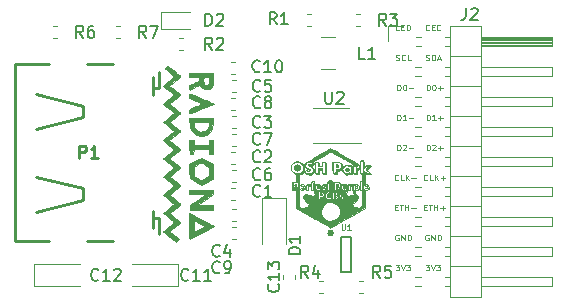
<source format=gbr>
G04 #@! TF.GenerationSoftware,KiCad,Pcbnew,(5.1.4)-1*
G04 #@! TF.CreationDate,2019-12-30T10:25:26+01:00*
G04 #@! TF.ProjectId,HDMI,48444d49-2e6b-4696-9361-645f70636258,rev?*
G04 #@! TF.SameCoordinates,Original*
G04 #@! TF.FileFunction,Legend,Top*
G04 #@! TF.FilePolarity,Positive*
%FSLAX46Y46*%
G04 Gerber Fmt 4.6, Leading zero omitted, Abs format (unit mm)*
G04 Created by KiCad (PCBNEW (5.1.4)-1) date 2019-12-30 10:25:26*
%MOMM*%
%LPD*%
G04 APERTURE LIST*
%ADD10C,0.100000*%
%ADD11C,0.010000*%
%ADD12C,0.200000*%
%ADD13C,0.120000*%
%ADD14C,0.254000*%
%ADD15C,0.050000*%
%ADD16C,0.150000*%
G04 APERTURE END LIST*
D10*
X143144952Y-86213190D02*
X143454476Y-86213190D01*
X143287809Y-86403666D01*
X143359238Y-86403666D01*
X143406857Y-86427476D01*
X143430666Y-86451285D01*
X143454476Y-86498904D01*
X143454476Y-86617952D01*
X143430666Y-86665571D01*
X143406857Y-86689380D01*
X143359238Y-86713190D01*
X143216380Y-86713190D01*
X143168761Y-86689380D01*
X143144952Y-86665571D01*
X143597333Y-86213190D02*
X143764000Y-86713190D01*
X143930666Y-86213190D01*
X144049714Y-86213190D02*
X144359238Y-86213190D01*
X144192571Y-86403666D01*
X144264000Y-86403666D01*
X144311619Y-86427476D01*
X144335428Y-86451285D01*
X144359238Y-86498904D01*
X144359238Y-86617952D01*
X144335428Y-86665571D01*
X144311619Y-86689380D01*
X144264000Y-86713190D01*
X144121142Y-86713190D01*
X144073523Y-86689380D01*
X144049714Y-86665571D01*
X143383047Y-83697000D02*
X143335428Y-83673190D01*
X143264000Y-83673190D01*
X143192571Y-83697000D01*
X143144952Y-83744619D01*
X143121142Y-83792238D01*
X143097333Y-83887476D01*
X143097333Y-83958904D01*
X143121142Y-84054142D01*
X143144952Y-84101761D01*
X143192571Y-84149380D01*
X143264000Y-84173190D01*
X143311619Y-84173190D01*
X143383047Y-84149380D01*
X143406857Y-84125571D01*
X143406857Y-83958904D01*
X143311619Y-83958904D01*
X143621142Y-84173190D02*
X143621142Y-83673190D01*
X143906857Y-84173190D01*
X143906857Y-83673190D01*
X144144952Y-84173190D02*
X144144952Y-83673190D01*
X144264000Y-83673190D01*
X144335428Y-83697000D01*
X144383047Y-83744619D01*
X144406857Y-83792238D01*
X144430666Y-83887476D01*
X144430666Y-83958904D01*
X144406857Y-84054142D01*
X144383047Y-84101761D01*
X144335428Y-84149380D01*
X144264000Y-84173190D01*
X144144952Y-84173190D01*
X143095952Y-81371285D02*
X143262619Y-81371285D01*
X143334047Y-81633190D02*
X143095952Y-81633190D01*
X143095952Y-81133190D01*
X143334047Y-81133190D01*
X143476904Y-81133190D02*
X143762619Y-81133190D01*
X143619761Y-81633190D02*
X143619761Y-81133190D01*
X143929285Y-81633190D02*
X143929285Y-81133190D01*
X143929285Y-81371285D02*
X144215000Y-81371285D01*
X144215000Y-81633190D02*
X144215000Y-81133190D01*
X144453095Y-81442714D02*
X144834047Y-81442714D01*
X143357857Y-79045571D02*
X143334047Y-79069380D01*
X143262619Y-79093190D01*
X143215000Y-79093190D01*
X143143571Y-79069380D01*
X143095952Y-79021761D01*
X143072142Y-78974142D01*
X143048333Y-78878904D01*
X143048333Y-78807476D01*
X143072142Y-78712238D01*
X143095952Y-78664619D01*
X143143571Y-78617000D01*
X143215000Y-78593190D01*
X143262619Y-78593190D01*
X143334047Y-78617000D01*
X143357857Y-78640809D01*
X143810238Y-79093190D02*
X143572142Y-79093190D01*
X143572142Y-78593190D01*
X143976904Y-79093190D02*
X143976904Y-78593190D01*
X144262619Y-79093190D02*
X144048333Y-78807476D01*
X144262619Y-78593190D02*
X143976904Y-78878904D01*
X144476904Y-78902714D02*
X144857857Y-78902714D01*
X143286428Y-71473190D02*
X143286428Y-70973190D01*
X143405476Y-70973190D01*
X143476904Y-70997000D01*
X143524523Y-71044619D01*
X143548333Y-71092238D01*
X143572142Y-71187476D01*
X143572142Y-71258904D01*
X143548333Y-71354142D01*
X143524523Y-71401761D01*
X143476904Y-71449380D01*
X143405476Y-71473190D01*
X143286428Y-71473190D01*
X143881666Y-70973190D02*
X143929285Y-70973190D01*
X143976904Y-70997000D01*
X144000714Y-71020809D01*
X144024523Y-71068428D01*
X144048333Y-71163666D01*
X144048333Y-71282714D01*
X144024523Y-71377952D01*
X144000714Y-71425571D01*
X143976904Y-71449380D01*
X143929285Y-71473190D01*
X143881666Y-71473190D01*
X143834047Y-71449380D01*
X143810238Y-71425571D01*
X143786428Y-71377952D01*
X143762619Y-71282714D01*
X143762619Y-71163666D01*
X143786428Y-71068428D01*
X143810238Y-71020809D01*
X143834047Y-70997000D01*
X143881666Y-70973190D01*
X144262619Y-71282714D02*
X144643571Y-71282714D01*
X143286428Y-76553190D02*
X143286428Y-76053190D01*
X143405476Y-76053190D01*
X143476904Y-76077000D01*
X143524523Y-76124619D01*
X143548333Y-76172238D01*
X143572142Y-76267476D01*
X143572142Y-76338904D01*
X143548333Y-76434142D01*
X143524523Y-76481761D01*
X143476904Y-76529380D01*
X143405476Y-76553190D01*
X143286428Y-76553190D01*
X143762619Y-76100809D02*
X143786428Y-76077000D01*
X143834047Y-76053190D01*
X143953095Y-76053190D01*
X144000714Y-76077000D01*
X144024523Y-76100809D01*
X144048333Y-76148428D01*
X144048333Y-76196047D01*
X144024523Y-76267476D01*
X143738809Y-76553190D01*
X144048333Y-76553190D01*
X144262619Y-76362714D02*
X144643571Y-76362714D01*
X143442571Y-66393190D02*
X143204476Y-66393190D01*
X143204476Y-65893190D01*
X143609238Y-66131285D02*
X143775904Y-66131285D01*
X143847333Y-66393190D02*
X143609238Y-66393190D01*
X143609238Y-65893190D01*
X143847333Y-65893190D01*
X144061619Y-66393190D02*
X144061619Y-65893190D01*
X144180666Y-65893190D01*
X144252095Y-65917000D01*
X144299714Y-65964619D01*
X144323523Y-66012238D01*
X144347333Y-66107476D01*
X144347333Y-66178904D01*
X144323523Y-66274142D01*
X144299714Y-66321761D01*
X144252095Y-66369380D01*
X144180666Y-66393190D01*
X144061619Y-66393190D01*
X143286428Y-74013190D02*
X143286428Y-73513190D01*
X143405476Y-73513190D01*
X143476904Y-73537000D01*
X143524523Y-73584619D01*
X143548333Y-73632238D01*
X143572142Y-73727476D01*
X143572142Y-73798904D01*
X143548333Y-73894142D01*
X143524523Y-73941761D01*
X143476904Y-73989380D01*
X143405476Y-74013190D01*
X143286428Y-74013190D01*
X144048333Y-74013190D02*
X143762619Y-74013190D01*
X143905476Y-74013190D02*
X143905476Y-73513190D01*
X143857857Y-73584619D01*
X143810238Y-73632238D01*
X143762619Y-73656047D01*
X144262619Y-73822714D02*
X144643571Y-73822714D01*
X143168761Y-68909380D02*
X143240190Y-68933190D01*
X143359238Y-68933190D01*
X143406857Y-68909380D01*
X143430666Y-68885571D01*
X143454476Y-68837952D01*
X143454476Y-68790333D01*
X143430666Y-68742714D01*
X143406857Y-68718904D01*
X143359238Y-68695095D01*
X143264000Y-68671285D01*
X143216380Y-68647476D01*
X143192571Y-68623666D01*
X143168761Y-68576047D01*
X143168761Y-68528428D01*
X143192571Y-68480809D01*
X143216380Y-68457000D01*
X143264000Y-68433190D01*
X143383047Y-68433190D01*
X143454476Y-68457000D01*
X143954476Y-68885571D02*
X143930666Y-68909380D01*
X143859238Y-68933190D01*
X143811619Y-68933190D01*
X143740190Y-68909380D01*
X143692571Y-68861761D01*
X143668761Y-68814142D01*
X143644952Y-68718904D01*
X143644952Y-68647476D01*
X143668761Y-68552238D01*
X143692571Y-68504619D01*
X143740190Y-68457000D01*
X143811619Y-68433190D01*
X143859238Y-68433190D01*
X143930666Y-68457000D01*
X143954476Y-68480809D01*
X144406857Y-68933190D02*
X144168761Y-68933190D01*
X144168761Y-68433190D01*
X145684952Y-86213190D02*
X145994476Y-86213190D01*
X145827809Y-86403666D01*
X145899238Y-86403666D01*
X145946857Y-86427476D01*
X145970666Y-86451285D01*
X145994476Y-86498904D01*
X145994476Y-86617952D01*
X145970666Y-86665571D01*
X145946857Y-86689380D01*
X145899238Y-86713190D01*
X145756380Y-86713190D01*
X145708761Y-86689380D01*
X145684952Y-86665571D01*
X146137333Y-86213190D02*
X146304000Y-86713190D01*
X146470666Y-86213190D01*
X146589714Y-86213190D02*
X146899238Y-86213190D01*
X146732571Y-86403666D01*
X146804000Y-86403666D01*
X146851619Y-86427476D01*
X146875428Y-86451285D01*
X146899238Y-86498904D01*
X146899238Y-86617952D01*
X146875428Y-86665571D01*
X146851619Y-86689380D01*
X146804000Y-86713190D01*
X146661142Y-86713190D01*
X146613523Y-86689380D01*
X146589714Y-86665571D01*
X145561952Y-81371285D02*
X145728619Y-81371285D01*
X145800047Y-81633190D02*
X145561952Y-81633190D01*
X145561952Y-81133190D01*
X145800047Y-81133190D01*
X145942904Y-81133190D02*
X146228619Y-81133190D01*
X146085761Y-81633190D02*
X146085761Y-81133190D01*
X146395285Y-81633190D02*
X146395285Y-81133190D01*
X146395285Y-81371285D02*
X146681000Y-81371285D01*
X146681000Y-81633190D02*
X146681000Y-81133190D01*
X146919095Y-81442714D02*
X147300047Y-81442714D01*
X147109571Y-81633190D02*
X147109571Y-81252238D01*
X145982571Y-66345571D02*
X145958761Y-66369380D01*
X145887333Y-66393190D01*
X145839714Y-66393190D01*
X145768285Y-66369380D01*
X145720666Y-66321761D01*
X145696857Y-66274142D01*
X145673047Y-66178904D01*
X145673047Y-66107476D01*
X145696857Y-66012238D01*
X145720666Y-65964619D01*
X145768285Y-65917000D01*
X145839714Y-65893190D01*
X145887333Y-65893190D01*
X145958761Y-65917000D01*
X145982571Y-65940809D01*
X146196857Y-66131285D02*
X146363523Y-66131285D01*
X146434952Y-66393190D02*
X146196857Y-66393190D01*
X146196857Y-65893190D01*
X146434952Y-65893190D01*
X146934952Y-66345571D02*
X146911142Y-66369380D01*
X146839714Y-66393190D01*
X146792095Y-66393190D01*
X146720666Y-66369380D01*
X146673047Y-66321761D01*
X146649238Y-66274142D01*
X146625428Y-66178904D01*
X146625428Y-66107476D01*
X146649238Y-66012238D01*
X146673047Y-65964619D01*
X146720666Y-65917000D01*
X146792095Y-65893190D01*
X146839714Y-65893190D01*
X146911142Y-65917000D01*
X146934952Y-65940809D01*
X145696857Y-68909380D02*
X145768285Y-68933190D01*
X145887333Y-68933190D01*
X145934952Y-68909380D01*
X145958761Y-68885571D01*
X145982571Y-68837952D01*
X145982571Y-68790333D01*
X145958761Y-68742714D01*
X145934952Y-68718904D01*
X145887333Y-68695095D01*
X145792095Y-68671285D01*
X145744476Y-68647476D01*
X145720666Y-68623666D01*
X145696857Y-68576047D01*
X145696857Y-68528428D01*
X145720666Y-68480809D01*
X145744476Y-68457000D01*
X145792095Y-68433190D01*
X145911142Y-68433190D01*
X145982571Y-68457000D01*
X146196857Y-68933190D02*
X146196857Y-68433190D01*
X146315904Y-68433190D01*
X146387333Y-68457000D01*
X146434952Y-68504619D01*
X146458761Y-68552238D01*
X146482571Y-68647476D01*
X146482571Y-68718904D01*
X146458761Y-68814142D01*
X146434952Y-68861761D01*
X146387333Y-68909380D01*
X146315904Y-68933190D01*
X146196857Y-68933190D01*
X146673047Y-68790333D02*
X146911142Y-68790333D01*
X146625428Y-68933190D02*
X146792095Y-68433190D01*
X146958761Y-68933190D01*
X145823857Y-79045571D02*
X145800047Y-79069380D01*
X145728619Y-79093190D01*
X145681000Y-79093190D01*
X145609571Y-79069380D01*
X145561952Y-79021761D01*
X145538142Y-78974142D01*
X145514333Y-78878904D01*
X145514333Y-78807476D01*
X145538142Y-78712238D01*
X145561952Y-78664619D01*
X145609571Y-78617000D01*
X145681000Y-78593190D01*
X145728619Y-78593190D01*
X145800047Y-78617000D01*
X145823857Y-78640809D01*
X146276238Y-79093190D02*
X146038142Y-79093190D01*
X146038142Y-78593190D01*
X146442904Y-79093190D02*
X146442904Y-78593190D01*
X146728619Y-79093190D02*
X146514333Y-78807476D01*
X146728619Y-78593190D02*
X146442904Y-78878904D01*
X146942904Y-78902714D02*
X147323857Y-78902714D01*
X147133380Y-79093190D02*
X147133380Y-78712238D01*
X145923047Y-83697000D02*
X145875428Y-83673190D01*
X145804000Y-83673190D01*
X145732571Y-83697000D01*
X145684952Y-83744619D01*
X145661142Y-83792238D01*
X145637333Y-83887476D01*
X145637333Y-83958904D01*
X145661142Y-84054142D01*
X145684952Y-84101761D01*
X145732571Y-84149380D01*
X145804000Y-84173190D01*
X145851619Y-84173190D01*
X145923047Y-84149380D01*
X145946857Y-84125571D01*
X145946857Y-83958904D01*
X145851619Y-83958904D01*
X146161142Y-84173190D02*
X146161142Y-83673190D01*
X146446857Y-84173190D01*
X146446857Y-83673190D01*
X146684952Y-84173190D02*
X146684952Y-83673190D01*
X146804000Y-83673190D01*
X146875428Y-83697000D01*
X146923047Y-83744619D01*
X146946857Y-83792238D01*
X146970666Y-83887476D01*
X146970666Y-83958904D01*
X146946857Y-84054142D01*
X146923047Y-84101761D01*
X146875428Y-84149380D01*
X146804000Y-84173190D01*
X146684952Y-84173190D01*
X145752428Y-76553190D02*
X145752428Y-76053190D01*
X145871476Y-76053190D01*
X145942904Y-76077000D01*
X145990523Y-76124619D01*
X146014333Y-76172238D01*
X146038142Y-76267476D01*
X146038142Y-76338904D01*
X146014333Y-76434142D01*
X145990523Y-76481761D01*
X145942904Y-76529380D01*
X145871476Y-76553190D01*
X145752428Y-76553190D01*
X146228619Y-76100809D02*
X146252428Y-76077000D01*
X146300047Y-76053190D01*
X146419095Y-76053190D01*
X146466714Y-76077000D01*
X146490523Y-76100809D01*
X146514333Y-76148428D01*
X146514333Y-76196047D01*
X146490523Y-76267476D01*
X146204809Y-76553190D01*
X146514333Y-76553190D01*
X146728619Y-76362714D02*
X147109571Y-76362714D01*
X146919095Y-76553190D02*
X146919095Y-76172238D01*
X145752428Y-71473190D02*
X145752428Y-70973190D01*
X145871476Y-70973190D01*
X145942904Y-70997000D01*
X145990523Y-71044619D01*
X146014333Y-71092238D01*
X146038142Y-71187476D01*
X146038142Y-71258904D01*
X146014333Y-71354142D01*
X145990523Y-71401761D01*
X145942904Y-71449380D01*
X145871476Y-71473190D01*
X145752428Y-71473190D01*
X146347666Y-70973190D02*
X146395285Y-70973190D01*
X146442904Y-70997000D01*
X146466714Y-71020809D01*
X146490523Y-71068428D01*
X146514333Y-71163666D01*
X146514333Y-71282714D01*
X146490523Y-71377952D01*
X146466714Y-71425571D01*
X146442904Y-71449380D01*
X146395285Y-71473190D01*
X146347666Y-71473190D01*
X146300047Y-71449380D01*
X146276238Y-71425571D01*
X146252428Y-71377952D01*
X146228619Y-71282714D01*
X146228619Y-71163666D01*
X146252428Y-71068428D01*
X146276238Y-71020809D01*
X146300047Y-70997000D01*
X146347666Y-70973190D01*
X146728619Y-71282714D02*
X147109571Y-71282714D01*
X146919095Y-71473190D02*
X146919095Y-71092238D01*
X145752428Y-74013190D02*
X145752428Y-73513190D01*
X145871476Y-73513190D01*
X145942904Y-73537000D01*
X145990523Y-73584619D01*
X146014333Y-73632238D01*
X146038142Y-73727476D01*
X146038142Y-73798904D01*
X146014333Y-73894142D01*
X145990523Y-73941761D01*
X145942904Y-73989380D01*
X145871476Y-74013190D01*
X145752428Y-74013190D01*
X146514333Y-74013190D02*
X146228619Y-74013190D01*
X146371476Y-74013190D02*
X146371476Y-73513190D01*
X146323857Y-73584619D01*
X146276238Y-73632238D01*
X146228619Y-73656047D01*
X146728619Y-73822714D02*
X147109571Y-73822714D01*
X146919095Y-74013190D02*
X146919095Y-73632238D01*
D11*
G36*
X139073122Y-78011594D02*
G01*
X139131398Y-78053935D01*
X139161409Y-78115817D01*
X139157979Y-78185271D01*
X139115931Y-78250328D01*
X139104071Y-78260483D01*
X139045972Y-78298903D01*
X138996070Y-78305726D01*
X138932676Y-78285943D01*
X138878898Y-78242999D01*
X138873211Y-78226510D01*
X138974286Y-78226510D01*
X138988098Y-78274550D01*
X139024970Y-78283904D01*
X139078060Y-78253920D01*
X139095238Y-78238048D01*
X139136220Y-78179707D01*
X139141656Y-78132368D01*
X139117007Y-78105828D01*
X139067735Y-78109884D01*
X139033698Y-78127663D01*
X138984930Y-78182093D01*
X138974286Y-78226510D01*
X138873211Y-78226510D01*
X138857239Y-78180201D01*
X138864879Y-78111163D01*
X138898998Y-78049495D01*
X138956775Y-78008811D01*
X138991757Y-78000765D01*
X139073122Y-78011594D01*
X139073122Y-78011594D01*
G37*
X139073122Y-78011594D02*
X139131398Y-78053935D01*
X139161409Y-78115817D01*
X139157979Y-78185271D01*
X139115931Y-78250328D01*
X139104071Y-78260483D01*
X139045972Y-78298903D01*
X138996070Y-78305726D01*
X138932676Y-78285943D01*
X138878898Y-78242999D01*
X138873211Y-78226510D01*
X138974286Y-78226510D01*
X138988098Y-78274550D01*
X139024970Y-78283904D01*
X139078060Y-78253920D01*
X139095238Y-78238048D01*
X139136220Y-78179707D01*
X139141656Y-78132368D01*
X139117007Y-78105828D01*
X139067735Y-78109884D01*
X139033698Y-78127663D01*
X138984930Y-78182093D01*
X138974286Y-78226510D01*
X138873211Y-78226510D01*
X138857239Y-78180201D01*
X138864879Y-78111163D01*
X138898998Y-78049495D01*
X138956775Y-78008811D01*
X138991757Y-78000765D01*
X139073122Y-78011594D01*
G36*
X139803925Y-79560011D02*
G01*
X139848261Y-79601869D01*
X139860149Y-79631983D01*
X139857259Y-79700835D01*
X139816675Y-79747971D01*
X139760477Y-79762048D01*
X139703599Y-79746956D01*
X139676071Y-79726076D01*
X139658791Y-79676878D01*
X139678270Y-79676878D01*
X139704220Y-79720897D01*
X139760477Y-79737858D01*
X139814054Y-79723663D01*
X139837657Y-79698284D01*
X139837831Y-79642263D01*
X139805279Y-79596511D01*
X139760477Y-79580619D01*
X139711875Y-79599362D01*
X139692739Y-79619665D01*
X139678270Y-79676878D01*
X139658791Y-79676878D01*
X139658091Y-79674887D01*
X139661070Y-79630927D01*
X139694441Y-79574456D01*
X139747356Y-79550845D01*
X139803925Y-79560011D01*
X139803925Y-79560011D01*
G37*
X139803925Y-79560011D02*
X139848261Y-79601869D01*
X139860149Y-79631983D01*
X139857259Y-79700835D01*
X139816675Y-79747971D01*
X139760477Y-79762048D01*
X139703599Y-79746956D01*
X139676071Y-79726076D01*
X139658791Y-79676878D01*
X139678270Y-79676878D01*
X139704220Y-79720897D01*
X139760477Y-79737858D01*
X139814054Y-79723663D01*
X139837657Y-79698284D01*
X139837831Y-79642263D01*
X139805279Y-79596511D01*
X139760477Y-79580619D01*
X139711875Y-79599362D01*
X139692739Y-79619665D01*
X139678270Y-79676878D01*
X139658791Y-79676878D01*
X139658091Y-79674887D01*
X139661070Y-79630927D01*
X139694441Y-79574456D01*
X139747356Y-79550845D01*
X139803925Y-79560011D01*
G36*
X134891927Y-77748180D02*
G01*
X134981843Y-77800922D01*
X135037051Y-77885792D01*
X135054891Y-77992515D01*
X135048555Y-78067496D01*
X135021694Y-78125105D01*
X134973181Y-78179991D01*
X134878561Y-78244952D01*
X134773933Y-78263307D01*
X134663809Y-78234599D01*
X134627366Y-78214924D01*
X134551494Y-78144984D01*
X134526020Y-78087755D01*
X134619470Y-78087755D01*
X134634684Y-78175593D01*
X134658140Y-78211408D01*
X134679067Y-78203710D01*
X134683211Y-78188092D01*
X134940408Y-78188092D01*
X134943716Y-78189667D01*
X134965792Y-78172637D01*
X134970762Y-78165477D01*
X134976926Y-78142861D01*
X134973618Y-78141286D01*
X134951542Y-78158316D01*
X134946572Y-78165477D01*
X134940408Y-78188092D01*
X134683211Y-78188092D01*
X134691400Y-78157238D01*
X134692572Y-78130375D01*
X134695761Y-78085992D01*
X134711315Y-78052318D01*
X134748212Y-78019674D01*
X134815433Y-77978382D01*
X134853503Y-77956894D01*
X134933476Y-77911179D01*
X134976257Y-77882365D01*
X134987310Y-77864522D01*
X134972101Y-77851721D01*
X134956313Y-77845343D01*
X134859636Y-77832110D01*
X134769108Y-77858468D01*
X134693235Y-77915684D01*
X134640520Y-77995024D01*
X134619470Y-78087755D01*
X134526020Y-78087755D01*
X134512956Y-78058408D01*
X134508776Y-77965313D01*
X134535977Y-77875818D01*
X134591582Y-77800041D01*
X134672615Y-77748099D01*
X134769996Y-77730048D01*
X134891927Y-77748180D01*
X134891927Y-77748180D01*
G37*
X134891927Y-77748180D02*
X134981843Y-77800922D01*
X135037051Y-77885792D01*
X135054891Y-77992515D01*
X135048555Y-78067496D01*
X135021694Y-78125105D01*
X134973181Y-78179991D01*
X134878561Y-78244952D01*
X134773933Y-78263307D01*
X134663809Y-78234599D01*
X134627366Y-78214924D01*
X134551494Y-78144984D01*
X134526020Y-78087755D01*
X134619470Y-78087755D01*
X134634684Y-78175593D01*
X134658140Y-78211408D01*
X134679067Y-78203710D01*
X134683211Y-78188092D01*
X134940408Y-78188092D01*
X134943716Y-78189667D01*
X134965792Y-78172637D01*
X134970762Y-78165477D01*
X134976926Y-78142861D01*
X134973618Y-78141286D01*
X134951542Y-78158316D01*
X134946572Y-78165477D01*
X134940408Y-78188092D01*
X134683211Y-78188092D01*
X134691400Y-78157238D01*
X134692572Y-78130375D01*
X134695761Y-78085992D01*
X134711315Y-78052318D01*
X134748212Y-78019674D01*
X134815433Y-77978382D01*
X134853503Y-77956894D01*
X134933476Y-77911179D01*
X134976257Y-77882365D01*
X134987310Y-77864522D01*
X134972101Y-77851721D01*
X134956313Y-77845343D01*
X134859636Y-77832110D01*
X134769108Y-77858468D01*
X134693235Y-77915684D01*
X134640520Y-77995024D01*
X134619470Y-78087755D01*
X134526020Y-78087755D01*
X134512956Y-78058408D01*
X134508776Y-77965313D01*
X134535977Y-77875818D01*
X134591582Y-77800041D01*
X134672615Y-77748099D01*
X134769996Y-77730048D01*
X134891927Y-77748180D01*
G36*
X138222947Y-79367283D02*
G01*
X138262466Y-79407580D01*
X138272190Y-79458015D01*
X138246684Y-79504901D01*
X138225972Y-79519292D01*
X138159321Y-79545030D01*
X138120501Y-79532296D01*
X138104538Y-79478179D01*
X138103429Y-79447572D01*
X138127619Y-79447572D01*
X138134702Y-79503025D01*
X138162726Y-79518428D01*
X138210308Y-79505460D01*
X138245649Y-79474555D01*
X138245344Y-79433456D01*
X138215774Y-79395931D01*
X138163321Y-79375747D01*
X138149831Y-79375000D01*
X138134233Y-79396029D01*
X138127621Y-79446694D01*
X138127619Y-79447572D01*
X138103429Y-79447572D01*
X138106974Y-79384976D01*
X138122734Y-79357179D01*
X138158397Y-79350811D01*
X138159067Y-79350810D01*
X138222947Y-79367283D01*
X138222947Y-79367283D01*
G37*
X138222947Y-79367283D02*
X138262466Y-79407580D01*
X138272190Y-79458015D01*
X138246684Y-79504901D01*
X138225972Y-79519292D01*
X138159321Y-79545030D01*
X138120501Y-79532296D01*
X138104538Y-79478179D01*
X138103429Y-79447572D01*
X138127619Y-79447572D01*
X138134702Y-79503025D01*
X138162726Y-79518428D01*
X138210308Y-79505460D01*
X138245649Y-79474555D01*
X138245344Y-79433456D01*
X138215774Y-79395931D01*
X138163321Y-79375747D01*
X138149831Y-79375000D01*
X138134233Y-79396029D01*
X138127621Y-79446694D01*
X138127619Y-79447572D01*
X138103429Y-79447572D01*
X138106974Y-79384976D01*
X138122734Y-79357179D01*
X138158397Y-79350811D01*
X138159067Y-79350810D01*
X138222947Y-79367283D01*
G36*
X136602935Y-79537779D02*
G01*
X136627280Y-79555790D01*
X136648295Y-79585539D01*
X136641424Y-79599254D01*
X136599093Y-79600879D01*
X136547692Y-79597213D01*
X136485401Y-79585263D01*
X136464197Y-79564502D01*
X136464890Y-79560927D01*
X136495577Y-79533699D01*
X136548928Y-79525751D01*
X136602935Y-79537779D01*
X136602935Y-79537779D01*
G37*
X136602935Y-79537779D02*
X136627280Y-79555790D01*
X136648295Y-79585539D01*
X136641424Y-79599254D01*
X136599093Y-79600879D01*
X136547692Y-79597213D01*
X136485401Y-79585263D01*
X136464197Y-79564502D01*
X136464890Y-79560927D01*
X136495577Y-79533699D01*
X136548928Y-79525751D01*
X136602935Y-79537779D01*
G36*
X134691137Y-79367283D02*
G01*
X134730657Y-79407580D01*
X134740381Y-79458015D01*
X134714875Y-79504901D01*
X134694162Y-79519292D01*
X134627512Y-79545030D01*
X134588691Y-79532296D01*
X134572728Y-79478179D01*
X134571619Y-79447572D01*
X134595810Y-79447572D01*
X134601809Y-79500687D01*
X134624144Y-79516873D01*
X134638143Y-79515538D01*
X134673070Y-79486752D01*
X134680477Y-79447572D01*
X134664864Y-79395217D01*
X134638143Y-79379606D01*
X134607961Y-79384581D01*
X134596567Y-79422546D01*
X134595810Y-79447572D01*
X134571619Y-79447572D01*
X134575164Y-79384976D01*
X134590924Y-79357179D01*
X134626587Y-79350811D01*
X134627258Y-79350810D01*
X134691137Y-79367283D01*
X134691137Y-79367283D01*
G37*
X134691137Y-79367283D02*
X134730657Y-79407580D01*
X134740381Y-79458015D01*
X134714875Y-79504901D01*
X134694162Y-79519292D01*
X134627512Y-79545030D01*
X134588691Y-79532296D01*
X134572728Y-79478179D01*
X134571619Y-79447572D01*
X134595810Y-79447572D01*
X134601809Y-79500687D01*
X134624144Y-79516873D01*
X134638143Y-79515538D01*
X134673070Y-79486752D01*
X134680477Y-79447572D01*
X134664864Y-79395217D01*
X134638143Y-79379606D01*
X134607961Y-79384581D01*
X134596567Y-79422546D01*
X134595810Y-79447572D01*
X134571619Y-79447572D01*
X134575164Y-79384976D01*
X134590924Y-79357179D01*
X134626587Y-79350811D01*
X134627258Y-79350810D01*
X134691137Y-79367283D01*
G36*
X137964334Y-80153461D02*
G01*
X138007499Y-80174381D01*
X138018762Y-80221667D01*
X138005452Y-80271519D01*
X137964334Y-80289873D01*
X137926281Y-80288110D01*
X137911665Y-80259208D01*
X137909905Y-80221667D01*
X137915043Y-80169307D01*
X137937247Y-80152069D01*
X137964334Y-80153461D01*
X137964334Y-80153461D01*
G37*
X137964334Y-80153461D02*
X138007499Y-80174381D01*
X138018762Y-80221667D01*
X138005452Y-80271519D01*
X137964334Y-80289873D01*
X137926281Y-80288110D01*
X137911665Y-80259208D01*
X137909905Y-80221667D01*
X137915043Y-80169307D01*
X137937247Y-80152069D01*
X137964334Y-80153461D01*
G36*
X137985247Y-80403086D02*
G01*
X138017187Y-80414592D01*
X138069374Y-80449770D01*
X138080853Y-80492064D01*
X138055993Y-80531017D01*
X137999163Y-80556170D01*
X137956308Y-80560334D01*
X137924138Y-80550037D01*
X137911242Y-80510906D01*
X137909905Y-80475667D01*
X137914653Y-80416561D01*
X137936144Y-80394430D01*
X137985247Y-80403086D01*
X137985247Y-80403086D01*
G37*
X137985247Y-80403086D02*
X138017187Y-80414592D01*
X138069374Y-80449770D01*
X138080853Y-80492064D01*
X138055993Y-80531017D01*
X137999163Y-80556170D01*
X137956308Y-80560334D01*
X137924138Y-80550037D01*
X137911242Y-80510906D01*
X137909905Y-80475667D01*
X137914653Y-80416561D01*
X137936144Y-80394430D01*
X137985247Y-80403086D01*
G36*
X136837478Y-80157245D02*
G01*
X136855641Y-80163779D01*
X136888705Y-80197876D01*
X136894910Y-80250324D01*
X136876276Y-80300661D01*
X136839477Y-80327372D01*
X136783331Y-80339210D01*
X136756987Y-80327901D01*
X136749205Y-80283346D01*
X136748762Y-80245858D01*
X136756112Y-80177204D01*
X136783175Y-80149592D01*
X136837478Y-80157245D01*
X136837478Y-80157245D01*
G37*
X136837478Y-80157245D02*
X136855641Y-80163779D01*
X136888705Y-80197876D01*
X136894910Y-80250324D01*
X136876276Y-80300661D01*
X136839477Y-80327372D01*
X136783331Y-80339210D01*
X136756987Y-80327901D01*
X136749205Y-80283346D01*
X136748762Y-80245858D01*
X136756112Y-80177204D01*
X136783175Y-80149592D01*
X136837478Y-80157245D01*
G36*
X138212991Y-77722747D02*
G01*
X138265779Y-77765560D01*
X138290733Y-77822516D01*
X138284258Y-77881833D01*
X138242762Y-77931732D01*
X138210036Y-77948618D01*
X138130170Y-77973174D01*
X138083187Y-77967659D01*
X138060883Y-77926266D01*
X138057300Y-77875191D01*
X138176000Y-77875191D01*
X138191126Y-77914592D01*
X138212286Y-77923572D01*
X138244559Y-77918065D01*
X138248572Y-77913455D01*
X138256097Y-77885020D01*
X138263255Y-77865074D01*
X138261543Y-77834494D01*
X138226969Y-77826810D01*
X138184832Y-77842599D01*
X138176000Y-77875191D01*
X138057300Y-77875191D01*
X138055054Y-77843189D01*
X138055048Y-77838905D01*
X138055048Y-77705858D01*
X138135965Y-77705858D01*
X138212991Y-77722747D01*
X138212991Y-77722747D01*
G37*
X138212991Y-77722747D02*
X138265779Y-77765560D01*
X138290733Y-77822516D01*
X138284258Y-77881833D01*
X138242762Y-77931732D01*
X138210036Y-77948618D01*
X138130170Y-77973174D01*
X138083187Y-77967659D01*
X138060883Y-77926266D01*
X138057300Y-77875191D01*
X138176000Y-77875191D01*
X138191126Y-77914592D01*
X138212286Y-77923572D01*
X138244559Y-77918065D01*
X138248572Y-77913455D01*
X138256097Y-77885020D01*
X138263255Y-77865074D01*
X138261543Y-77834494D01*
X138226969Y-77826810D01*
X138184832Y-77842599D01*
X138176000Y-77875191D01*
X138057300Y-77875191D01*
X138055054Y-77843189D01*
X138055048Y-77838905D01*
X138055048Y-77705858D01*
X138135965Y-77705858D01*
X138212991Y-77722747D01*
G36*
X136515351Y-77489909D02*
G01*
X136559155Y-77497663D01*
X136576761Y-77515095D01*
X136579429Y-77536524D01*
X136594030Y-77575745D01*
X136614507Y-77584905D01*
X136636654Y-77599847D01*
X136650298Y-77649529D01*
X136656841Y-77724000D01*
X136664096Y-77863096D01*
X136777960Y-77870426D01*
X136891824Y-77877757D01*
X136898912Y-77688998D01*
X136906000Y-77500238D01*
X137045096Y-77492984D01*
X137123667Y-77490515D01*
X137165436Y-77495929D01*
X137181777Y-77512687D01*
X137184191Y-77535317D01*
X137200688Y-77576563D01*
X137232572Y-77584905D01*
X137248830Y-77586773D01*
X137260969Y-77596482D01*
X137269590Y-77620190D01*
X137275293Y-77664056D01*
X137278680Y-77734238D01*
X137280350Y-77836895D01*
X137280905Y-77978184D01*
X137280953Y-78080810D01*
X137280953Y-78576715D01*
X137135810Y-78576715D01*
X137049394Y-78573437D01*
X137003514Y-78562455D01*
X136990667Y-78543250D01*
X136970400Y-78510758D01*
X136942286Y-78497134D01*
X136915100Y-78483512D01*
X136900413Y-78452802D01*
X136894618Y-78393059D01*
X136893905Y-78337075D01*
X136893905Y-78189667D01*
X136652000Y-78189667D01*
X136652000Y-78576715D01*
X136518953Y-78576715D01*
X136436515Y-78572888D01*
X136394789Y-78560207D01*
X136385905Y-78543250D01*
X136365638Y-78510758D01*
X136337524Y-78497134D01*
X136321284Y-78490785D01*
X136309150Y-78477209D01*
X136300526Y-78450101D01*
X136294815Y-78403157D01*
X136291419Y-78330073D01*
X136289742Y-78224545D01*
X136289187Y-78080270D01*
X136289143Y-77986313D01*
X136289143Y-77512334D01*
X136313334Y-77512334D01*
X136313334Y-77980016D01*
X136314188Y-78125877D01*
X136316568Y-78254966D01*
X136320198Y-78359552D01*
X136324804Y-78431903D01*
X136330108Y-78464286D01*
X136330599Y-78464964D01*
X136363709Y-78474258D01*
X136424929Y-78476156D01*
X136445504Y-78475043D01*
X136543143Y-78467858D01*
X136550169Y-78268286D01*
X136557195Y-78068715D01*
X136916139Y-78068715D01*
X136923165Y-78268286D01*
X136930191Y-78467858D01*
X137045096Y-78475231D01*
X137160000Y-78482604D01*
X137160000Y-77509683D01*
X137045096Y-77517056D01*
X136930191Y-77524429D01*
X136923126Y-77711905D01*
X136916060Y-77899381D01*
X136555238Y-77899381D01*
X136555238Y-77512334D01*
X136313334Y-77512334D01*
X136289143Y-77512334D01*
X136289143Y-77488143D01*
X136434286Y-77488143D01*
X136515351Y-77489909D01*
X136515351Y-77489909D01*
G37*
X136515351Y-77489909D02*
X136559155Y-77497663D01*
X136576761Y-77515095D01*
X136579429Y-77536524D01*
X136594030Y-77575745D01*
X136614507Y-77584905D01*
X136636654Y-77599847D01*
X136650298Y-77649529D01*
X136656841Y-77724000D01*
X136664096Y-77863096D01*
X136777960Y-77870426D01*
X136891824Y-77877757D01*
X136898912Y-77688998D01*
X136906000Y-77500238D01*
X137045096Y-77492984D01*
X137123667Y-77490515D01*
X137165436Y-77495929D01*
X137181777Y-77512687D01*
X137184191Y-77535317D01*
X137200688Y-77576563D01*
X137232572Y-77584905D01*
X137248830Y-77586773D01*
X137260969Y-77596482D01*
X137269590Y-77620190D01*
X137275293Y-77664056D01*
X137278680Y-77734238D01*
X137280350Y-77836895D01*
X137280905Y-77978184D01*
X137280953Y-78080810D01*
X137280953Y-78576715D01*
X137135810Y-78576715D01*
X137049394Y-78573437D01*
X137003514Y-78562455D01*
X136990667Y-78543250D01*
X136970400Y-78510758D01*
X136942286Y-78497134D01*
X136915100Y-78483512D01*
X136900413Y-78452802D01*
X136894618Y-78393059D01*
X136893905Y-78337075D01*
X136893905Y-78189667D01*
X136652000Y-78189667D01*
X136652000Y-78576715D01*
X136518953Y-78576715D01*
X136436515Y-78572888D01*
X136394789Y-78560207D01*
X136385905Y-78543250D01*
X136365638Y-78510758D01*
X136337524Y-78497134D01*
X136321284Y-78490785D01*
X136309150Y-78477209D01*
X136300526Y-78450101D01*
X136294815Y-78403157D01*
X136291419Y-78330073D01*
X136289742Y-78224545D01*
X136289187Y-78080270D01*
X136289143Y-77986313D01*
X136289143Y-77512334D01*
X136313334Y-77512334D01*
X136313334Y-77980016D01*
X136314188Y-78125877D01*
X136316568Y-78254966D01*
X136320198Y-78359552D01*
X136324804Y-78431903D01*
X136330108Y-78464286D01*
X136330599Y-78464964D01*
X136363709Y-78474258D01*
X136424929Y-78476156D01*
X136445504Y-78475043D01*
X136543143Y-78467858D01*
X136550169Y-78268286D01*
X136557195Y-78068715D01*
X136916139Y-78068715D01*
X136923165Y-78268286D01*
X136930191Y-78467858D01*
X137045096Y-78475231D01*
X137160000Y-78482604D01*
X137160000Y-77509683D01*
X137045096Y-77517056D01*
X136930191Y-77524429D01*
X136923126Y-77711905D01*
X136916060Y-77899381D01*
X136555238Y-77899381D01*
X136555238Y-77512334D01*
X136313334Y-77512334D01*
X136289143Y-77512334D01*
X136289143Y-77488143D01*
X136434286Y-77488143D01*
X136515351Y-77489909D01*
G36*
X138194696Y-77493469D02*
G01*
X138312513Y-77509594D01*
X138364254Y-77525339D01*
X138450395Y-77575907D01*
X138531952Y-77648721D01*
X138595238Y-77729502D01*
X138625375Y-77797733D01*
X138643253Y-77872361D01*
X138660398Y-77905391D01*
X138685905Y-77902600D01*
X138728867Y-77869761D01*
X138733143Y-77866167D01*
X138838642Y-77803943D01*
X138950786Y-77784694D01*
X139059488Y-77810109D01*
X139061644Y-77811126D01*
X139113801Y-77830524D01*
X139141995Y-77830355D01*
X139143619Y-77826419D01*
X139165492Y-77813385D01*
X139221914Y-77804741D01*
X139276667Y-77802619D01*
X139353555Y-77804719D01*
X139393609Y-77813799D01*
X139408296Y-77834027D01*
X139409715Y-77851000D01*
X139424840Y-77890402D01*
X139446000Y-77899381D01*
X139460605Y-77906146D01*
X139470789Y-77931053D01*
X139477291Y-77981019D01*
X139480848Y-78062961D01*
X139482198Y-78183796D01*
X139482286Y-78239661D01*
X139482286Y-78579940D01*
X139319000Y-78578198D01*
X139217015Y-78579025D01*
X139118922Y-78582945D01*
X139058953Y-78587791D01*
X138987836Y-78591623D01*
X138933629Y-78586832D01*
X138925905Y-78584471D01*
X138827925Y-78527742D01*
X138737827Y-78445416D01*
X138665516Y-78349795D01*
X138620898Y-78253181D01*
X138611429Y-78193916D01*
X138611429Y-78162275D01*
X138635710Y-78162275D01*
X138639116Y-78242393D01*
X138655632Y-78297553D01*
X138694491Y-78349780D01*
X138729535Y-78386037D01*
X138792135Y-78442724D01*
X138845185Y-78470779D01*
X138909002Y-78479631D01*
X138931892Y-78479953D01*
X139043565Y-78462930D01*
X139104071Y-78429816D01*
X139167810Y-78379679D01*
X139167810Y-78431207D01*
X139173495Y-78463303D01*
X139199177Y-78476444D01*
X139257792Y-78476178D01*
X139270619Y-78475296D01*
X139373429Y-78467858D01*
X139380179Y-78147334D01*
X139386928Y-77826810D01*
X139277369Y-77826810D01*
X139205126Y-77831585D01*
X139172185Y-77847723D01*
X139167810Y-77862740D01*
X139160498Y-77881911D01*
X139131938Y-77874919D01*
X139089191Y-77850735D01*
X138999270Y-77810829D01*
X138910715Y-77808275D01*
X138816801Y-77837449D01*
X138724258Y-77900928D01*
X138663533Y-77998725D01*
X138636818Y-78126913D01*
X138635710Y-78162275D01*
X138611429Y-78162275D01*
X138611429Y-78108662D01*
X138557000Y-78159648D01*
X138447010Y-78230005D01*
X138310772Y-78260838D01*
X138271187Y-78262238D01*
X138176000Y-78262238D01*
X138176000Y-78576715D01*
X138030858Y-78576715D01*
X137949619Y-78574866D01*
X137905719Y-78566957D01*
X137888183Y-78549445D01*
X137885715Y-78529866D01*
X137899284Y-78494380D01*
X137947117Y-78477493D01*
X137964334Y-78475438D01*
X138042953Y-78467858D01*
X138050106Y-78304572D01*
X138057258Y-78141286D01*
X138195248Y-78141196D01*
X138332535Y-78123512D01*
X138436227Y-78072122D01*
X138504317Y-77989219D01*
X138534800Y-77876995D01*
X138531619Y-77773731D01*
X138504961Y-77676027D01*
X138451729Y-77603538D01*
X138367319Y-77553801D01*
X138247128Y-77524357D01*
X138086551Y-77512742D01*
X138042758Y-77512334D01*
X137811201Y-77512334D01*
X137818220Y-77996168D01*
X137819491Y-78143200D01*
X137818959Y-78272242D01*
X137816790Y-78376056D01*
X137813152Y-78447405D01*
X137808209Y-78479050D01*
X137807096Y-78479978D01*
X137801645Y-78456972D01*
X137796850Y-78392741D01*
X137792972Y-78294436D01*
X137790272Y-78169211D01*
X137789012Y-78024219D01*
X137788953Y-77984048D01*
X137788953Y-77488143D01*
X138031634Y-77488143D01*
X138194696Y-77493469D01*
X138194696Y-77493469D01*
G37*
X138194696Y-77493469D02*
X138312513Y-77509594D01*
X138364254Y-77525339D01*
X138450395Y-77575907D01*
X138531952Y-77648721D01*
X138595238Y-77729502D01*
X138625375Y-77797733D01*
X138643253Y-77872361D01*
X138660398Y-77905391D01*
X138685905Y-77902600D01*
X138728867Y-77869761D01*
X138733143Y-77866167D01*
X138838642Y-77803943D01*
X138950786Y-77784694D01*
X139059488Y-77810109D01*
X139061644Y-77811126D01*
X139113801Y-77830524D01*
X139141995Y-77830355D01*
X139143619Y-77826419D01*
X139165492Y-77813385D01*
X139221914Y-77804741D01*
X139276667Y-77802619D01*
X139353555Y-77804719D01*
X139393609Y-77813799D01*
X139408296Y-77834027D01*
X139409715Y-77851000D01*
X139424840Y-77890402D01*
X139446000Y-77899381D01*
X139460605Y-77906146D01*
X139470789Y-77931053D01*
X139477291Y-77981019D01*
X139480848Y-78062961D01*
X139482198Y-78183796D01*
X139482286Y-78239661D01*
X139482286Y-78579940D01*
X139319000Y-78578198D01*
X139217015Y-78579025D01*
X139118922Y-78582945D01*
X139058953Y-78587791D01*
X138987836Y-78591623D01*
X138933629Y-78586832D01*
X138925905Y-78584471D01*
X138827925Y-78527742D01*
X138737827Y-78445416D01*
X138665516Y-78349795D01*
X138620898Y-78253181D01*
X138611429Y-78193916D01*
X138611429Y-78162275D01*
X138635710Y-78162275D01*
X138639116Y-78242393D01*
X138655632Y-78297553D01*
X138694491Y-78349780D01*
X138729535Y-78386037D01*
X138792135Y-78442724D01*
X138845185Y-78470779D01*
X138909002Y-78479631D01*
X138931892Y-78479953D01*
X139043565Y-78462930D01*
X139104071Y-78429816D01*
X139167810Y-78379679D01*
X139167810Y-78431207D01*
X139173495Y-78463303D01*
X139199177Y-78476444D01*
X139257792Y-78476178D01*
X139270619Y-78475296D01*
X139373429Y-78467858D01*
X139380179Y-78147334D01*
X139386928Y-77826810D01*
X139277369Y-77826810D01*
X139205126Y-77831585D01*
X139172185Y-77847723D01*
X139167810Y-77862740D01*
X139160498Y-77881911D01*
X139131938Y-77874919D01*
X139089191Y-77850735D01*
X138999270Y-77810829D01*
X138910715Y-77808275D01*
X138816801Y-77837449D01*
X138724258Y-77900928D01*
X138663533Y-77998725D01*
X138636818Y-78126913D01*
X138635710Y-78162275D01*
X138611429Y-78162275D01*
X138611429Y-78108662D01*
X138557000Y-78159648D01*
X138447010Y-78230005D01*
X138310772Y-78260838D01*
X138271187Y-78262238D01*
X138176000Y-78262238D01*
X138176000Y-78576715D01*
X138030858Y-78576715D01*
X137949619Y-78574866D01*
X137905719Y-78566957D01*
X137888183Y-78549445D01*
X137885715Y-78529866D01*
X137899284Y-78494380D01*
X137947117Y-78477493D01*
X137964334Y-78475438D01*
X138042953Y-78467858D01*
X138050106Y-78304572D01*
X138057258Y-78141286D01*
X138195248Y-78141196D01*
X138332535Y-78123512D01*
X138436227Y-78072122D01*
X138504317Y-77989219D01*
X138534800Y-77876995D01*
X138531619Y-77773731D01*
X138504961Y-77676027D01*
X138451729Y-77603538D01*
X138367319Y-77553801D01*
X138247128Y-77524357D01*
X138086551Y-77512742D01*
X138042758Y-77512334D01*
X137811201Y-77512334D01*
X137818220Y-77996168D01*
X137819491Y-78143200D01*
X137818959Y-78272242D01*
X137816790Y-78376056D01*
X137813152Y-78447405D01*
X137808209Y-78479050D01*
X137807096Y-78479978D01*
X137801645Y-78456972D01*
X137796850Y-78392741D01*
X137792972Y-78294436D01*
X137790272Y-78169211D01*
X137789012Y-78024219D01*
X137788953Y-77984048D01*
X137788953Y-77488143D01*
X138031634Y-77488143D01*
X138194696Y-77493469D01*
G36*
X136117350Y-77555999D02*
G01*
X136119810Y-77571180D01*
X136139928Y-77605857D01*
X136167232Y-77620887D01*
X136194263Y-77632051D01*
X136201344Y-77650709D01*
X136187944Y-77689672D01*
X136162110Y-77744091D01*
X136123851Y-77811343D01*
X136092288Y-77837807D01*
X136072354Y-77835841D01*
X136007724Y-77816222D01*
X135939456Y-77808043D01*
X135886173Y-77812464D01*
X135868095Y-77823112D01*
X135878606Y-77846767D01*
X135923713Y-77878192D01*
X135955952Y-77894121D01*
X136034072Y-77940395D01*
X136115460Y-78005977D01*
X136150048Y-78040718D01*
X136204781Y-78107905D01*
X136231896Y-78164893D01*
X136240399Y-78233101D01*
X136240672Y-78256261D01*
X136221318Y-78382223D01*
X136166673Y-78484776D01*
X136081544Y-78555693D01*
X136059581Y-78566075D01*
X135957456Y-78591738D01*
X135835014Y-78598473D01*
X135715714Y-78586379D01*
X135640852Y-78564337D01*
X135569201Y-78522880D01*
X135498503Y-78466860D01*
X135490302Y-78458928D01*
X135419566Y-78388192D01*
X135473355Y-78289129D01*
X135514650Y-78222047D01*
X135549542Y-78195338D01*
X135589237Y-78204311D01*
X135622481Y-78226722D01*
X135680611Y-78256454D01*
X135719243Y-78265045D01*
X135749632Y-78269173D01*
X135733442Y-78277216D01*
X135728339Y-78278601D01*
X135679819Y-78275451D01*
X135617705Y-78253154D01*
X135614074Y-78251314D01*
X135540518Y-78213277D01*
X135492621Y-78307162D01*
X135444725Y-78401047D01*
X135534315Y-78439204D01*
X135680293Y-78483595D01*
X135816605Y-78491785D01*
X135936780Y-78466229D01*
X136034348Y-78409385D01*
X136102837Y-78323710D01*
X136135777Y-78211662D01*
X136135871Y-78210752D01*
X136132188Y-78104089D01*
X136093717Y-78019685D01*
X136015956Y-77951565D01*
X135898187Y-77895188D01*
X135808457Y-77856706D01*
X135757759Y-77822867D01*
X135737850Y-77788026D01*
X135737342Y-77785035D01*
X135748200Y-77730004D01*
X135794857Y-77698311D01*
X135869653Y-77692027D01*
X135964930Y-77713225D01*
X135981058Y-77719111D01*
X136016263Y-77708611D01*
X136049533Y-77652690D01*
X136070293Y-77594900D01*
X136077628Y-77557383D01*
X136077181Y-77554667D01*
X136089424Y-77537173D01*
X136095619Y-77536524D01*
X136117350Y-77555999D01*
X136117350Y-77555999D01*
G37*
X136117350Y-77555999D02*
X136119810Y-77571180D01*
X136139928Y-77605857D01*
X136167232Y-77620887D01*
X136194263Y-77632051D01*
X136201344Y-77650709D01*
X136187944Y-77689672D01*
X136162110Y-77744091D01*
X136123851Y-77811343D01*
X136092288Y-77837807D01*
X136072354Y-77835841D01*
X136007724Y-77816222D01*
X135939456Y-77808043D01*
X135886173Y-77812464D01*
X135868095Y-77823112D01*
X135878606Y-77846767D01*
X135923713Y-77878192D01*
X135955952Y-77894121D01*
X136034072Y-77940395D01*
X136115460Y-78005977D01*
X136150048Y-78040718D01*
X136204781Y-78107905D01*
X136231896Y-78164893D01*
X136240399Y-78233101D01*
X136240672Y-78256261D01*
X136221318Y-78382223D01*
X136166673Y-78484776D01*
X136081544Y-78555693D01*
X136059581Y-78566075D01*
X135957456Y-78591738D01*
X135835014Y-78598473D01*
X135715714Y-78586379D01*
X135640852Y-78564337D01*
X135569201Y-78522880D01*
X135498503Y-78466860D01*
X135490302Y-78458928D01*
X135419566Y-78388192D01*
X135473355Y-78289129D01*
X135514650Y-78222047D01*
X135549542Y-78195338D01*
X135589237Y-78204311D01*
X135622481Y-78226722D01*
X135680611Y-78256454D01*
X135719243Y-78265045D01*
X135749632Y-78269173D01*
X135733442Y-78277216D01*
X135728339Y-78278601D01*
X135679819Y-78275451D01*
X135617705Y-78253154D01*
X135614074Y-78251314D01*
X135540518Y-78213277D01*
X135492621Y-78307162D01*
X135444725Y-78401047D01*
X135534315Y-78439204D01*
X135680293Y-78483595D01*
X135816605Y-78491785D01*
X135936780Y-78466229D01*
X136034348Y-78409385D01*
X136102837Y-78323710D01*
X136135777Y-78211662D01*
X136135871Y-78210752D01*
X136132188Y-78104089D01*
X136093717Y-78019685D01*
X136015956Y-77951565D01*
X135898187Y-77895188D01*
X135808457Y-77856706D01*
X135757759Y-77822867D01*
X135737850Y-77788026D01*
X135737342Y-77785035D01*
X135748200Y-77730004D01*
X135794857Y-77698311D01*
X135869653Y-77692027D01*
X135964930Y-77713225D01*
X135981058Y-77719111D01*
X136016263Y-77708611D01*
X136049533Y-77652690D01*
X136070293Y-77594900D01*
X136077628Y-77557383D01*
X136077181Y-77554667D01*
X136089424Y-77537173D01*
X136095619Y-77536524D01*
X136117350Y-77555999D01*
G36*
X139434269Y-79411511D02*
G01*
X139450379Y-79443513D01*
X139458002Y-79502039D01*
X139458096Y-79509476D01*
X139451678Y-79568444D01*
X139428766Y-79591041D01*
X139415762Y-79592344D01*
X139388651Y-79587799D01*
X139406982Y-79570728D01*
X139407181Y-79570602D01*
X139429765Y-79531619D01*
X139425688Y-79473008D01*
X139420717Y-79422016D01*
X139432911Y-79410745D01*
X139434269Y-79411511D01*
X139434269Y-79411511D01*
G37*
X139434269Y-79411511D02*
X139450379Y-79443513D01*
X139458002Y-79502039D01*
X139458096Y-79509476D01*
X139451678Y-79568444D01*
X139428766Y-79591041D01*
X139415762Y-79592344D01*
X139388651Y-79587799D01*
X139406982Y-79570728D01*
X139407181Y-79570602D01*
X139429765Y-79531619D01*
X139425688Y-79473008D01*
X139420717Y-79422016D01*
X139432911Y-79410745D01*
X139434269Y-79411511D01*
G36*
X135265603Y-79541739D02*
G01*
X135291286Y-79562477D01*
X135279262Y-79584412D01*
X135222639Y-79592619D01*
X135212667Y-79592715D01*
X135150520Y-79586123D01*
X135133190Y-79565887D01*
X135134048Y-79562477D01*
X135138011Y-79559461D01*
X135173024Y-79559461D01*
X135205155Y-79563649D01*
X135212667Y-79563808D01*
X135253980Y-79561194D01*
X135257617Y-79553621D01*
X135255461Y-79552657D01*
X135207438Y-79547871D01*
X135182889Y-79551760D01*
X135173024Y-79559461D01*
X135138011Y-79559461D01*
X135162902Y-79540520D01*
X135212667Y-79532238D01*
X135265603Y-79541739D01*
X135265603Y-79541739D01*
G37*
X135265603Y-79541739D02*
X135291286Y-79562477D01*
X135279262Y-79584412D01*
X135222639Y-79592619D01*
X135212667Y-79592715D01*
X135150520Y-79586123D01*
X135133190Y-79565887D01*
X135134048Y-79562477D01*
X135138011Y-79559461D01*
X135173024Y-79559461D01*
X135205155Y-79563649D01*
X135212667Y-79563808D01*
X135253980Y-79561194D01*
X135257617Y-79553621D01*
X135255461Y-79552657D01*
X135207438Y-79547871D01*
X135182889Y-79551760D01*
X135173024Y-79559461D01*
X135138011Y-79559461D01*
X135162902Y-79540520D01*
X135212667Y-79532238D01*
X135265603Y-79541739D01*
G36*
X135321524Y-79677381D02*
G01*
X135309429Y-79689477D01*
X135297334Y-79677381D01*
X135309429Y-79665286D01*
X135321524Y-79677381D01*
X135321524Y-79677381D01*
G37*
X135321524Y-79677381D02*
X135309429Y-79689477D01*
X135297334Y-79677381D01*
X135309429Y-79665286D01*
X135321524Y-79677381D01*
G36*
X140280572Y-79907191D02*
G01*
X140111238Y-79907191D01*
X140111238Y-79157286D01*
X140135429Y-79157286D01*
X140135429Y-79883000D01*
X140256381Y-79883000D01*
X140256381Y-79157286D01*
X140135429Y-79157286D01*
X140111238Y-79157286D01*
X140111238Y-79133096D01*
X140280572Y-79133096D01*
X140280572Y-79907191D01*
X140280572Y-79907191D01*
G37*
X140280572Y-79907191D02*
X140111238Y-79907191D01*
X140111238Y-79157286D01*
X140135429Y-79157286D01*
X140135429Y-79883000D01*
X140256381Y-79883000D01*
X140256381Y-79157286D01*
X140135429Y-79157286D01*
X140111238Y-79157286D01*
X140111238Y-79133096D01*
X140280572Y-79133096D01*
X140280572Y-79907191D01*
G36*
X139245140Y-79428173D02*
G01*
X139316497Y-79431785D01*
X139357654Y-79437226D01*
X139360045Y-79443095D01*
X139313955Y-79467257D01*
X139282715Y-79490763D01*
X139250823Y-79514571D01*
X139240946Y-79503440D01*
X139240381Y-79487607D01*
X139220154Y-79454760D01*
X139179905Y-79447572D01*
X139151277Y-79449305D01*
X139133501Y-79460713D01*
X139123993Y-79491104D01*
X139120165Y-79549790D01*
X139119432Y-79646079D01*
X139119429Y-79665286D01*
X139119910Y-79768348D01*
X139123079Y-79832339D01*
X139131521Y-79866570D01*
X139147823Y-79880350D01*
X139174570Y-79882990D01*
X139179905Y-79883000D01*
X139219102Y-79877601D01*
X139236360Y-79852280D01*
X139240372Y-79793351D01*
X139240381Y-79787813D01*
X139249401Y-79685677D01*
X139274234Y-79611837D01*
X139311544Y-79574311D01*
X139330497Y-79571330D01*
X139358679Y-79575159D01*
X139339616Y-79583093D01*
X139333578Y-79584721D01*
X139295580Y-79614861D01*
X139273124Y-79683390D01*
X139264971Y-79794269D01*
X139264902Y-79804381D01*
X139262536Y-79868834D01*
X139248528Y-79898452D01*
X139211681Y-79906779D01*
X139179905Y-79907191D01*
X139095238Y-79907191D01*
X139095238Y-79424041D01*
X139245140Y-79428173D01*
X139245140Y-79428173D01*
G37*
X139245140Y-79428173D02*
X139316497Y-79431785D01*
X139357654Y-79437226D01*
X139360045Y-79443095D01*
X139313955Y-79467257D01*
X139282715Y-79490763D01*
X139250823Y-79514571D01*
X139240946Y-79503440D01*
X139240381Y-79487607D01*
X139220154Y-79454760D01*
X139179905Y-79447572D01*
X139151277Y-79449305D01*
X139133501Y-79460713D01*
X139123993Y-79491104D01*
X139120165Y-79549790D01*
X139119432Y-79646079D01*
X139119429Y-79665286D01*
X139119910Y-79768348D01*
X139123079Y-79832339D01*
X139131521Y-79866570D01*
X139147823Y-79880350D01*
X139174570Y-79882990D01*
X139179905Y-79883000D01*
X139219102Y-79877601D01*
X139236360Y-79852280D01*
X139240372Y-79793351D01*
X139240381Y-79787813D01*
X139249401Y-79685677D01*
X139274234Y-79611837D01*
X139311544Y-79574311D01*
X139330497Y-79571330D01*
X139358679Y-79575159D01*
X139339616Y-79583093D01*
X139333578Y-79584721D01*
X139295580Y-79614861D01*
X139273124Y-79683390D01*
X139264971Y-79794269D01*
X139264902Y-79804381D01*
X139262536Y-79868834D01*
X139248528Y-79898452D01*
X139211681Y-79906779D01*
X139179905Y-79907191D01*
X139095238Y-79907191D01*
X139095238Y-79424041D01*
X139245140Y-79428173D01*
G36*
X135146549Y-79707738D02*
G01*
X135146143Y-79719715D01*
X135156326Y-79735981D01*
X135199724Y-79743315D01*
X135282995Y-79742631D01*
X135305472Y-79741589D01*
X135392020Y-79737959D01*
X135439137Y-79739861D01*
X135455685Y-79749919D01*
X135450529Y-79770754D01*
X135444380Y-79782682D01*
X135379753Y-79856696D01*
X135290168Y-79899032D01*
X135188869Y-79907698D01*
X135089102Y-79880699D01*
X135033094Y-79844564D01*
X134985853Y-79795161D01*
X134961257Y-79750495D01*
X134960200Y-79741755D01*
X134965487Y-79721970D01*
X134980101Y-79747202D01*
X134982654Y-79753412D01*
X135033470Y-79820315D01*
X135113940Y-79865138D01*
X135208995Y-79884253D01*
X135303564Y-79874033D01*
X135364523Y-79845343D01*
X135411890Y-79803521D01*
X135413888Y-79777082D01*
X135371282Y-79766831D01*
X135295122Y-79772153D01*
X135197237Y-79777383D01*
X135140279Y-79762059D01*
X135137884Y-79760213D01*
X135107878Y-79722770D01*
X135109867Y-79695257D01*
X135128000Y-79689477D01*
X135146549Y-79707738D01*
X135146549Y-79707738D01*
G37*
X135146549Y-79707738D02*
X135146143Y-79719715D01*
X135156326Y-79735981D01*
X135199724Y-79743315D01*
X135282995Y-79742631D01*
X135305472Y-79741589D01*
X135392020Y-79737959D01*
X135439137Y-79739861D01*
X135455685Y-79749919D01*
X135450529Y-79770754D01*
X135444380Y-79782682D01*
X135379753Y-79856696D01*
X135290168Y-79899032D01*
X135188869Y-79907698D01*
X135089102Y-79880699D01*
X135033094Y-79844564D01*
X134985853Y-79795161D01*
X134961257Y-79750495D01*
X134960200Y-79741755D01*
X134965487Y-79721970D01*
X134980101Y-79747202D01*
X134982654Y-79753412D01*
X135033470Y-79820315D01*
X135113940Y-79865138D01*
X135208995Y-79884253D01*
X135303564Y-79874033D01*
X135364523Y-79845343D01*
X135411890Y-79803521D01*
X135413888Y-79777082D01*
X135371282Y-79766831D01*
X135295122Y-79772153D01*
X135197237Y-79777383D01*
X135140279Y-79762059D01*
X135137884Y-79760213D01*
X135107878Y-79722770D01*
X135109867Y-79695257D01*
X135128000Y-79689477D01*
X135146549Y-79707738D01*
G36*
X139878245Y-79423993D02*
G01*
X139933264Y-79455333D01*
X139969841Y-79492258D01*
X140028288Y-79588201D01*
X140040899Y-79688536D01*
X140007785Y-79785334D01*
X139964941Y-79839496D01*
X139911724Y-79885933D01*
X139862559Y-79904065D01*
X139793155Y-79902135D01*
X139783512Y-79901083D01*
X139675810Y-79888943D01*
X139675810Y-80006924D01*
X139674313Y-80077374D01*
X139664060Y-80112090D01*
X139636407Y-80123722D01*
X139595175Y-80124905D01*
X139535402Y-80120479D01*
X139499505Y-80109730D01*
X139498413Y-80108778D01*
X139492565Y-80079952D01*
X139487663Y-80012005D01*
X139484132Y-79914192D01*
X139482394Y-79795771D01*
X139482286Y-79756820D01*
X139482286Y-79447572D01*
X139506477Y-79447572D01*
X139506477Y-80100715D01*
X139579048Y-80100715D01*
X139620438Y-80098506D01*
X139642041Y-80083967D01*
X139650290Y-80045226D01*
X139651619Y-79970413D01*
X139651619Y-79966816D01*
X139652938Y-79891333D01*
X139659575Y-79854855D01*
X139675552Y-79848023D01*
X139698410Y-79857959D01*
X139791654Y-79884683D01*
X139879041Y-79869306D01*
X139951383Y-79817992D01*
X139999489Y-79736906D01*
X140014477Y-79645948D01*
X139994607Y-79558895D01*
X139942717Y-79489437D01*
X139870387Y-79444746D01*
X139789195Y-79431992D01*
X139711112Y-79458087D01*
X139669672Y-79478206D01*
X139651644Y-79473024D01*
X139651619Y-79472320D01*
X139630601Y-79454944D01*
X139579958Y-79447574D01*
X139579048Y-79447572D01*
X139506477Y-79447572D01*
X139482286Y-79447572D01*
X139482286Y-79420990D01*
X139597191Y-79420201D01*
X139691653Y-79419223D01*
X139784980Y-79417762D01*
X139806555Y-79417320D01*
X139878245Y-79423993D01*
X139878245Y-79423993D01*
G37*
X139878245Y-79423993D02*
X139933264Y-79455333D01*
X139969841Y-79492258D01*
X140028288Y-79588201D01*
X140040899Y-79688536D01*
X140007785Y-79785334D01*
X139964941Y-79839496D01*
X139911724Y-79885933D01*
X139862559Y-79904065D01*
X139793155Y-79902135D01*
X139783512Y-79901083D01*
X139675810Y-79888943D01*
X139675810Y-80006924D01*
X139674313Y-80077374D01*
X139664060Y-80112090D01*
X139636407Y-80123722D01*
X139595175Y-80124905D01*
X139535402Y-80120479D01*
X139499505Y-80109730D01*
X139498413Y-80108778D01*
X139492565Y-80079952D01*
X139487663Y-80012005D01*
X139484132Y-79914192D01*
X139482394Y-79795771D01*
X139482286Y-79756820D01*
X139482286Y-79447572D01*
X139506477Y-79447572D01*
X139506477Y-80100715D01*
X139579048Y-80100715D01*
X139620438Y-80098506D01*
X139642041Y-80083967D01*
X139650290Y-80045226D01*
X139651619Y-79970413D01*
X139651619Y-79966816D01*
X139652938Y-79891333D01*
X139659575Y-79854855D01*
X139675552Y-79848023D01*
X139698410Y-79857959D01*
X139791654Y-79884683D01*
X139879041Y-79869306D01*
X139951383Y-79817992D01*
X139999489Y-79736906D01*
X140014477Y-79645948D01*
X139994607Y-79558895D01*
X139942717Y-79489437D01*
X139870387Y-79444746D01*
X139789195Y-79431992D01*
X139711112Y-79458087D01*
X139669672Y-79478206D01*
X139651644Y-79473024D01*
X139651619Y-79472320D01*
X139630601Y-79454944D01*
X139579958Y-79447574D01*
X139579048Y-79447572D01*
X139506477Y-79447572D01*
X139482286Y-79447572D01*
X139482286Y-79420990D01*
X139597191Y-79420201D01*
X139691653Y-79419223D01*
X139784980Y-79417762D01*
X139806555Y-79417320D01*
X139878245Y-79423993D01*
G36*
X140676755Y-79542672D02*
G01*
X140692295Y-79557014D01*
X140712692Y-79586269D01*
X140704810Y-79599540D01*
X140661044Y-79600772D01*
X140614481Y-79597379D01*
X140554854Y-79587028D01*
X140536044Y-79566993D01*
X140537183Y-79561333D01*
X140585961Y-79561333D01*
X140619238Y-79564705D01*
X140653580Y-79560903D01*
X140649477Y-79552503D01*
X140599950Y-79549308D01*
X140589000Y-79552503D01*
X140585961Y-79561333D01*
X140537183Y-79561333D01*
X140538450Y-79555046D01*
X140571325Y-79526645D01*
X140624530Y-79522611D01*
X140676755Y-79542672D01*
X140676755Y-79542672D01*
G37*
X140676755Y-79542672D02*
X140692295Y-79557014D01*
X140712692Y-79586269D01*
X140704810Y-79599540D01*
X140661044Y-79600772D01*
X140614481Y-79597379D01*
X140554854Y-79587028D01*
X140536044Y-79566993D01*
X140537183Y-79561333D01*
X140585961Y-79561333D01*
X140619238Y-79564705D01*
X140653580Y-79560903D01*
X140649477Y-79552503D01*
X140599950Y-79549308D01*
X140589000Y-79552503D01*
X140585961Y-79561333D01*
X140537183Y-79561333D01*
X140538450Y-79555046D01*
X140571325Y-79526645D01*
X140624530Y-79522611D01*
X140676755Y-79542672D01*
G36*
X140732127Y-79673350D02*
G01*
X140728807Y-79687731D01*
X140716000Y-79689477D01*
X140696089Y-79680626D01*
X140699873Y-79673350D01*
X140728582Y-79670454D01*
X140732127Y-79673350D01*
X140732127Y-79673350D01*
G37*
X140732127Y-79673350D02*
X140728807Y-79687731D01*
X140716000Y-79689477D01*
X140696089Y-79680626D01*
X140699873Y-79673350D01*
X140728582Y-79670454D01*
X140732127Y-79673350D01*
G36*
X137638511Y-76387034D02*
G01*
X137699114Y-76420262D01*
X137792547Y-76472468D01*
X137914271Y-76541054D01*
X138059745Y-76623425D01*
X138224429Y-76716982D01*
X138403783Y-76819129D01*
X138593268Y-76927270D01*
X138788344Y-77038806D01*
X138984470Y-77151142D01*
X139177107Y-77261680D01*
X139361714Y-77367822D01*
X139533752Y-77466974D01*
X139688681Y-77556536D01*
X139821961Y-77633913D01*
X139929052Y-77696507D01*
X140005414Y-77741721D01*
X140031619Y-77757593D01*
X140109238Y-77805329D01*
X140123334Y-77403477D01*
X140250334Y-77396165D01*
X140324577Y-77393833D01*
X140362538Y-77400559D01*
X140376044Y-77420284D01*
X140377334Y-77438498D01*
X140393801Y-77479782D01*
X140425715Y-77488143D01*
X140448510Y-77491716D01*
X140462759Y-77508514D01*
X140470449Y-77547656D01*
X140473563Y-77618260D01*
X140474096Y-77710383D01*
X140474096Y-77932623D01*
X140541943Y-77867621D01*
X140582602Y-77833440D01*
X140625210Y-77813854D01*
X140684726Y-77804904D01*
X140776109Y-77802632D01*
X140787597Y-77802619D01*
X140878173Y-77803143D01*
X140928107Y-77806575D01*
X140945141Y-77815711D01*
X140937013Y-77833344D01*
X140921619Y-77851000D01*
X140895083Y-77883620D01*
X140901912Y-77897065D01*
X140949087Y-77900274D01*
X140960204Y-77900426D01*
X141042572Y-77901472D01*
X140882595Y-78052029D01*
X140722619Y-78202587D01*
X140892319Y-78383603D01*
X141062020Y-78564619D01*
X140885147Y-78571805D01*
X140793204Y-78574516D01*
X140733766Y-78570164D01*
X140691006Y-78553847D01*
X140649099Y-78520665D01*
X140615376Y-78488276D01*
X140522477Y-78397563D01*
X140522477Y-79399191D01*
X140601096Y-79399281D01*
X140700967Y-79417515D01*
X140783168Y-79465955D01*
X140838850Y-79535573D01*
X140859165Y-79617338D01*
X140853996Y-79657325D01*
X140845579Y-79670241D01*
X140840273Y-79638147D01*
X140839759Y-79627514D01*
X140817834Y-79537012D01*
X140766420Y-79474220D01*
X140695165Y-79438407D01*
X140613718Y-79428841D01*
X140531727Y-79444791D01*
X140458842Y-79485527D01*
X140404712Y-79550316D01*
X140378984Y-79638428D01*
X140378103Y-79662501D01*
X140398340Y-79763603D01*
X140455987Y-79834700D01*
X140549505Y-79874482D01*
X140637622Y-79883000D01*
X140721666Y-79870073D01*
X140786178Y-79825006D01*
X140789916Y-79821093D01*
X140848075Y-79759186D01*
X140692166Y-79766664D01*
X140607387Y-79769263D01*
X140559641Y-79764903D01*
X140537756Y-79750755D01*
X140530755Y-79725762D01*
X140528760Y-79696391D01*
X140535861Y-79713598D01*
X140537827Y-79720197D01*
X140550526Y-79743009D01*
X140578905Y-79753468D01*
X140634468Y-79753418D01*
X140705772Y-79747095D01*
X140800418Y-79741278D01*
X140850647Y-79749733D01*
X140859015Y-79775141D01*
X140828076Y-79820182D01*
X140801767Y-79847814D01*
X140744679Y-79889395D01*
X140672210Y-79905893D01*
X140632778Y-79907191D01*
X140523166Y-79907191D01*
X140516774Y-80662131D01*
X140510381Y-81417071D01*
X139075000Y-82246607D01*
X138833217Y-82386089D01*
X138603418Y-82518172D01*
X138389074Y-82640893D01*
X138193655Y-82752288D01*
X138020631Y-82850394D01*
X137873471Y-82933246D01*
X137755647Y-82998881D01*
X137670627Y-83045334D01*
X137621883Y-83070642D01*
X137611476Y-83074860D01*
X137586320Y-83062812D01*
X137522792Y-83028416D01*
X137424349Y-82973638D01*
X137294445Y-82900444D01*
X137136538Y-82810800D01*
X136954083Y-82706671D01*
X136750536Y-82590023D01*
X136529354Y-82462821D01*
X136293992Y-82327032D01*
X136137953Y-82236781D01*
X135263057Y-81730264D01*
X136818933Y-81730264D01*
X136844795Y-81908806D01*
X136913442Y-82082017D01*
X136984677Y-82192426D01*
X137119721Y-82332446D01*
X137277985Y-82431622D01*
X137454644Y-82488536D01*
X137644876Y-82501767D01*
X137843855Y-82469897D01*
X137885715Y-82457529D01*
X138047754Y-82381030D01*
X138187999Y-82264043D01*
X138300537Y-82111781D01*
X138321143Y-82073767D01*
X138365025Y-81982473D01*
X138390506Y-81909181D01*
X138402460Y-81833031D01*
X138405759Y-81733162D01*
X138405810Y-81711312D01*
X138403301Y-81603151D01*
X138392638Y-81522113D01*
X138369117Y-81447061D01*
X138328033Y-81356860D01*
X138325986Y-81352696D01*
X138219226Y-81185691D01*
X138083411Y-81056876D01*
X137921213Y-80967910D01*
X137735299Y-80920454D01*
X137618464Y-80912608D01*
X137511919Y-80915271D01*
X137429987Y-80928052D01*
X137349138Y-80956318D01*
X137275023Y-80990922D01*
X137111122Y-81096118D01*
X136981951Y-81229318D01*
X136889122Y-81383853D01*
X136834246Y-81553058D01*
X136818933Y-81730264D01*
X135263057Y-81730264D01*
X134692572Y-81399985D01*
X134692572Y-80544731D01*
X134692488Y-80318898D01*
X134692066Y-80136755D01*
X134691047Y-79993610D01*
X134689174Y-79884772D01*
X134686189Y-79805549D01*
X134681835Y-79751251D01*
X134675852Y-79717186D01*
X134667985Y-79698663D01*
X134657974Y-79690990D01*
X134645582Y-79689477D01*
X134614436Y-79698946D01*
X134597991Y-79735253D01*
X134591153Y-79792286D01*
X134583826Y-79857016D01*
X134565731Y-79887959D01*
X134523926Y-79899662D01*
X134493000Y-79902603D01*
X134402286Y-79910111D01*
X134402286Y-79883000D01*
X134426477Y-79883000D01*
X134499048Y-79883000D01*
X134544144Y-79879689D01*
X134565181Y-79860879D01*
X134571299Y-79813259D01*
X134571619Y-79777289D01*
X134571619Y-79671578D01*
X134683186Y-79659003D01*
X134792026Y-79631208D01*
X134861777Y-79575743D01*
X134894189Y-79490878D01*
X134897091Y-79447572D01*
X134885862Y-79359334D01*
X134848206Y-79297978D01*
X134778168Y-79259104D01*
X134669795Y-79238312D01*
X134607693Y-79233720D01*
X134426477Y-79224569D01*
X134426477Y-79883000D01*
X134402286Y-79883000D01*
X134402286Y-79205667D01*
X134692572Y-79205667D01*
X134692572Y-78892821D01*
X134692182Y-78764685D01*
X134690134Y-78676736D01*
X134685105Y-78620780D01*
X134682250Y-78610940D01*
X134934477Y-78610940D01*
X134935423Y-79119970D01*
X134935995Y-79288150D01*
X134937263Y-79412857D01*
X134939628Y-79498999D01*
X134943487Y-79551482D01*
X134949241Y-79575214D01*
X134957289Y-79575101D01*
X134968029Y-79556052D01*
X134970454Y-79550588D01*
X135028550Y-79471651D01*
X135112884Y-79422609D01*
X135209963Y-79405755D01*
X135306291Y-79423382D01*
X135388373Y-79477781D01*
X135389855Y-79479343D01*
X135422716Y-79527259D01*
X135448682Y-79586866D01*
X135463367Y-79643229D01*
X135462387Y-79681417D01*
X135451548Y-79689421D01*
X135435943Y-79668308D01*
X135427826Y-79617504D01*
X135427789Y-79616525D01*
X135403675Y-79530786D01*
X135345119Y-79468016D01*
X135262600Y-79433214D01*
X135166597Y-79431378D01*
X135090251Y-79455493D01*
X135051272Y-79477732D01*
X135019328Y-79506818D01*
X134993731Y-79547426D01*
X134973793Y-79604234D01*
X134958827Y-79681917D01*
X134948143Y-79785152D01*
X134941055Y-79918616D01*
X134936875Y-80086984D01*
X134934913Y-80294934D01*
X134934477Y-80514347D01*
X134934477Y-81282054D01*
X135061477Y-81356757D01*
X135134871Y-81395360D01*
X135195558Y-81419210D01*
X135224762Y-81423384D01*
X135263148Y-81414010D01*
X135335809Y-81395610D01*
X135430209Y-81371373D01*
X135482456Y-81357851D01*
X135585432Y-81330530D01*
X135651493Y-81309281D01*
X135690564Y-81288064D01*
X135712571Y-81260837D01*
X135727437Y-81221558D01*
X135732195Y-81205832D01*
X135760526Y-81111270D01*
X135543791Y-80890230D01*
X135426570Y-80764907D01*
X135362593Y-80684351D01*
X136579429Y-80684351D01*
X136658048Y-80676771D01*
X136707831Y-80668039D01*
X136732025Y-80644934D01*
X136741976Y-80592904D01*
X136744106Y-80566381D01*
X136752419Y-80500973D01*
X136769976Y-80471012D01*
X136804679Y-80463583D01*
X136807020Y-80463572D01*
X136890097Y-80451904D01*
X136969805Y-80422181D01*
X137027292Y-80382323D01*
X137039559Y-80365856D01*
X137053990Y-80312024D01*
X137154139Y-80312024D01*
X137157529Y-80418238D01*
X137198404Y-80522112D01*
X137270037Y-80606505D01*
X137341363Y-80657949D01*
X137413306Y-80678948D01*
X137461245Y-80681286D01*
X137535886Y-80678051D01*
X137593973Y-80669962D01*
X137605546Y-80666603D01*
X137635048Y-80632244D01*
X137643810Y-80583076D01*
X137641445Y-80542226D01*
X137625978Y-80523802D01*
X137584855Y-80521897D01*
X137526888Y-80528080D01*
X137453503Y-80533766D01*
X137408689Y-80524617D01*
X137373463Y-80494714D01*
X137357555Y-80475297D01*
X137321318Y-80414165D01*
X137305195Y-80357175D01*
X137305143Y-80354715D01*
X137319777Y-80298809D01*
X137355229Y-80237143D01*
X137357555Y-80234132D01*
X137394008Y-80194322D01*
X137432230Y-80177376D01*
X137490983Y-80177516D01*
X137528349Y-80181522D01*
X137646731Y-80195543D01*
X137639223Y-80117997D01*
X137625710Y-80061153D01*
X137589852Y-80034512D01*
X137563564Y-80028143D01*
X137764762Y-80028143D01*
X137764762Y-80681286D01*
X137908330Y-80681286D01*
X137997938Y-80677404D01*
X138076361Y-80667411D01*
X138112684Y-80658175D01*
X138186089Y-80610937D01*
X138192562Y-80600854D01*
X138334961Y-80600854D01*
X138336584Y-80644475D01*
X138350562Y-80660839D01*
X138409139Y-80677844D01*
X138490602Y-80679488D01*
X138572447Y-80667156D01*
X138630237Y-80643629D01*
X138675847Y-80584163D01*
X138684000Y-80537734D01*
X138670818Y-80470612D01*
X138625565Y-80427160D01*
X138555811Y-80402153D01*
X138507063Y-80378230D01*
X138502203Y-80350730D01*
X138539584Y-80332419D01*
X138565064Y-80330524D01*
X138618517Y-80318145D01*
X138648783Y-80289231D01*
X138646338Y-80256112D01*
X138632386Y-80243347D01*
X138556637Y-80221179D01*
X138473402Y-80234644D01*
X138400969Y-80278432D01*
X138368738Y-80319897D01*
X138352989Y-80389232D01*
X138382518Y-80446971D01*
X138454645Y-80487911D01*
X138455347Y-80488144D01*
X138512034Y-80516387D01*
X138538443Y-80549145D01*
X138538858Y-80553206D01*
X138529260Y-80576483D01*
X138492813Y-80581550D01*
X138444637Y-80575641D01*
X138379270Y-80570004D01*
X138345753Y-80582754D01*
X138334961Y-80600854D01*
X138192562Y-80600854D01*
X138228730Y-80544522D01*
X138238555Y-80471391D01*
X138213512Y-80404001D01*
X138161818Y-80359765D01*
X138121030Y-80334119D01*
X138119808Y-80313286D01*
X138137935Y-80295716D01*
X138169644Y-80241445D01*
X138172098Y-80169449D01*
X138146244Y-80099801D01*
X138127619Y-80076524D01*
X138088289Y-80048367D01*
X138032533Y-80033406D01*
X137946088Y-80028283D01*
X137922000Y-80028143D01*
X137764762Y-80028143D01*
X137563564Y-80028143D01*
X137559143Y-80027072D01*
X137435245Y-80024465D01*
X137328786Y-80059691D01*
X137243776Y-80124716D01*
X137184225Y-80211506D01*
X137154139Y-80312024D01*
X137053990Y-80312024D01*
X137061349Y-80284578D01*
X137056364Y-80191321D01*
X137026669Y-80110894D01*
X137017227Y-80097634D01*
X136987768Y-80068478D01*
X136948979Y-80050193D01*
X136888485Y-80039419D01*
X136793912Y-80032792D01*
X136775322Y-80031916D01*
X136579429Y-80023020D01*
X136579429Y-80684351D01*
X135362593Y-80684351D01*
X135345361Y-80662655D01*
X135297451Y-80577549D01*
X135280128Y-80503659D01*
X135290677Y-80435059D01*
X135313335Y-80386766D01*
X135385818Y-80308310D01*
X135459288Y-80271647D01*
X135502784Y-80258168D01*
X135544086Y-80252027D01*
X135593272Y-80254358D01*
X135660421Y-80266296D01*
X135755611Y-80288978D01*
X135865503Y-80317394D01*
X136172527Y-80397829D01*
X136311363Y-80257953D01*
X136249111Y-80040238D01*
X136218533Y-79926970D01*
X136191403Y-79815247D01*
X136172284Y-79724212D01*
X136168448Y-79701572D01*
X136166415Y-79688211D01*
X136312152Y-79688211D01*
X136340644Y-79777894D01*
X136377342Y-79823679D01*
X136459979Y-79871697D01*
X136557320Y-79886814D01*
X136652333Y-79869157D01*
X136725916Y-79821093D01*
X136784075Y-79759186D01*
X136627324Y-79766664D01*
X136542589Y-79769455D01*
X136494663Y-79765443D01*
X136472104Y-79751362D01*
X136463470Y-79723946D01*
X136462842Y-79719715D01*
X136461903Y-79692260D01*
X136874750Y-79692260D01*
X136913987Y-79781151D01*
X136941908Y-79813773D01*
X137000792Y-79862309D01*
X137058796Y-79879391D01*
X137105194Y-79878436D01*
X137167646Y-79867639D01*
X137196546Y-79842737D01*
X137204462Y-79813072D01*
X137204096Y-79772199D01*
X137180534Y-79767945D01*
X137170816Y-79771287D01*
X137116438Y-79770195D01*
X137060053Y-79739853D01*
X137021404Y-79693530D01*
X137014858Y-79666456D01*
X137035678Y-79603546D01*
X137086858Y-79560281D01*
X137151478Y-79550938D01*
X137151723Y-79550984D01*
X137194706Y-79550638D01*
X137208035Y-79518146D01*
X137208381Y-79505154D01*
X137189241Y-79454843D01*
X137137963Y-79431781D01*
X137063766Y-79438105D01*
X137008164Y-79458725D01*
X136923750Y-79520807D01*
X136878642Y-79602065D01*
X136874750Y-79692260D01*
X136461903Y-79692260D01*
X136461845Y-79690580D01*
X136476154Y-79674269D01*
X136516046Y-79667080D01*
X136591796Y-79665314D01*
X136614032Y-79665286D01*
X136699214Y-79664120D01*
X136746860Y-79658064D01*
X136767806Y-79643284D01*
X136772887Y-79615943D01*
X136772953Y-79609027D01*
X136750762Y-79536892D01*
X136691420Y-79478888D01*
X136605774Y-79443063D01*
X136539100Y-79435477D01*
X136461201Y-79441856D01*
X136408216Y-79467072D01*
X136371715Y-79503349D01*
X136322426Y-79591968D01*
X136312152Y-79688211D01*
X136166415Y-79688211D01*
X136150036Y-79580619D01*
X136144000Y-79907191D01*
X135974667Y-79907191D01*
X135974667Y-79749953D01*
X135973073Y-79662358D01*
X135963179Y-79613123D01*
X135937315Y-79592229D01*
X135887812Y-79589660D01*
X135853715Y-79591970D01*
X135812481Y-79592988D01*
X135815199Y-79580998D01*
X135838202Y-79562810D01*
X135870182Y-79520264D01*
X135870614Y-79510636D01*
X135926286Y-79510636D01*
X135939377Y-79557332D01*
X135962572Y-79568524D01*
X135982925Y-79579021D01*
X135994237Y-79616531D01*
X135998592Y-79690077D01*
X135998858Y-79725762D01*
X135999918Y-79810287D01*
X136005902Y-79857366D01*
X136021013Y-79877930D01*
X136049456Y-79882910D01*
X136059334Y-79883000D01*
X136091843Y-79880243D01*
X136109950Y-79864685D01*
X136117860Y-79825395D01*
X136119775Y-79751443D01*
X136119810Y-79725762D01*
X136120870Y-79641238D01*
X136126854Y-79594159D01*
X136141966Y-79573595D01*
X136170409Y-79568615D01*
X136180286Y-79568524D01*
X136226321Y-79558533D01*
X136240507Y-79519193D01*
X136240762Y-79508048D01*
X136231109Y-79462415D01*
X136192643Y-79447951D01*
X136178679Y-79447572D01*
X136134446Y-79440600D01*
X136122247Y-79409657D01*
X136124251Y-79381048D01*
X136151582Y-79316684D01*
X136186334Y-79290645D01*
X136229722Y-79254896D01*
X136242871Y-79209926D01*
X136226117Y-79171995D01*
X136183548Y-79157286D01*
X136100925Y-79179088D01*
X136035735Y-79235685D01*
X136001244Y-79313865D01*
X135998858Y-79341230D01*
X135988332Y-79408506D01*
X135962572Y-79438824D01*
X135934376Y-79471199D01*
X135926286Y-79510636D01*
X135870614Y-79510636D01*
X135872175Y-79475911D01*
X135847237Y-79446551D01*
X135816552Y-79443707D01*
X135759840Y-79466468D01*
X135726715Y-79489790D01*
X135694915Y-79514492D01*
X135684998Y-79504375D01*
X135684381Y-79487607D01*
X135667697Y-79457171D01*
X135612931Y-79447578D01*
X135610868Y-79447572D01*
X135537355Y-79447572D01*
X135544344Y-79659238D01*
X135548209Y-79760606D01*
X135553806Y-79823396D01*
X135564412Y-79857387D01*
X135583305Y-79872357D01*
X135613763Y-79878086D01*
X135617858Y-79878560D01*
X135658309Y-79880117D01*
X135677777Y-79864472D01*
X135683914Y-79819612D01*
X135684381Y-79774160D01*
X135692564Y-79677942D01*
X135714723Y-79606960D01*
X135747273Y-79571022D01*
X135759532Y-79568524D01*
X135765106Y-79582130D01*
X135746585Y-79606538D01*
X135718616Y-79665914D01*
X135708601Y-79770059D01*
X135708572Y-79777331D01*
X135708572Y-79910111D01*
X135617858Y-79902603D01*
X135527143Y-79895096D01*
X135527143Y-79435477D01*
X135660191Y-79430096D01*
X135755751Y-79426774D01*
X135847821Y-79424429D01*
X135883953Y-79423874D01*
X135943350Y-79420189D01*
X135968768Y-79401618D01*
X135974588Y-79354634D01*
X135974667Y-79338541D01*
X135996595Y-79245902D01*
X136057536Y-79176437D01*
X136131236Y-79143197D01*
X136206488Y-79136265D01*
X136249541Y-79164196D01*
X136264784Y-79230195D01*
X136264953Y-79240908D01*
X136260741Y-79297830D01*
X136242217Y-79319586D01*
X136210602Y-79320287D01*
X136166109Y-79328471D01*
X136148044Y-79372004D01*
X136146677Y-79409677D01*
X136166296Y-79420448D01*
X136219604Y-79411140D01*
X136220537Y-79410926D01*
X136331223Y-79395145D01*
X136452478Y-79392971D01*
X136566536Y-79403522D01*
X136655630Y-79425921D01*
X136671923Y-79433269D01*
X136725713Y-79468282D01*
X136763570Y-79515743D01*
X136795858Y-79590451D01*
X136808651Y-79628528D01*
X136820876Y-79650903D01*
X136837165Y-79639353D01*
X136863306Y-79588684D01*
X136870320Y-79573189D01*
X136933465Y-79482264D01*
X137020896Y-79424652D01*
X137121302Y-79406597D01*
X137162506Y-79411836D01*
X137210722Y-79429395D01*
X137229820Y-79464409D01*
X137232572Y-79510431D01*
X137229228Y-79565515D01*
X137212147Y-79584139D01*
X137171781Y-79578379D01*
X137102775Y-79578016D01*
X137057380Y-79608367D01*
X137043246Y-79657670D01*
X137068026Y-79714158D01*
X137077062Y-79724034D01*
X137121999Y-79757064D01*
X137163222Y-79751320D01*
X137208381Y-79713667D01*
X137241929Y-79661129D01*
X137255768Y-79583080D01*
X137256762Y-79544334D01*
X137259050Y-79508048D01*
X137280953Y-79508048D01*
X137289233Y-79553509D01*
X137305143Y-79568524D01*
X137317784Y-79590741D01*
X137326439Y-79649593D01*
X137329334Y-79725762D01*
X137329334Y-79883000D01*
X137474477Y-79883000D01*
X137958286Y-79883000D01*
X138030858Y-79883000D01*
X138075953Y-79879689D01*
X138096990Y-79860879D01*
X138103108Y-79813259D01*
X138103429Y-79777289D01*
X138103429Y-79671578D01*
X138214996Y-79659003D01*
X138323836Y-79631208D01*
X138393587Y-79575743D01*
X138425998Y-79490878D01*
X138428901Y-79447572D01*
X138417672Y-79359334D01*
X138380015Y-79297978D01*
X138309978Y-79259104D01*
X138201604Y-79238312D01*
X138139502Y-79233720D01*
X137958286Y-79224569D01*
X137958286Y-79883000D01*
X137474477Y-79883000D01*
X137474477Y-79728584D01*
X137476414Y-79642983D01*
X137484479Y-79594013D01*
X137502052Y-79570001D01*
X137522858Y-79561515D01*
X137563810Y-79529095D01*
X137571238Y-79498217D01*
X137555283Y-79456285D01*
X137522858Y-79447572D01*
X137487444Y-79436167D01*
X137474976Y-79393734D01*
X137474477Y-79375000D01*
X137468482Y-79323598D01*
X137440208Y-79304652D01*
X137401905Y-79302429D01*
X137350503Y-79308423D01*
X137331557Y-79336697D01*
X137329334Y-79375000D01*
X137322327Y-79425955D01*
X137305444Y-79447566D01*
X137305143Y-79447572D01*
X137286959Y-79468274D01*
X137280953Y-79508048D01*
X137259050Y-79508048D01*
X137261114Y-79475337D01*
X137272239Y-79431544D01*
X137280953Y-79423381D01*
X137299027Y-79402649D01*
X137305143Y-79361884D01*
X137306654Y-79326501D01*
X137315554Y-79296186D01*
X137338397Y-79259890D01*
X137381738Y-79206565D01*
X137431423Y-79148996D01*
X137518826Y-79076147D01*
X137610153Y-79049245D01*
X137700128Y-79066739D01*
X137783471Y-79127079D01*
X137854906Y-79228713D01*
X137878924Y-79280484D01*
X137932609Y-79411286D01*
X137933352Y-79308477D01*
X137934096Y-79205667D01*
X138092111Y-79205667D01*
X138235542Y-79214953D01*
X138338848Y-79244221D01*
X138406864Y-79295587D01*
X138440519Y-79358128D01*
X138455307Y-79467496D01*
X138426951Y-79561617D01*
X138359948Y-79633665D01*
X138258796Y-79676813D01*
X138226759Y-79682549D01*
X138163328Y-79694695D01*
X138134780Y-79715457D01*
X138127671Y-79755667D01*
X138127619Y-79762412D01*
X138139452Y-79823699D01*
X138174755Y-79842904D01*
X138233233Y-79820087D01*
X138314593Y-79755306D01*
X138355006Y-79716115D01*
X138428350Y-79637395D01*
X138470627Y-79578372D01*
X138488550Y-79528520D01*
X138490477Y-79503735D01*
X138494484Y-79455821D01*
X138501550Y-79447572D01*
X138508166Y-79447572D01*
X138520618Y-79621596D01*
X138530357Y-79719434D01*
X138545067Y-79781907D01*
X138568716Y-79822022D01*
X138587024Y-79839310D01*
X138655909Y-79870481D01*
X138748070Y-79882542D01*
X138842173Y-79875106D01*
X138916884Y-79847789D01*
X138920523Y-79845343D01*
X138948585Y-79820059D01*
X138964832Y-79784871D01*
X138972364Y-79727222D01*
X138974282Y-79634556D01*
X138974286Y-79627629D01*
X138973518Y-79535773D01*
X138968925Y-79482068D01*
X138957071Y-79456283D01*
X138934519Y-79448191D01*
X138913810Y-79447572D01*
X138879004Y-79451086D01*
X138860983Y-79469571D01*
X138854261Y-79514938D01*
X138853334Y-79578892D01*
X138842904Y-79680624D01*
X138813888Y-79751684D01*
X138769699Y-79784761D01*
X138756572Y-79786238D01*
X138709097Y-79763889D01*
X138675935Y-79701713D01*
X138660499Y-79607022D01*
X138659810Y-79578892D01*
X138658626Y-79503462D01*
X138650459Y-79464424D01*
X138628387Y-79449790D01*
X138585488Y-79447572D01*
X138508166Y-79447572D01*
X138501550Y-79447572D01*
X138515433Y-79431366D01*
X138566717Y-79418848D01*
X138593286Y-79415284D01*
X138680572Y-79402660D01*
X138763059Y-79388280D01*
X138775052Y-79385863D01*
X138880714Y-79385310D01*
X138969837Y-79425637D01*
X139034838Y-79500180D01*
X139068138Y-79602275D01*
X139070906Y-79645942D01*
X139064561Y-79701641D01*
X139047495Y-79790549D01*
X139022479Y-79899409D01*
X138998666Y-79991724D01*
X138926568Y-80257685D01*
X139064892Y-80396009D01*
X139373156Y-80316598D01*
X139500368Y-80284391D01*
X139590977Y-80263737D01*
X139655074Y-80253527D01*
X139702753Y-80252653D01*
X139744105Y-80260005D01*
X139781424Y-80271760D01*
X139863696Y-80313792D01*
X139916689Y-80379057D01*
X139923256Y-80391819D01*
X139948532Y-80461911D01*
X139950645Y-80530176D01*
X139926531Y-80603319D01*
X139873126Y-80688045D01*
X139787364Y-80791057D01*
X139696486Y-80887948D01*
X139479279Y-81112473D01*
X139505111Y-81208405D01*
X139530943Y-81304336D01*
X139784832Y-81367955D01*
X140038722Y-81431574D01*
X140304762Y-81281430D01*
X140304762Y-79929072D01*
X140304729Y-79639340D01*
X140304542Y-79394254D01*
X140304066Y-79190079D01*
X140303168Y-79023080D01*
X140301714Y-78889522D01*
X140299571Y-78785669D01*
X140296606Y-78707787D01*
X140292683Y-78652141D01*
X140287671Y-78614996D01*
X140281435Y-78592616D01*
X140273841Y-78581268D01*
X140264757Y-78577214D01*
X140256381Y-78576715D01*
X140215952Y-78559609D01*
X140208000Y-78528334D01*
X140219405Y-78492920D01*
X140261838Y-78480452D01*
X140280572Y-78479953D01*
X140322060Y-78477719D01*
X140343654Y-78463077D01*
X140351850Y-78424121D01*
X140353143Y-78348940D01*
X140353143Y-78346905D01*
X140356449Y-78274036D01*
X140364975Y-78225710D01*
X140373245Y-78213857D01*
X140398466Y-78230201D01*
X140446827Y-78273421D01*
X140508697Y-78334806D01*
X140520328Y-78346905D01*
X140586710Y-78414622D01*
X140634757Y-78454302D01*
X140678982Y-78473428D01*
X140733901Y-78479482D01*
X140778416Y-78479953D01*
X140850681Y-78476811D01*
X140898299Y-78468718D01*
X140909524Y-78461111D01*
X140893405Y-78436851D01*
X140850220Y-78387621D01*
X140787724Y-78322038D01*
X140752262Y-78286405D01*
X140595000Y-78130541D01*
X140745516Y-77978675D01*
X140896031Y-77826810D01*
X140752348Y-77826810D01*
X140677023Y-77828397D01*
X140624372Y-77838046D01*
X140578622Y-77863089D01*
X140524001Y-77910855D01*
X140480904Y-77952984D01*
X140353143Y-78079157D01*
X140353143Y-77412790D01*
X140250334Y-77420229D01*
X140147524Y-77427667D01*
X140147524Y-77953822D01*
X140146730Y-78107498D01*
X140144507Y-78243478D01*
X140141095Y-78354819D01*
X140136732Y-78434577D01*
X140131660Y-78475807D01*
X140129381Y-78479965D01*
X140120740Y-78457736D01*
X140114333Y-78398914D01*
X140111328Y-78315274D01*
X140111238Y-78297064D01*
X140111238Y-78114175D01*
X140021080Y-78121683D01*
X139953328Y-78138307D01*
X139907998Y-78179342D01*
X139881580Y-78251554D01*
X139870565Y-78361704D01*
X139869690Y-78413429D01*
X139869334Y-78576715D01*
X139736286Y-78576715D01*
X139659214Y-78574522D01*
X139619067Y-78565276D01*
X139604489Y-78544979D01*
X139603238Y-78529866D01*
X139616808Y-78494380D01*
X139664641Y-78477493D01*
X139681858Y-78475438D01*
X139760477Y-78467858D01*
X139772572Y-78266268D01*
X139785070Y-78143742D01*
X139808048Y-78062775D01*
X139845910Y-78016927D01*
X139903063Y-77999758D01*
X139954000Y-78001061D01*
X140000441Y-78002323D01*
X140021119Y-77985141D01*
X140026424Y-77936687D01*
X140026572Y-77911477D01*
X140024103Y-77849826D01*
X140009768Y-77823792D01*
X139973178Y-77820632D01*
X139954000Y-77822485D01*
X139881772Y-77845276D01*
X139827000Y-77881131D01*
X139772572Y-77932005D01*
X139772572Y-77879408D01*
X139766552Y-77846667D01*
X139740040Y-77831214D01*
X139680359Y-77826884D01*
X139664397Y-77826810D01*
X139556223Y-77826810D01*
X139541279Y-78492048D01*
X139535973Y-78147334D01*
X139530667Y-77802619D01*
X139596497Y-77802619D01*
X139597327Y-77793284D01*
X139562440Y-77764849D01*
X139490800Y-77716672D01*
X139381368Y-77648108D01*
X139233106Y-77558515D01*
X139044979Y-77447249D01*
X138815946Y-77313667D01*
X138695401Y-77243873D01*
X138496072Y-77128787D01*
X138307997Y-77020388D01*
X138135653Y-76921243D01*
X137983514Y-76833917D01*
X137856055Y-76760976D01*
X137757752Y-76704985D01*
X137693078Y-76668510D01*
X137668000Y-76654822D01*
X137648379Y-76647578D01*
X137624649Y-76646609D01*
X137591999Y-76654248D01*
X137545617Y-76672825D01*
X137480693Y-76704670D01*
X137392415Y-76752116D01*
X137275972Y-76817492D01*
X137126552Y-76903130D01*
X136976566Y-76989807D01*
X136809550Y-77086574D01*
X136648635Y-77179946D01*
X136500693Y-77265924D01*
X136372600Y-77340508D01*
X136271231Y-77399698D01*
X136203462Y-77439494D01*
X136194331Y-77444901D01*
X136114260Y-77491026D01*
X136059184Y-77515584D01*
X136012878Y-77522335D01*
X135959115Y-77515045D01*
X135924808Y-77507412D01*
X135789502Y-77495099D01*
X135672298Y-77521049D01*
X135579386Y-77581055D01*
X135516954Y-77670912D01*
X135491191Y-77786413D01*
X135490858Y-77802325D01*
X135495584Y-77880027D01*
X135515641Y-77931209D01*
X135559847Y-77977290D01*
X135564519Y-77981253D01*
X135639482Y-78030680D01*
X135724590Y-78068963D01*
X135733463Y-78071783D01*
X135828989Y-78112028D01*
X135880691Y-78161345D01*
X135886673Y-78217593D01*
X135878982Y-78236036D01*
X135842036Y-78274472D01*
X135810530Y-78283623D01*
X135782233Y-78280090D01*
X135800607Y-78272614D01*
X135811381Y-78269754D01*
X135849519Y-78246742D01*
X135846075Y-78214465D01*
X135804662Y-78180921D01*
X135763397Y-78163612D01*
X135703998Y-78133659D01*
X135633586Y-78083678D01*
X135563675Y-78023927D01*
X135505782Y-77964665D01*
X135471423Y-77916151D01*
X135466667Y-77899275D01*
X135449371Y-77879658D01*
X135436429Y-77881259D01*
X135418532Y-77907789D01*
X135412428Y-77974293D01*
X135414338Y-78038325D01*
X135401869Y-78197160D01*
X135349310Y-78338837D01*
X135261389Y-78456447D01*
X135142836Y-78543083D01*
X135041971Y-78582189D01*
X134934477Y-78610940D01*
X134682250Y-78610940D01*
X134675775Y-78588626D01*
X134660823Y-78572080D01*
X134639417Y-78563104D01*
X134581745Y-78530875D01*
X134507341Y-78470676D01*
X134427595Y-78393907D01*
X134353896Y-78311967D01*
X134297632Y-78236256D01*
X134278411Y-78201762D01*
X134237769Y-78060994D01*
X134237855Y-78055862D01*
X134264399Y-78055862D01*
X134299606Y-78187669D01*
X134370013Y-78305548D01*
X134473156Y-78401611D01*
X134606572Y-78467972D01*
X134652421Y-78480978D01*
X134728557Y-78496462D01*
X134790164Y-78499143D01*
X134861456Y-78488754D01*
X134910286Y-78478121D01*
X135053658Y-78423603D01*
X135168553Y-78336545D01*
X135251531Y-78224585D01*
X135299150Y-78095361D01*
X135307969Y-77956511D01*
X135274546Y-77815673D01*
X135240246Y-77745744D01*
X135147976Y-77632408D01*
X135029292Y-77552044D01*
X134893745Y-77505667D01*
X134750882Y-77494294D01*
X134610251Y-77518940D01*
X134481401Y-77580622D01*
X134394623Y-77655756D01*
X134309444Y-77782018D01*
X134266857Y-77918016D01*
X134264399Y-78055862D01*
X134237855Y-78055862D01*
X134240114Y-77921328D01*
X134280367Y-77789376D01*
X134353448Y-77671746D01*
X134454279Y-77575050D01*
X134577779Y-77505897D01*
X134718870Y-77470897D01*
X134839390Y-77471737D01*
X134985261Y-77507535D01*
X135117021Y-77574481D01*
X135198741Y-77643027D01*
X135242432Y-77684871D01*
X135272985Y-77705425D01*
X135275515Y-77705857D01*
X135302921Y-77694291D01*
X135361782Y-77663197D01*
X135442096Y-77617986D01*
X135495060Y-77587135D01*
X135626312Y-77510136D01*
X135779097Y-77421120D01*
X135948776Y-77322740D01*
X136130712Y-77217645D01*
X136320264Y-77108488D01*
X136512795Y-76997919D01*
X136703666Y-76888590D01*
X136888237Y-76783151D01*
X137061870Y-76684254D01*
X137219926Y-76594550D01*
X137357767Y-76516690D01*
X137470754Y-76453325D01*
X137554248Y-76407107D01*
X137603609Y-76380687D01*
X137615277Y-76375381D01*
X137638511Y-76387034D01*
X137638511Y-76387034D01*
G37*
X137638511Y-76387034D02*
X137699114Y-76420262D01*
X137792547Y-76472468D01*
X137914271Y-76541054D01*
X138059745Y-76623425D01*
X138224429Y-76716982D01*
X138403783Y-76819129D01*
X138593268Y-76927270D01*
X138788344Y-77038806D01*
X138984470Y-77151142D01*
X139177107Y-77261680D01*
X139361714Y-77367822D01*
X139533752Y-77466974D01*
X139688681Y-77556536D01*
X139821961Y-77633913D01*
X139929052Y-77696507D01*
X140005414Y-77741721D01*
X140031619Y-77757593D01*
X140109238Y-77805329D01*
X140123334Y-77403477D01*
X140250334Y-77396165D01*
X140324577Y-77393833D01*
X140362538Y-77400559D01*
X140376044Y-77420284D01*
X140377334Y-77438498D01*
X140393801Y-77479782D01*
X140425715Y-77488143D01*
X140448510Y-77491716D01*
X140462759Y-77508514D01*
X140470449Y-77547656D01*
X140473563Y-77618260D01*
X140474096Y-77710383D01*
X140474096Y-77932623D01*
X140541943Y-77867621D01*
X140582602Y-77833440D01*
X140625210Y-77813854D01*
X140684726Y-77804904D01*
X140776109Y-77802632D01*
X140787597Y-77802619D01*
X140878173Y-77803143D01*
X140928107Y-77806575D01*
X140945141Y-77815711D01*
X140937013Y-77833344D01*
X140921619Y-77851000D01*
X140895083Y-77883620D01*
X140901912Y-77897065D01*
X140949087Y-77900274D01*
X140960204Y-77900426D01*
X141042572Y-77901472D01*
X140882595Y-78052029D01*
X140722619Y-78202587D01*
X140892319Y-78383603D01*
X141062020Y-78564619D01*
X140885147Y-78571805D01*
X140793204Y-78574516D01*
X140733766Y-78570164D01*
X140691006Y-78553847D01*
X140649099Y-78520665D01*
X140615376Y-78488276D01*
X140522477Y-78397563D01*
X140522477Y-79399191D01*
X140601096Y-79399281D01*
X140700967Y-79417515D01*
X140783168Y-79465955D01*
X140838850Y-79535573D01*
X140859165Y-79617338D01*
X140853996Y-79657325D01*
X140845579Y-79670241D01*
X140840273Y-79638147D01*
X140839759Y-79627514D01*
X140817834Y-79537012D01*
X140766420Y-79474220D01*
X140695165Y-79438407D01*
X140613718Y-79428841D01*
X140531727Y-79444791D01*
X140458842Y-79485527D01*
X140404712Y-79550316D01*
X140378984Y-79638428D01*
X140378103Y-79662501D01*
X140398340Y-79763603D01*
X140455987Y-79834700D01*
X140549505Y-79874482D01*
X140637622Y-79883000D01*
X140721666Y-79870073D01*
X140786178Y-79825006D01*
X140789916Y-79821093D01*
X140848075Y-79759186D01*
X140692166Y-79766664D01*
X140607387Y-79769263D01*
X140559641Y-79764903D01*
X140537756Y-79750755D01*
X140530755Y-79725762D01*
X140528760Y-79696391D01*
X140535861Y-79713598D01*
X140537827Y-79720197D01*
X140550526Y-79743009D01*
X140578905Y-79753468D01*
X140634468Y-79753418D01*
X140705772Y-79747095D01*
X140800418Y-79741278D01*
X140850647Y-79749733D01*
X140859015Y-79775141D01*
X140828076Y-79820182D01*
X140801767Y-79847814D01*
X140744679Y-79889395D01*
X140672210Y-79905893D01*
X140632778Y-79907191D01*
X140523166Y-79907191D01*
X140516774Y-80662131D01*
X140510381Y-81417071D01*
X139075000Y-82246607D01*
X138833217Y-82386089D01*
X138603418Y-82518172D01*
X138389074Y-82640893D01*
X138193655Y-82752288D01*
X138020631Y-82850394D01*
X137873471Y-82933246D01*
X137755647Y-82998881D01*
X137670627Y-83045334D01*
X137621883Y-83070642D01*
X137611476Y-83074860D01*
X137586320Y-83062812D01*
X137522792Y-83028416D01*
X137424349Y-82973638D01*
X137294445Y-82900444D01*
X137136538Y-82810800D01*
X136954083Y-82706671D01*
X136750536Y-82590023D01*
X136529354Y-82462821D01*
X136293992Y-82327032D01*
X136137953Y-82236781D01*
X135263057Y-81730264D01*
X136818933Y-81730264D01*
X136844795Y-81908806D01*
X136913442Y-82082017D01*
X136984677Y-82192426D01*
X137119721Y-82332446D01*
X137277985Y-82431622D01*
X137454644Y-82488536D01*
X137644876Y-82501767D01*
X137843855Y-82469897D01*
X137885715Y-82457529D01*
X138047754Y-82381030D01*
X138187999Y-82264043D01*
X138300537Y-82111781D01*
X138321143Y-82073767D01*
X138365025Y-81982473D01*
X138390506Y-81909181D01*
X138402460Y-81833031D01*
X138405759Y-81733162D01*
X138405810Y-81711312D01*
X138403301Y-81603151D01*
X138392638Y-81522113D01*
X138369117Y-81447061D01*
X138328033Y-81356860D01*
X138325986Y-81352696D01*
X138219226Y-81185691D01*
X138083411Y-81056876D01*
X137921213Y-80967910D01*
X137735299Y-80920454D01*
X137618464Y-80912608D01*
X137511919Y-80915271D01*
X137429987Y-80928052D01*
X137349138Y-80956318D01*
X137275023Y-80990922D01*
X137111122Y-81096118D01*
X136981951Y-81229318D01*
X136889122Y-81383853D01*
X136834246Y-81553058D01*
X136818933Y-81730264D01*
X135263057Y-81730264D01*
X134692572Y-81399985D01*
X134692572Y-80544731D01*
X134692488Y-80318898D01*
X134692066Y-80136755D01*
X134691047Y-79993610D01*
X134689174Y-79884772D01*
X134686189Y-79805549D01*
X134681835Y-79751251D01*
X134675852Y-79717186D01*
X134667985Y-79698663D01*
X134657974Y-79690990D01*
X134645582Y-79689477D01*
X134614436Y-79698946D01*
X134597991Y-79735253D01*
X134591153Y-79792286D01*
X134583826Y-79857016D01*
X134565731Y-79887959D01*
X134523926Y-79899662D01*
X134493000Y-79902603D01*
X134402286Y-79910111D01*
X134402286Y-79883000D01*
X134426477Y-79883000D01*
X134499048Y-79883000D01*
X134544144Y-79879689D01*
X134565181Y-79860879D01*
X134571299Y-79813259D01*
X134571619Y-79777289D01*
X134571619Y-79671578D01*
X134683186Y-79659003D01*
X134792026Y-79631208D01*
X134861777Y-79575743D01*
X134894189Y-79490878D01*
X134897091Y-79447572D01*
X134885862Y-79359334D01*
X134848206Y-79297978D01*
X134778168Y-79259104D01*
X134669795Y-79238312D01*
X134607693Y-79233720D01*
X134426477Y-79224569D01*
X134426477Y-79883000D01*
X134402286Y-79883000D01*
X134402286Y-79205667D01*
X134692572Y-79205667D01*
X134692572Y-78892821D01*
X134692182Y-78764685D01*
X134690134Y-78676736D01*
X134685105Y-78620780D01*
X134682250Y-78610940D01*
X134934477Y-78610940D01*
X134935423Y-79119970D01*
X134935995Y-79288150D01*
X134937263Y-79412857D01*
X134939628Y-79498999D01*
X134943487Y-79551482D01*
X134949241Y-79575214D01*
X134957289Y-79575101D01*
X134968029Y-79556052D01*
X134970454Y-79550588D01*
X135028550Y-79471651D01*
X135112884Y-79422609D01*
X135209963Y-79405755D01*
X135306291Y-79423382D01*
X135388373Y-79477781D01*
X135389855Y-79479343D01*
X135422716Y-79527259D01*
X135448682Y-79586866D01*
X135463367Y-79643229D01*
X135462387Y-79681417D01*
X135451548Y-79689421D01*
X135435943Y-79668308D01*
X135427826Y-79617504D01*
X135427789Y-79616525D01*
X135403675Y-79530786D01*
X135345119Y-79468016D01*
X135262600Y-79433214D01*
X135166597Y-79431378D01*
X135090251Y-79455493D01*
X135051272Y-79477732D01*
X135019328Y-79506818D01*
X134993731Y-79547426D01*
X134973793Y-79604234D01*
X134958827Y-79681917D01*
X134948143Y-79785152D01*
X134941055Y-79918616D01*
X134936875Y-80086984D01*
X134934913Y-80294934D01*
X134934477Y-80514347D01*
X134934477Y-81282054D01*
X135061477Y-81356757D01*
X135134871Y-81395360D01*
X135195558Y-81419210D01*
X135224762Y-81423384D01*
X135263148Y-81414010D01*
X135335809Y-81395610D01*
X135430209Y-81371373D01*
X135482456Y-81357851D01*
X135585432Y-81330530D01*
X135651493Y-81309281D01*
X135690564Y-81288064D01*
X135712571Y-81260837D01*
X135727437Y-81221558D01*
X135732195Y-81205832D01*
X135760526Y-81111270D01*
X135543791Y-80890230D01*
X135426570Y-80764907D01*
X135362593Y-80684351D01*
X136579429Y-80684351D01*
X136658048Y-80676771D01*
X136707831Y-80668039D01*
X136732025Y-80644934D01*
X136741976Y-80592904D01*
X136744106Y-80566381D01*
X136752419Y-80500973D01*
X136769976Y-80471012D01*
X136804679Y-80463583D01*
X136807020Y-80463572D01*
X136890097Y-80451904D01*
X136969805Y-80422181D01*
X137027292Y-80382323D01*
X137039559Y-80365856D01*
X137053990Y-80312024D01*
X137154139Y-80312024D01*
X137157529Y-80418238D01*
X137198404Y-80522112D01*
X137270037Y-80606505D01*
X137341363Y-80657949D01*
X137413306Y-80678948D01*
X137461245Y-80681286D01*
X137535886Y-80678051D01*
X137593973Y-80669962D01*
X137605546Y-80666603D01*
X137635048Y-80632244D01*
X137643810Y-80583076D01*
X137641445Y-80542226D01*
X137625978Y-80523802D01*
X137584855Y-80521897D01*
X137526888Y-80528080D01*
X137453503Y-80533766D01*
X137408689Y-80524617D01*
X137373463Y-80494714D01*
X137357555Y-80475297D01*
X137321318Y-80414165D01*
X137305195Y-80357175D01*
X137305143Y-80354715D01*
X137319777Y-80298809D01*
X137355229Y-80237143D01*
X137357555Y-80234132D01*
X137394008Y-80194322D01*
X137432230Y-80177376D01*
X137490983Y-80177516D01*
X137528349Y-80181522D01*
X137646731Y-80195543D01*
X137639223Y-80117997D01*
X137625710Y-80061153D01*
X137589852Y-80034512D01*
X137563564Y-80028143D01*
X137764762Y-80028143D01*
X137764762Y-80681286D01*
X137908330Y-80681286D01*
X137997938Y-80677404D01*
X138076361Y-80667411D01*
X138112684Y-80658175D01*
X138186089Y-80610937D01*
X138192562Y-80600854D01*
X138334961Y-80600854D01*
X138336584Y-80644475D01*
X138350562Y-80660839D01*
X138409139Y-80677844D01*
X138490602Y-80679488D01*
X138572447Y-80667156D01*
X138630237Y-80643629D01*
X138675847Y-80584163D01*
X138684000Y-80537734D01*
X138670818Y-80470612D01*
X138625565Y-80427160D01*
X138555811Y-80402153D01*
X138507063Y-80378230D01*
X138502203Y-80350730D01*
X138539584Y-80332419D01*
X138565064Y-80330524D01*
X138618517Y-80318145D01*
X138648783Y-80289231D01*
X138646338Y-80256112D01*
X138632386Y-80243347D01*
X138556637Y-80221179D01*
X138473402Y-80234644D01*
X138400969Y-80278432D01*
X138368738Y-80319897D01*
X138352989Y-80389232D01*
X138382518Y-80446971D01*
X138454645Y-80487911D01*
X138455347Y-80488144D01*
X138512034Y-80516387D01*
X138538443Y-80549145D01*
X138538858Y-80553206D01*
X138529260Y-80576483D01*
X138492813Y-80581550D01*
X138444637Y-80575641D01*
X138379270Y-80570004D01*
X138345753Y-80582754D01*
X138334961Y-80600854D01*
X138192562Y-80600854D01*
X138228730Y-80544522D01*
X138238555Y-80471391D01*
X138213512Y-80404001D01*
X138161818Y-80359765D01*
X138121030Y-80334119D01*
X138119808Y-80313286D01*
X138137935Y-80295716D01*
X138169644Y-80241445D01*
X138172098Y-80169449D01*
X138146244Y-80099801D01*
X138127619Y-80076524D01*
X138088289Y-80048367D01*
X138032533Y-80033406D01*
X137946088Y-80028283D01*
X137922000Y-80028143D01*
X137764762Y-80028143D01*
X137563564Y-80028143D01*
X137559143Y-80027072D01*
X137435245Y-80024465D01*
X137328786Y-80059691D01*
X137243776Y-80124716D01*
X137184225Y-80211506D01*
X137154139Y-80312024D01*
X137053990Y-80312024D01*
X137061349Y-80284578D01*
X137056364Y-80191321D01*
X137026669Y-80110894D01*
X137017227Y-80097634D01*
X136987768Y-80068478D01*
X136948979Y-80050193D01*
X136888485Y-80039419D01*
X136793912Y-80032792D01*
X136775322Y-80031916D01*
X136579429Y-80023020D01*
X136579429Y-80684351D01*
X135362593Y-80684351D01*
X135345361Y-80662655D01*
X135297451Y-80577549D01*
X135280128Y-80503659D01*
X135290677Y-80435059D01*
X135313335Y-80386766D01*
X135385818Y-80308310D01*
X135459288Y-80271647D01*
X135502784Y-80258168D01*
X135544086Y-80252027D01*
X135593272Y-80254358D01*
X135660421Y-80266296D01*
X135755611Y-80288978D01*
X135865503Y-80317394D01*
X136172527Y-80397829D01*
X136311363Y-80257953D01*
X136249111Y-80040238D01*
X136218533Y-79926970D01*
X136191403Y-79815247D01*
X136172284Y-79724212D01*
X136168448Y-79701572D01*
X136166415Y-79688211D01*
X136312152Y-79688211D01*
X136340644Y-79777894D01*
X136377342Y-79823679D01*
X136459979Y-79871697D01*
X136557320Y-79886814D01*
X136652333Y-79869157D01*
X136725916Y-79821093D01*
X136784075Y-79759186D01*
X136627324Y-79766664D01*
X136542589Y-79769455D01*
X136494663Y-79765443D01*
X136472104Y-79751362D01*
X136463470Y-79723946D01*
X136462842Y-79719715D01*
X136461903Y-79692260D01*
X136874750Y-79692260D01*
X136913987Y-79781151D01*
X136941908Y-79813773D01*
X137000792Y-79862309D01*
X137058796Y-79879391D01*
X137105194Y-79878436D01*
X137167646Y-79867639D01*
X137196546Y-79842737D01*
X137204462Y-79813072D01*
X137204096Y-79772199D01*
X137180534Y-79767945D01*
X137170816Y-79771287D01*
X137116438Y-79770195D01*
X137060053Y-79739853D01*
X137021404Y-79693530D01*
X137014858Y-79666456D01*
X137035678Y-79603546D01*
X137086858Y-79560281D01*
X137151478Y-79550938D01*
X137151723Y-79550984D01*
X137194706Y-79550638D01*
X137208035Y-79518146D01*
X137208381Y-79505154D01*
X137189241Y-79454843D01*
X137137963Y-79431781D01*
X137063766Y-79438105D01*
X137008164Y-79458725D01*
X136923750Y-79520807D01*
X136878642Y-79602065D01*
X136874750Y-79692260D01*
X136461903Y-79692260D01*
X136461845Y-79690580D01*
X136476154Y-79674269D01*
X136516046Y-79667080D01*
X136591796Y-79665314D01*
X136614032Y-79665286D01*
X136699214Y-79664120D01*
X136746860Y-79658064D01*
X136767806Y-79643284D01*
X136772887Y-79615943D01*
X136772953Y-79609027D01*
X136750762Y-79536892D01*
X136691420Y-79478888D01*
X136605774Y-79443063D01*
X136539100Y-79435477D01*
X136461201Y-79441856D01*
X136408216Y-79467072D01*
X136371715Y-79503349D01*
X136322426Y-79591968D01*
X136312152Y-79688211D01*
X136166415Y-79688211D01*
X136150036Y-79580619D01*
X136144000Y-79907191D01*
X135974667Y-79907191D01*
X135974667Y-79749953D01*
X135973073Y-79662358D01*
X135963179Y-79613123D01*
X135937315Y-79592229D01*
X135887812Y-79589660D01*
X135853715Y-79591970D01*
X135812481Y-79592988D01*
X135815199Y-79580998D01*
X135838202Y-79562810D01*
X135870182Y-79520264D01*
X135870614Y-79510636D01*
X135926286Y-79510636D01*
X135939377Y-79557332D01*
X135962572Y-79568524D01*
X135982925Y-79579021D01*
X135994237Y-79616531D01*
X135998592Y-79690077D01*
X135998858Y-79725762D01*
X135999918Y-79810287D01*
X136005902Y-79857366D01*
X136021013Y-79877930D01*
X136049456Y-79882910D01*
X136059334Y-79883000D01*
X136091843Y-79880243D01*
X136109950Y-79864685D01*
X136117860Y-79825395D01*
X136119775Y-79751443D01*
X136119810Y-79725762D01*
X136120870Y-79641238D01*
X136126854Y-79594159D01*
X136141966Y-79573595D01*
X136170409Y-79568615D01*
X136180286Y-79568524D01*
X136226321Y-79558533D01*
X136240507Y-79519193D01*
X136240762Y-79508048D01*
X136231109Y-79462415D01*
X136192643Y-79447951D01*
X136178679Y-79447572D01*
X136134446Y-79440600D01*
X136122247Y-79409657D01*
X136124251Y-79381048D01*
X136151582Y-79316684D01*
X136186334Y-79290645D01*
X136229722Y-79254896D01*
X136242871Y-79209926D01*
X136226117Y-79171995D01*
X136183548Y-79157286D01*
X136100925Y-79179088D01*
X136035735Y-79235685D01*
X136001244Y-79313865D01*
X135998858Y-79341230D01*
X135988332Y-79408506D01*
X135962572Y-79438824D01*
X135934376Y-79471199D01*
X135926286Y-79510636D01*
X135870614Y-79510636D01*
X135872175Y-79475911D01*
X135847237Y-79446551D01*
X135816552Y-79443707D01*
X135759840Y-79466468D01*
X135726715Y-79489790D01*
X135694915Y-79514492D01*
X135684998Y-79504375D01*
X135684381Y-79487607D01*
X135667697Y-79457171D01*
X135612931Y-79447578D01*
X135610868Y-79447572D01*
X135537355Y-79447572D01*
X135544344Y-79659238D01*
X135548209Y-79760606D01*
X135553806Y-79823396D01*
X135564412Y-79857387D01*
X135583305Y-79872357D01*
X135613763Y-79878086D01*
X135617858Y-79878560D01*
X135658309Y-79880117D01*
X135677777Y-79864472D01*
X135683914Y-79819612D01*
X135684381Y-79774160D01*
X135692564Y-79677942D01*
X135714723Y-79606960D01*
X135747273Y-79571022D01*
X135759532Y-79568524D01*
X135765106Y-79582130D01*
X135746585Y-79606538D01*
X135718616Y-79665914D01*
X135708601Y-79770059D01*
X135708572Y-79777331D01*
X135708572Y-79910111D01*
X135617858Y-79902603D01*
X135527143Y-79895096D01*
X135527143Y-79435477D01*
X135660191Y-79430096D01*
X135755751Y-79426774D01*
X135847821Y-79424429D01*
X135883953Y-79423874D01*
X135943350Y-79420189D01*
X135968768Y-79401618D01*
X135974588Y-79354634D01*
X135974667Y-79338541D01*
X135996595Y-79245902D01*
X136057536Y-79176437D01*
X136131236Y-79143197D01*
X136206488Y-79136265D01*
X136249541Y-79164196D01*
X136264784Y-79230195D01*
X136264953Y-79240908D01*
X136260741Y-79297830D01*
X136242217Y-79319586D01*
X136210602Y-79320287D01*
X136166109Y-79328471D01*
X136148044Y-79372004D01*
X136146677Y-79409677D01*
X136166296Y-79420448D01*
X136219604Y-79411140D01*
X136220537Y-79410926D01*
X136331223Y-79395145D01*
X136452478Y-79392971D01*
X136566536Y-79403522D01*
X136655630Y-79425921D01*
X136671923Y-79433269D01*
X136725713Y-79468282D01*
X136763570Y-79515743D01*
X136795858Y-79590451D01*
X136808651Y-79628528D01*
X136820876Y-79650903D01*
X136837165Y-79639353D01*
X136863306Y-79588684D01*
X136870320Y-79573189D01*
X136933465Y-79482264D01*
X137020896Y-79424652D01*
X137121302Y-79406597D01*
X137162506Y-79411836D01*
X137210722Y-79429395D01*
X137229820Y-79464409D01*
X137232572Y-79510431D01*
X137229228Y-79565515D01*
X137212147Y-79584139D01*
X137171781Y-79578379D01*
X137102775Y-79578016D01*
X137057380Y-79608367D01*
X137043246Y-79657670D01*
X137068026Y-79714158D01*
X137077062Y-79724034D01*
X137121999Y-79757064D01*
X137163222Y-79751320D01*
X137208381Y-79713667D01*
X137241929Y-79661129D01*
X137255768Y-79583080D01*
X137256762Y-79544334D01*
X137259050Y-79508048D01*
X137280953Y-79508048D01*
X137289233Y-79553509D01*
X137305143Y-79568524D01*
X137317784Y-79590741D01*
X137326439Y-79649593D01*
X137329334Y-79725762D01*
X137329334Y-79883000D01*
X137474477Y-79883000D01*
X137958286Y-79883000D01*
X138030858Y-79883000D01*
X138075953Y-79879689D01*
X138096990Y-79860879D01*
X138103108Y-79813259D01*
X138103429Y-79777289D01*
X138103429Y-79671578D01*
X138214996Y-79659003D01*
X138323836Y-79631208D01*
X138393587Y-79575743D01*
X138425998Y-79490878D01*
X138428901Y-79447572D01*
X138417672Y-79359334D01*
X138380015Y-79297978D01*
X138309978Y-79259104D01*
X138201604Y-79238312D01*
X138139502Y-79233720D01*
X137958286Y-79224569D01*
X137958286Y-79883000D01*
X137474477Y-79883000D01*
X137474477Y-79728584D01*
X137476414Y-79642983D01*
X137484479Y-79594013D01*
X137502052Y-79570001D01*
X137522858Y-79561515D01*
X137563810Y-79529095D01*
X137571238Y-79498217D01*
X137555283Y-79456285D01*
X137522858Y-79447572D01*
X137487444Y-79436167D01*
X137474976Y-79393734D01*
X137474477Y-79375000D01*
X137468482Y-79323598D01*
X137440208Y-79304652D01*
X137401905Y-79302429D01*
X137350503Y-79308423D01*
X137331557Y-79336697D01*
X137329334Y-79375000D01*
X137322327Y-79425955D01*
X137305444Y-79447566D01*
X137305143Y-79447572D01*
X137286959Y-79468274D01*
X137280953Y-79508048D01*
X137259050Y-79508048D01*
X137261114Y-79475337D01*
X137272239Y-79431544D01*
X137280953Y-79423381D01*
X137299027Y-79402649D01*
X137305143Y-79361884D01*
X137306654Y-79326501D01*
X137315554Y-79296186D01*
X137338397Y-79259890D01*
X137381738Y-79206565D01*
X137431423Y-79148996D01*
X137518826Y-79076147D01*
X137610153Y-79049245D01*
X137700128Y-79066739D01*
X137783471Y-79127079D01*
X137854906Y-79228713D01*
X137878924Y-79280484D01*
X137932609Y-79411286D01*
X137933352Y-79308477D01*
X137934096Y-79205667D01*
X138092111Y-79205667D01*
X138235542Y-79214953D01*
X138338848Y-79244221D01*
X138406864Y-79295587D01*
X138440519Y-79358128D01*
X138455307Y-79467496D01*
X138426951Y-79561617D01*
X138359948Y-79633665D01*
X138258796Y-79676813D01*
X138226759Y-79682549D01*
X138163328Y-79694695D01*
X138134780Y-79715457D01*
X138127671Y-79755667D01*
X138127619Y-79762412D01*
X138139452Y-79823699D01*
X138174755Y-79842904D01*
X138233233Y-79820087D01*
X138314593Y-79755306D01*
X138355006Y-79716115D01*
X138428350Y-79637395D01*
X138470627Y-79578372D01*
X138488550Y-79528520D01*
X138490477Y-79503735D01*
X138494484Y-79455821D01*
X138501550Y-79447572D01*
X138508166Y-79447572D01*
X138520618Y-79621596D01*
X138530357Y-79719434D01*
X138545067Y-79781907D01*
X138568716Y-79822022D01*
X138587024Y-79839310D01*
X138655909Y-79870481D01*
X138748070Y-79882542D01*
X138842173Y-79875106D01*
X138916884Y-79847789D01*
X138920523Y-79845343D01*
X138948585Y-79820059D01*
X138964832Y-79784871D01*
X138972364Y-79727222D01*
X138974282Y-79634556D01*
X138974286Y-79627629D01*
X138973518Y-79535773D01*
X138968925Y-79482068D01*
X138957071Y-79456283D01*
X138934519Y-79448191D01*
X138913810Y-79447572D01*
X138879004Y-79451086D01*
X138860983Y-79469571D01*
X138854261Y-79514938D01*
X138853334Y-79578892D01*
X138842904Y-79680624D01*
X138813888Y-79751684D01*
X138769699Y-79784761D01*
X138756572Y-79786238D01*
X138709097Y-79763889D01*
X138675935Y-79701713D01*
X138660499Y-79607022D01*
X138659810Y-79578892D01*
X138658626Y-79503462D01*
X138650459Y-79464424D01*
X138628387Y-79449790D01*
X138585488Y-79447572D01*
X138508166Y-79447572D01*
X138501550Y-79447572D01*
X138515433Y-79431366D01*
X138566717Y-79418848D01*
X138593286Y-79415284D01*
X138680572Y-79402660D01*
X138763059Y-79388280D01*
X138775052Y-79385863D01*
X138880714Y-79385310D01*
X138969837Y-79425637D01*
X139034838Y-79500180D01*
X139068138Y-79602275D01*
X139070906Y-79645942D01*
X139064561Y-79701641D01*
X139047495Y-79790549D01*
X139022479Y-79899409D01*
X138998666Y-79991724D01*
X138926568Y-80257685D01*
X139064892Y-80396009D01*
X139373156Y-80316598D01*
X139500368Y-80284391D01*
X139590977Y-80263737D01*
X139655074Y-80253527D01*
X139702753Y-80252653D01*
X139744105Y-80260005D01*
X139781424Y-80271760D01*
X139863696Y-80313792D01*
X139916689Y-80379057D01*
X139923256Y-80391819D01*
X139948532Y-80461911D01*
X139950645Y-80530176D01*
X139926531Y-80603319D01*
X139873126Y-80688045D01*
X139787364Y-80791057D01*
X139696486Y-80887948D01*
X139479279Y-81112473D01*
X139505111Y-81208405D01*
X139530943Y-81304336D01*
X139784832Y-81367955D01*
X140038722Y-81431574D01*
X140304762Y-81281430D01*
X140304762Y-79929072D01*
X140304729Y-79639340D01*
X140304542Y-79394254D01*
X140304066Y-79190079D01*
X140303168Y-79023080D01*
X140301714Y-78889522D01*
X140299571Y-78785669D01*
X140296606Y-78707787D01*
X140292683Y-78652141D01*
X140287671Y-78614996D01*
X140281435Y-78592616D01*
X140273841Y-78581268D01*
X140264757Y-78577214D01*
X140256381Y-78576715D01*
X140215952Y-78559609D01*
X140208000Y-78528334D01*
X140219405Y-78492920D01*
X140261838Y-78480452D01*
X140280572Y-78479953D01*
X140322060Y-78477719D01*
X140343654Y-78463077D01*
X140351850Y-78424121D01*
X140353143Y-78348940D01*
X140353143Y-78346905D01*
X140356449Y-78274036D01*
X140364975Y-78225710D01*
X140373245Y-78213857D01*
X140398466Y-78230201D01*
X140446827Y-78273421D01*
X140508697Y-78334806D01*
X140520328Y-78346905D01*
X140586710Y-78414622D01*
X140634757Y-78454302D01*
X140678982Y-78473428D01*
X140733901Y-78479482D01*
X140778416Y-78479953D01*
X140850681Y-78476811D01*
X140898299Y-78468718D01*
X140909524Y-78461111D01*
X140893405Y-78436851D01*
X140850220Y-78387621D01*
X140787724Y-78322038D01*
X140752262Y-78286405D01*
X140595000Y-78130541D01*
X140745516Y-77978675D01*
X140896031Y-77826810D01*
X140752348Y-77826810D01*
X140677023Y-77828397D01*
X140624372Y-77838046D01*
X140578622Y-77863089D01*
X140524001Y-77910855D01*
X140480904Y-77952984D01*
X140353143Y-78079157D01*
X140353143Y-77412790D01*
X140250334Y-77420229D01*
X140147524Y-77427667D01*
X140147524Y-77953822D01*
X140146730Y-78107498D01*
X140144507Y-78243478D01*
X140141095Y-78354819D01*
X140136732Y-78434577D01*
X140131660Y-78475807D01*
X140129381Y-78479965D01*
X140120740Y-78457736D01*
X140114333Y-78398914D01*
X140111328Y-78315274D01*
X140111238Y-78297064D01*
X140111238Y-78114175D01*
X140021080Y-78121683D01*
X139953328Y-78138307D01*
X139907998Y-78179342D01*
X139881580Y-78251554D01*
X139870565Y-78361704D01*
X139869690Y-78413429D01*
X139869334Y-78576715D01*
X139736286Y-78576715D01*
X139659214Y-78574522D01*
X139619067Y-78565276D01*
X139604489Y-78544979D01*
X139603238Y-78529866D01*
X139616808Y-78494380D01*
X139664641Y-78477493D01*
X139681858Y-78475438D01*
X139760477Y-78467858D01*
X139772572Y-78266268D01*
X139785070Y-78143742D01*
X139808048Y-78062775D01*
X139845910Y-78016927D01*
X139903063Y-77999758D01*
X139954000Y-78001061D01*
X140000441Y-78002323D01*
X140021119Y-77985141D01*
X140026424Y-77936687D01*
X140026572Y-77911477D01*
X140024103Y-77849826D01*
X140009768Y-77823792D01*
X139973178Y-77820632D01*
X139954000Y-77822485D01*
X139881772Y-77845276D01*
X139827000Y-77881131D01*
X139772572Y-77932005D01*
X139772572Y-77879408D01*
X139766552Y-77846667D01*
X139740040Y-77831214D01*
X139680359Y-77826884D01*
X139664397Y-77826810D01*
X139556223Y-77826810D01*
X139541279Y-78492048D01*
X139535973Y-78147334D01*
X139530667Y-77802619D01*
X139596497Y-77802619D01*
X139597327Y-77793284D01*
X139562440Y-77764849D01*
X139490800Y-77716672D01*
X139381368Y-77648108D01*
X139233106Y-77558515D01*
X139044979Y-77447249D01*
X138815946Y-77313667D01*
X138695401Y-77243873D01*
X138496072Y-77128787D01*
X138307997Y-77020388D01*
X138135653Y-76921243D01*
X137983514Y-76833917D01*
X137856055Y-76760976D01*
X137757752Y-76704985D01*
X137693078Y-76668510D01*
X137668000Y-76654822D01*
X137648379Y-76647578D01*
X137624649Y-76646609D01*
X137591999Y-76654248D01*
X137545617Y-76672825D01*
X137480693Y-76704670D01*
X137392415Y-76752116D01*
X137275972Y-76817492D01*
X137126552Y-76903130D01*
X136976566Y-76989807D01*
X136809550Y-77086574D01*
X136648635Y-77179946D01*
X136500693Y-77265924D01*
X136372600Y-77340508D01*
X136271231Y-77399698D01*
X136203462Y-77439494D01*
X136194331Y-77444901D01*
X136114260Y-77491026D01*
X136059184Y-77515584D01*
X136012878Y-77522335D01*
X135959115Y-77515045D01*
X135924808Y-77507412D01*
X135789502Y-77495099D01*
X135672298Y-77521049D01*
X135579386Y-77581055D01*
X135516954Y-77670912D01*
X135491191Y-77786413D01*
X135490858Y-77802325D01*
X135495584Y-77880027D01*
X135515641Y-77931209D01*
X135559847Y-77977290D01*
X135564519Y-77981253D01*
X135639482Y-78030680D01*
X135724590Y-78068963D01*
X135733463Y-78071783D01*
X135828989Y-78112028D01*
X135880691Y-78161345D01*
X135886673Y-78217593D01*
X135878982Y-78236036D01*
X135842036Y-78274472D01*
X135810530Y-78283623D01*
X135782233Y-78280090D01*
X135800607Y-78272614D01*
X135811381Y-78269754D01*
X135849519Y-78246742D01*
X135846075Y-78214465D01*
X135804662Y-78180921D01*
X135763397Y-78163612D01*
X135703998Y-78133659D01*
X135633586Y-78083678D01*
X135563675Y-78023927D01*
X135505782Y-77964665D01*
X135471423Y-77916151D01*
X135466667Y-77899275D01*
X135449371Y-77879658D01*
X135436429Y-77881259D01*
X135418532Y-77907789D01*
X135412428Y-77974293D01*
X135414338Y-78038325D01*
X135401869Y-78197160D01*
X135349310Y-78338837D01*
X135261389Y-78456447D01*
X135142836Y-78543083D01*
X135041971Y-78582189D01*
X134934477Y-78610940D01*
X134682250Y-78610940D01*
X134675775Y-78588626D01*
X134660823Y-78572080D01*
X134639417Y-78563104D01*
X134581745Y-78530875D01*
X134507341Y-78470676D01*
X134427595Y-78393907D01*
X134353896Y-78311967D01*
X134297632Y-78236256D01*
X134278411Y-78201762D01*
X134237769Y-78060994D01*
X134237855Y-78055862D01*
X134264399Y-78055862D01*
X134299606Y-78187669D01*
X134370013Y-78305548D01*
X134473156Y-78401611D01*
X134606572Y-78467972D01*
X134652421Y-78480978D01*
X134728557Y-78496462D01*
X134790164Y-78499143D01*
X134861456Y-78488754D01*
X134910286Y-78478121D01*
X135053658Y-78423603D01*
X135168553Y-78336545D01*
X135251531Y-78224585D01*
X135299150Y-78095361D01*
X135307969Y-77956511D01*
X135274546Y-77815673D01*
X135240246Y-77745744D01*
X135147976Y-77632408D01*
X135029292Y-77552044D01*
X134893745Y-77505667D01*
X134750882Y-77494294D01*
X134610251Y-77518940D01*
X134481401Y-77580622D01*
X134394623Y-77655756D01*
X134309444Y-77782018D01*
X134266857Y-77918016D01*
X134264399Y-78055862D01*
X134237855Y-78055862D01*
X134240114Y-77921328D01*
X134280367Y-77789376D01*
X134353448Y-77671746D01*
X134454279Y-77575050D01*
X134577779Y-77505897D01*
X134718870Y-77470897D01*
X134839390Y-77471737D01*
X134985261Y-77507535D01*
X135117021Y-77574481D01*
X135198741Y-77643027D01*
X135242432Y-77684871D01*
X135272985Y-77705425D01*
X135275515Y-77705857D01*
X135302921Y-77694291D01*
X135361782Y-77663197D01*
X135442096Y-77617986D01*
X135495060Y-77587135D01*
X135626312Y-77510136D01*
X135779097Y-77421120D01*
X135948776Y-77322740D01*
X136130712Y-77217645D01*
X136320264Y-77108488D01*
X136512795Y-76997919D01*
X136703666Y-76888590D01*
X136888237Y-76783151D01*
X137061870Y-76684254D01*
X137219926Y-76594550D01*
X137357767Y-76516690D01*
X137470754Y-76453325D01*
X137554248Y-76407107D01*
X137603609Y-76380687D01*
X137615277Y-76375381D01*
X137638511Y-76387034D01*
G36*
X127705940Y-82958489D02*
G01*
X127651408Y-82990595D01*
X127564838Y-83039361D01*
X127451050Y-83102217D01*
X127314864Y-83176591D01*
X127161101Y-83259913D01*
X126994580Y-83349611D01*
X126820123Y-83443114D01*
X126642548Y-83537851D01*
X126466677Y-83631250D01*
X126297330Y-83720740D01*
X126139326Y-83803751D01*
X125997487Y-83877711D01*
X125876631Y-83940048D01*
X125781580Y-83988192D01*
X125717153Y-84019571D01*
X125688172Y-84031615D01*
X125687601Y-84031667D01*
X125684739Y-84008922D01*
X125682072Y-83943782D01*
X125679662Y-83840888D01*
X125677568Y-83704883D01*
X125675850Y-83540406D01*
X125674569Y-83352101D01*
X125673786Y-83144609D01*
X125673555Y-82949419D01*
X125673555Y-81867171D01*
X125787058Y-81924687D01*
X125867093Y-81965657D01*
X125975704Y-82021865D01*
X126039699Y-82055177D01*
X126039699Y-82455926D01*
X126035782Y-82478315D01*
X126032318Y-82540965D01*
X126029486Y-82637100D01*
X126027464Y-82759944D01*
X126026430Y-82902723D01*
X126026333Y-82963809D01*
X126026333Y-83471692D01*
X126126287Y-83413957D01*
X126180650Y-83383327D01*
X126267056Y-83335550D01*
X126376128Y-83275772D01*
X126498489Y-83209137D01*
X126584898Y-83162319D01*
X126701719Y-83098324D01*
X126802602Y-83041462D01*
X126880860Y-82995633D01*
X126929804Y-82964737D01*
X126943376Y-82953236D01*
X126923790Y-82938895D01*
X126869965Y-82906407D01*
X126789164Y-82859766D01*
X126688645Y-82802970D01*
X126575671Y-82740014D01*
X126457502Y-82674894D01*
X126341398Y-82611605D01*
X126234621Y-82554143D01*
X126144431Y-82506504D01*
X126078090Y-82472683D01*
X126042857Y-82456677D01*
X126039699Y-82455926D01*
X126039699Y-82055177D01*
X126107913Y-82090687D01*
X126258742Y-82169499D01*
X126423213Y-82255675D01*
X126596347Y-82346593D01*
X126773167Y-82439627D01*
X126948695Y-82532154D01*
X127117952Y-82621548D01*
X127275961Y-82705185D01*
X127417743Y-82780441D01*
X127538320Y-82844692D01*
X127632715Y-82895313D01*
X127695949Y-82929680D01*
X127723044Y-82945169D01*
X127723614Y-82945616D01*
X127705940Y-82958489D01*
X127705940Y-82958489D01*
G37*
X127705940Y-82958489D02*
X127651408Y-82990595D01*
X127564838Y-83039361D01*
X127451050Y-83102217D01*
X127314864Y-83176591D01*
X127161101Y-83259913D01*
X126994580Y-83349611D01*
X126820123Y-83443114D01*
X126642548Y-83537851D01*
X126466677Y-83631250D01*
X126297330Y-83720740D01*
X126139326Y-83803751D01*
X125997487Y-83877711D01*
X125876631Y-83940048D01*
X125781580Y-83988192D01*
X125717153Y-84019571D01*
X125688172Y-84031615D01*
X125687601Y-84031667D01*
X125684739Y-84008922D01*
X125682072Y-83943782D01*
X125679662Y-83840888D01*
X125677568Y-83704883D01*
X125675850Y-83540406D01*
X125674569Y-83352101D01*
X125673786Y-83144609D01*
X125673555Y-82949419D01*
X125673555Y-81867171D01*
X125787058Y-81924687D01*
X125867093Y-81965657D01*
X125975704Y-82021865D01*
X126039699Y-82055177D01*
X126039699Y-82455926D01*
X126035782Y-82478315D01*
X126032318Y-82540965D01*
X126029486Y-82637100D01*
X126027464Y-82759944D01*
X126026430Y-82902723D01*
X126026333Y-82963809D01*
X126026333Y-83471692D01*
X126126287Y-83413957D01*
X126180650Y-83383327D01*
X126267056Y-83335550D01*
X126376128Y-83275772D01*
X126498489Y-83209137D01*
X126584898Y-83162319D01*
X126701719Y-83098324D01*
X126802602Y-83041462D01*
X126880860Y-82995633D01*
X126929804Y-82964737D01*
X126943376Y-82953236D01*
X126923790Y-82938895D01*
X126869965Y-82906407D01*
X126789164Y-82859766D01*
X126688645Y-82802970D01*
X126575671Y-82740014D01*
X126457502Y-82674894D01*
X126341398Y-82611605D01*
X126234621Y-82554143D01*
X126144431Y-82506504D01*
X126078090Y-82472683D01*
X126042857Y-82456677D01*
X126039699Y-82455926D01*
X126039699Y-82055177D01*
X126107913Y-82090687D01*
X126258742Y-82169499D01*
X126423213Y-82255675D01*
X126596347Y-82346593D01*
X126773167Y-82439627D01*
X126948695Y-82532154D01*
X127117952Y-82621548D01*
X127275961Y-82705185D01*
X127417743Y-82780441D01*
X127538320Y-82844692D01*
X127632715Y-82895313D01*
X127695949Y-82929680D01*
X127723044Y-82945169D01*
X127723614Y-82945616D01*
X127705940Y-82958489D01*
G36*
X126992004Y-80705144D02*
G01*
X126287860Y-81197686D01*
X126992004Y-81203910D01*
X127696148Y-81210135D01*
X127696148Y-81562728D01*
X126690731Y-81556595D01*
X125685315Y-81550463D01*
X125685315Y-81199207D01*
X126390870Y-80704557D01*
X127096426Y-80209908D01*
X126384991Y-80203683D01*
X125673555Y-80197459D01*
X125673555Y-79868889D01*
X127696148Y-79868889D01*
X127696148Y-80212603D01*
X126992004Y-80705144D01*
X126992004Y-80705144D01*
G37*
X126992004Y-80705144D02*
X126287860Y-81197686D01*
X126992004Y-81203910D01*
X127696148Y-81210135D01*
X127696148Y-81562728D01*
X126690731Y-81556595D01*
X125685315Y-81550463D01*
X125685315Y-81199207D01*
X126390870Y-80704557D01*
X127096426Y-80209908D01*
X126384991Y-80203683D01*
X125673555Y-80197459D01*
X125673555Y-79868889D01*
X127696148Y-79868889D01*
X127696148Y-80212603D01*
X126992004Y-80705144D01*
G36*
X127695999Y-78324475D02*
G01*
X127695851Y-78916389D01*
X127631323Y-78953329D01*
X127592036Y-78975888D01*
X127519084Y-79017842D01*
X127419562Y-79075107D01*
X127300564Y-79143602D01*
X127169185Y-79219245D01*
X127128462Y-79242695D01*
X126690129Y-79495120D01*
X125685315Y-78915842D01*
X125679041Y-78327000D01*
X125672768Y-77738157D01*
X126172930Y-77451192D01*
X126312089Y-77371780D01*
X126437907Y-77300799D01*
X126544604Y-77241444D01*
X126626399Y-77196909D01*
X126677511Y-77170391D01*
X126689589Y-77165320D01*
X126689589Y-77564178D01*
X126659523Y-77575394D01*
X126596704Y-77606392D01*
X126508913Y-77653088D01*
X126403928Y-77711397D01*
X126342706Y-77746343D01*
X126026363Y-77928612D01*
X126032228Y-78327407D01*
X126038092Y-78726202D01*
X126355592Y-78908892D01*
X126465498Y-78971636D01*
X126560897Y-79025161D01*
X126634455Y-79065424D01*
X126678837Y-79088384D01*
X126688250Y-79092180D01*
X126712764Y-79081258D01*
X126770823Y-79050675D01*
X126855269Y-79004341D01*
X126958940Y-78946165D01*
X127035707Y-78902443D01*
X127368006Y-78712108D01*
X127361568Y-78321656D01*
X127355129Y-77931204D01*
X127037629Y-77747743D01*
X126926418Y-77684560D01*
X126828177Y-77630768D01*
X126750661Y-77590456D01*
X126701623Y-77567715D01*
X126689589Y-77564178D01*
X126689589Y-77165320D01*
X126692154Y-77164243D01*
X126717034Y-77175539D01*
X126776750Y-77207263D01*
X126865484Y-77256184D01*
X126977418Y-77319068D01*
X127106735Y-77392686D01*
X127203682Y-77448410D01*
X127696148Y-77732560D01*
X127695999Y-78324475D01*
X127695999Y-78324475D01*
G37*
X127695999Y-78324475D02*
X127695851Y-78916389D01*
X127631323Y-78953329D01*
X127592036Y-78975888D01*
X127519084Y-79017842D01*
X127419562Y-79075107D01*
X127300564Y-79143602D01*
X127169185Y-79219245D01*
X127128462Y-79242695D01*
X126690129Y-79495120D01*
X125685315Y-78915842D01*
X125679041Y-78327000D01*
X125672768Y-77738157D01*
X126172930Y-77451192D01*
X126312089Y-77371780D01*
X126437907Y-77300799D01*
X126544604Y-77241444D01*
X126626399Y-77196909D01*
X126677511Y-77170391D01*
X126689589Y-77165320D01*
X126689589Y-77564178D01*
X126659523Y-77575394D01*
X126596704Y-77606392D01*
X126508913Y-77653088D01*
X126403928Y-77711397D01*
X126342706Y-77746343D01*
X126026363Y-77928612D01*
X126032228Y-78327407D01*
X126038092Y-78726202D01*
X126355592Y-78908892D01*
X126465498Y-78971636D01*
X126560897Y-79025161D01*
X126634455Y-79065424D01*
X126678837Y-79088384D01*
X126688250Y-79092180D01*
X126712764Y-79081258D01*
X126770823Y-79050675D01*
X126855269Y-79004341D01*
X126958940Y-78946165D01*
X127035707Y-78902443D01*
X127368006Y-78712108D01*
X127361568Y-78321656D01*
X127355129Y-77931204D01*
X127037629Y-77747743D01*
X126926418Y-77684560D01*
X126828177Y-77630768D01*
X126750661Y-77590456D01*
X126701623Y-77567715D01*
X126689589Y-77564178D01*
X126689589Y-77165320D01*
X126692154Y-77164243D01*
X126717034Y-77175539D01*
X126776750Y-77207263D01*
X126865484Y-77256184D01*
X126977418Y-77319068D01*
X127106735Y-77392686D01*
X127203682Y-77448410D01*
X127696148Y-77732560D01*
X127695999Y-78324475D01*
G36*
X127366889Y-76858519D02*
G01*
X127366889Y-76435186D01*
X126028164Y-76435186D01*
X126014574Y-76846760D01*
X125685315Y-76846760D01*
X125679024Y-76264676D01*
X125672734Y-75682593D01*
X126026333Y-75682593D01*
X126026333Y-76082408D01*
X127366889Y-76082408D01*
X127366889Y-75682593D01*
X127696148Y-75682593D01*
X127696148Y-76858519D01*
X127366889Y-76858519D01*
X127366889Y-76858519D01*
G37*
X127366889Y-76858519D02*
X127366889Y-76435186D01*
X126028164Y-76435186D01*
X126014574Y-76846760D01*
X125685315Y-76846760D01*
X125679024Y-76264676D01*
X125672734Y-75682593D01*
X126026333Y-75682593D01*
X126026333Y-76082408D01*
X127366889Y-76082408D01*
X127366889Y-75682593D01*
X127696148Y-75682593D01*
X127696148Y-76858519D01*
X127366889Y-76858519D01*
G36*
X127679628Y-74300921D02*
G01*
X127630638Y-74547455D01*
X127550029Y-74763395D01*
X127438654Y-74947003D01*
X127297365Y-75096541D01*
X127127014Y-75210271D01*
X127111068Y-75218307D01*
X127041153Y-75251398D01*
X126983279Y-75273212D01*
X126924357Y-75286088D01*
X126851298Y-75292368D01*
X126751012Y-75294391D01*
X126684735Y-75294537D01*
X126565432Y-75293793D01*
X126480069Y-75289998D01*
X126415553Y-75280804D01*
X126358791Y-75263868D01*
X126296693Y-75236844D01*
X126258106Y-75218104D01*
X126091749Y-75110444D01*
X125951101Y-74965461D01*
X125837600Y-74786126D01*
X125752682Y-74575405D01*
X125697786Y-74336268D01*
X125674347Y-74071684D01*
X125673555Y-74010709D01*
X125673555Y-73801112D01*
X126680113Y-73801112D01*
X126680113Y-74130371D01*
X126019632Y-74130371D01*
X126033945Y-74267306D01*
X126051764Y-74371669D01*
X126081138Y-74484336D01*
X126099065Y-74537010D01*
X126182249Y-74700739D01*
X126291218Y-74825346D01*
X126425356Y-74910391D01*
X126584044Y-74955434D01*
X126696611Y-74963072D01*
X126864114Y-74942687D01*
X127007996Y-74882309D01*
X127129720Y-74780984D01*
X127230745Y-74637757D01*
X127249874Y-74601456D01*
X127275751Y-74536904D01*
X127301869Y-74450848D01*
X127325359Y-74356233D01*
X127343355Y-74266002D01*
X127352989Y-74193099D01*
X127351394Y-74150470D01*
X127350315Y-74148010D01*
X127325197Y-74143442D01*
X127259102Y-74139313D01*
X127158088Y-74135784D01*
X127028214Y-74133013D01*
X126875537Y-74131160D01*
X126706117Y-74130384D01*
X126680113Y-74130371D01*
X126680113Y-73801112D01*
X127696148Y-73801112D01*
X127696148Y-74025529D01*
X127679628Y-74300921D01*
X127679628Y-74300921D01*
G37*
X127679628Y-74300921D02*
X127630638Y-74547455D01*
X127550029Y-74763395D01*
X127438654Y-74947003D01*
X127297365Y-75096541D01*
X127127014Y-75210271D01*
X127111068Y-75218307D01*
X127041153Y-75251398D01*
X126983279Y-75273212D01*
X126924357Y-75286088D01*
X126851298Y-75292368D01*
X126751012Y-75294391D01*
X126684735Y-75294537D01*
X126565432Y-75293793D01*
X126480069Y-75289998D01*
X126415553Y-75280804D01*
X126358791Y-75263868D01*
X126296693Y-75236844D01*
X126258106Y-75218104D01*
X126091749Y-75110444D01*
X125951101Y-74965461D01*
X125837600Y-74786126D01*
X125752682Y-74575405D01*
X125697786Y-74336268D01*
X125674347Y-74071684D01*
X125673555Y-74010709D01*
X125673555Y-73801112D01*
X126680113Y-73801112D01*
X126680113Y-74130371D01*
X126019632Y-74130371D01*
X126033945Y-74267306D01*
X126051764Y-74371669D01*
X126081138Y-74484336D01*
X126099065Y-74537010D01*
X126182249Y-74700739D01*
X126291218Y-74825346D01*
X126425356Y-74910391D01*
X126584044Y-74955434D01*
X126696611Y-74963072D01*
X126864114Y-74942687D01*
X127007996Y-74882309D01*
X127129720Y-74780984D01*
X127230745Y-74637757D01*
X127249874Y-74601456D01*
X127275751Y-74536904D01*
X127301869Y-74450848D01*
X127325359Y-74356233D01*
X127343355Y-74266002D01*
X127352989Y-74193099D01*
X127351394Y-74150470D01*
X127350315Y-74148010D01*
X127325197Y-74143442D01*
X127259102Y-74139313D01*
X127158088Y-74135784D01*
X127028214Y-74133013D01*
X126875537Y-74131160D01*
X126706117Y-74130384D01*
X126680113Y-74130371D01*
X126680113Y-73801112D01*
X127696148Y-73801112D01*
X127696148Y-74025529D01*
X127679628Y-74300921D01*
G36*
X127698614Y-72593464D02*
G01*
X127639729Y-72620932D01*
X127548392Y-72661087D01*
X127430200Y-72711510D01*
X127290754Y-72769783D01*
X127135652Y-72833487D01*
X127125824Y-72837489D01*
X126965205Y-72902875D01*
X126791616Y-72973575D01*
X126611414Y-73046997D01*
X126430955Y-73120547D01*
X126256596Y-73191635D01*
X126094693Y-73257668D01*
X125951604Y-73316054D01*
X125833685Y-73364201D01*
X125747293Y-73399517D01*
X125701956Y-73418104D01*
X125686963Y-73414278D01*
X125678774Y-73382854D01*
X125676517Y-73316987D01*
X125678437Y-73233687D01*
X125685315Y-73036760D01*
X126232120Y-72814026D01*
X126381386Y-72752743D01*
X126515091Y-72696926D01*
X126627407Y-72649083D01*
X126712504Y-72611723D01*
X126764553Y-72587356D01*
X126778485Y-72578841D01*
X126757472Y-72567060D01*
X126698567Y-72540401D01*
X126607600Y-72501335D01*
X126490399Y-72452334D01*
X126352794Y-72395869D01*
X126225800Y-72344518D01*
X125673555Y-72122647D01*
X125673555Y-71936081D01*
X125674303Y-71843452D01*
X125678220Y-71788964D01*
X125687818Y-71763726D01*
X125705608Y-71758847D01*
X125722627Y-71762347D01*
X125760368Y-71775327D01*
X125834271Y-71803464D01*
X125939074Y-71844599D01*
X126069513Y-71896575D01*
X126220326Y-71957234D01*
X126386251Y-72024419D01*
X126562025Y-72095971D01*
X126742385Y-72169732D01*
X126922069Y-72243545D01*
X127095814Y-72315253D01*
X127258358Y-72382696D01*
X127404437Y-72443718D01*
X127528790Y-72496160D01*
X127626154Y-72537865D01*
X127691266Y-72566675D01*
X127718864Y-72580432D01*
X127719447Y-72581101D01*
X127698614Y-72593464D01*
X127698614Y-72593464D01*
G37*
X127698614Y-72593464D02*
X127639729Y-72620932D01*
X127548392Y-72661087D01*
X127430200Y-72711510D01*
X127290754Y-72769783D01*
X127135652Y-72833487D01*
X127125824Y-72837489D01*
X126965205Y-72902875D01*
X126791616Y-72973575D01*
X126611414Y-73046997D01*
X126430955Y-73120547D01*
X126256596Y-73191635D01*
X126094693Y-73257668D01*
X125951604Y-73316054D01*
X125833685Y-73364201D01*
X125747293Y-73399517D01*
X125701956Y-73418104D01*
X125686963Y-73414278D01*
X125678774Y-73382854D01*
X125676517Y-73316987D01*
X125678437Y-73233687D01*
X125685315Y-73036760D01*
X126232120Y-72814026D01*
X126381386Y-72752743D01*
X126515091Y-72696926D01*
X126627407Y-72649083D01*
X126712504Y-72611723D01*
X126764553Y-72587356D01*
X126778485Y-72578841D01*
X126757472Y-72567060D01*
X126698567Y-72540401D01*
X126607600Y-72501335D01*
X126490399Y-72452334D01*
X126352794Y-72395869D01*
X126225800Y-72344518D01*
X125673555Y-72122647D01*
X125673555Y-71936081D01*
X125674303Y-71843452D01*
X125678220Y-71788964D01*
X125687818Y-71763726D01*
X125705608Y-71758847D01*
X125722627Y-71762347D01*
X125760368Y-71775327D01*
X125834271Y-71803464D01*
X125939074Y-71844599D01*
X126069513Y-71896575D01*
X126220326Y-71957234D01*
X126386251Y-72024419D01*
X126562025Y-72095971D01*
X126742385Y-72169732D01*
X126922069Y-72243545D01*
X127095814Y-72315253D01*
X127258358Y-72382696D01*
X127404437Y-72443718D01*
X127528790Y-72496160D01*
X127626154Y-72537865D01*
X127691266Y-72566675D01*
X127718864Y-72580432D01*
X127719447Y-72581101D01*
X127698614Y-72593464D01*
G36*
X127694222Y-70609666D02*
G01*
X127687429Y-70758506D01*
X127674245Y-70876485D01*
X127653147Y-70971631D01*
X127622610Y-71051972D01*
X127581110Y-71125537D01*
X127555584Y-71162550D01*
X127462762Y-71262841D01*
X127351784Y-71327596D01*
X127214684Y-71360442D01*
X127108185Y-71366400D01*
X127007064Y-71363912D01*
X126934381Y-71352991D01*
X126871740Y-71329578D01*
X126824312Y-71303756D01*
X126753935Y-71252238D01*
X126685554Y-71185595D01*
X126629449Y-71115853D01*
X126595899Y-71055039D01*
X126590778Y-71030542D01*
X126575851Y-71004131D01*
X126568033Y-71002408D01*
X126540613Y-71011840D01*
X126477365Y-71038153D01*
X126385101Y-71078369D01*
X126270633Y-71129509D01*
X126140771Y-71188598D01*
X126115301Y-71200302D01*
X125685315Y-71398196D01*
X125678330Y-71231901D01*
X125676182Y-71145598D01*
X125677176Y-71076918D01*
X125681090Y-71040254D01*
X125681294Y-71039684D01*
X125704903Y-71022336D01*
X125764762Y-70989388D01*
X125854099Y-70944253D01*
X125966139Y-70890343D01*
X126094111Y-70831072D01*
X126105683Y-70825816D01*
X126520126Y-70637871D01*
X126520174Y-70502639D01*
X126520222Y-70367408D01*
X125673555Y-70367408D01*
X125673555Y-70014630D01*
X127366889Y-70014630D01*
X127366889Y-70367408D01*
X127123864Y-70367408D01*
X127021269Y-70368839D01*
X126936852Y-70372704D01*
X126881268Y-70378355D01*
X126865160Y-70383087D01*
X126854556Y-70417973D01*
X126850054Y-70486382D01*
X126851316Y-70575241D01*
X126858003Y-70671480D01*
X126869778Y-70762027D01*
X126875773Y-70793425D01*
X126914487Y-70909443D01*
X126973453Y-70984475D01*
X127055292Y-71021147D01*
X127108185Y-71025926D01*
X127201509Y-71007126D01*
X127273451Y-70949965D01*
X127324594Y-70853301D01*
X127355521Y-70715992D01*
X127366815Y-70536896D01*
X127366889Y-70519121D01*
X127366889Y-70367408D01*
X127366889Y-70014630D01*
X127696148Y-70014630D01*
X127696148Y-70421935D01*
X127694222Y-70609666D01*
X127694222Y-70609666D01*
G37*
X127694222Y-70609666D02*
X127687429Y-70758506D01*
X127674245Y-70876485D01*
X127653147Y-70971631D01*
X127622610Y-71051972D01*
X127581110Y-71125537D01*
X127555584Y-71162550D01*
X127462762Y-71262841D01*
X127351784Y-71327596D01*
X127214684Y-71360442D01*
X127108185Y-71366400D01*
X127007064Y-71363912D01*
X126934381Y-71352991D01*
X126871740Y-71329578D01*
X126824312Y-71303756D01*
X126753935Y-71252238D01*
X126685554Y-71185595D01*
X126629449Y-71115853D01*
X126595899Y-71055039D01*
X126590778Y-71030542D01*
X126575851Y-71004131D01*
X126568033Y-71002408D01*
X126540613Y-71011840D01*
X126477365Y-71038153D01*
X126385101Y-71078369D01*
X126270633Y-71129509D01*
X126140771Y-71188598D01*
X126115301Y-71200302D01*
X125685315Y-71398196D01*
X125678330Y-71231901D01*
X125676182Y-71145598D01*
X125677176Y-71076918D01*
X125681090Y-71040254D01*
X125681294Y-71039684D01*
X125704903Y-71022336D01*
X125764762Y-70989388D01*
X125854099Y-70944253D01*
X125966139Y-70890343D01*
X126094111Y-70831072D01*
X126105683Y-70825816D01*
X126520126Y-70637871D01*
X126520174Y-70502639D01*
X126520222Y-70367408D01*
X125673555Y-70367408D01*
X125673555Y-70014630D01*
X127366889Y-70014630D01*
X127366889Y-70367408D01*
X127123864Y-70367408D01*
X127021269Y-70368839D01*
X126936852Y-70372704D01*
X126881268Y-70378355D01*
X126865160Y-70383087D01*
X126854556Y-70417973D01*
X126850054Y-70486382D01*
X126851316Y-70575241D01*
X126858003Y-70671480D01*
X126869778Y-70762027D01*
X126875773Y-70793425D01*
X126914487Y-70909443D01*
X126973453Y-70984475D01*
X127055292Y-71021147D01*
X127108185Y-71025926D01*
X127201509Y-71007126D01*
X127273451Y-70949965D01*
X127324594Y-70853301D01*
X127355521Y-70715992D01*
X127366815Y-70536896D01*
X127366889Y-70519121D01*
X127366889Y-70367408D01*
X127366889Y-70014630D01*
X127696148Y-70014630D01*
X127696148Y-70421935D01*
X127694222Y-70609666D01*
G36*
X124903564Y-71841427D02*
G01*
X124855298Y-71883304D01*
X124782062Y-71944906D01*
X124689753Y-72021424D01*
X124584268Y-72108049D01*
X124471504Y-72199974D01*
X124357358Y-72292390D01*
X124247726Y-72380489D01*
X124148507Y-72459463D01*
X124065596Y-72524503D01*
X124008274Y-72568284D01*
X124004091Y-72581473D01*
X124017650Y-72605282D01*
X124052271Y-72642785D01*
X124111275Y-72697057D01*
X124197985Y-72771173D01*
X124315720Y-72868207D01*
X124447569Y-72974947D01*
X124575101Y-73078309D01*
X124689534Y-73172310D01*
X124786032Y-73252875D01*
X124859759Y-73315928D01*
X124905878Y-73357392D01*
X124919782Y-73372867D01*
X124901786Y-73391423D01*
X124851742Y-73434991D01*
X124774570Y-73499501D01*
X124675190Y-73580881D01*
X124558522Y-73675060D01*
X124447829Y-73763410D01*
X124300073Y-73881483D01*
X124186384Y-73974236D01*
X124103357Y-74044781D01*
X124047590Y-74096234D01*
X124015678Y-74131708D01*
X124004219Y-74154316D01*
X124008037Y-74165761D01*
X124033344Y-74186947D01*
X124089000Y-74232367D01*
X124168613Y-74296884D01*
X124265792Y-74375359D01*
X124374147Y-74462655D01*
X124487286Y-74553635D01*
X124598817Y-74643161D01*
X124702351Y-74726094D01*
X124791496Y-74797299D01*
X124859861Y-74851636D01*
X124901055Y-74883969D01*
X124908050Y-74889266D01*
X124915834Y-74896047D01*
X124917831Y-74904738D01*
X124910371Y-74918629D01*
X124889785Y-74941008D01*
X124852402Y-74975165D01*
X124794553Y-75024389D01*
X124712569Y-75091968D01*
X124602778Y-75181191D01*
X124461513Y-75295348D01*
X124395564Y-75348573D01*
X123978891Y-75684831D01*
X124444047Y-76059551D01*
X124570542Y-76162263D01*
X124683954Y-76255904D01*
X124779382Y-76336301D01*
X124851922Y-76399278D01*
X124896674Y-76440661D01*
X124909203Y-76455687D01*
X124891623Y-76475722D01*
X124842174Y-76520837D01*
X124765789Y-76586823D01*
X124667405Y-76669471D01*
X124551958Y-76764572D01*
X124450592Y-76846821D01*
X124324902Y-76948171D01*
X124211848Y-77039376D01*
X124116422Y-77116405D01*
X124043617Y-77175226D01*
X123998424Y-77211809D01*
X123985494Y-77222365D01*
X124001225Y-77238062D01*
X124048877Y-77279255D01*
X124123698Y-77341991D01*
X124220933Y-77422314D01*
X124335830Y-77516269D01*
X124450468Y-77609263D01*
X124577045Y-77712776D01*
X124689752Y-77807263D01*
X124783893Y-77888598D01*
X124854775Y-77952653D01*
X124897702Y-77995302D01*
X124908572Y-78011947D01*
X124887239Y-78032083D01*
X124834270Y-78077339D01*
X124754785Y-78143484D01*
X124653901Y-78226282D01*
X124536737Y-78321503D01*
X124436681Y-78402206D01*
X124312188Y-78503509D01*
X124202014Y-78595501D01*
X124110856Y-78674067D01*
X124043409Y-78735092D01*
X124004369Y-78774462D01*
X123996824Y-78787680D01*
X124019697Y-78806549D01*
X124074010Y-78850596D01*
X124154505Y-78915581D01*
X124255921Y-78997260D01*
X124372998Y-79091392D01*
X124462352Y-79163142D01*
X124586658Y-79263389D01*
X124698226Y-79354286D01*
X124791956Y-79431601D01*
X124862748Y-79491104D01*
X124905502Y-79528565D01*
X124916054Y-79539495D01*
X124900270Y-79558304D01*
X124852280Y-79602045D01*
X124776908Y-79666645D01*
X124678977Y-79748033D01*
X124563312Y-79842136D01*
X124452744Y-79930598D01*
X124325348Y-80032217D01*
X124211070Y-80124228D01*
X124114807Y-80202617D01*
X124041458Y-80263371D01*
X123995920Y-80302476D01*
X123982735Y-80315741D01*
X124000407Y-80332971D01*
X124050073Y-80375363D01*
X124126839Y-80438896D01*
X124225807Y-80519548D01*
X124342085Y-80613300D01*
X124452629Y-80701685D01*
X124579610Y-80803662D01*
X124693063Y-80896368D01*
X124788168Y-80975731D01*
X124860106Y-81037684D01*
X124904057Y-81078158D01*
X124915787Y-81092710D01*
X124896352Y-81111533D01*
X124845240Y-81155472D01*
X124767541Y-81220305D01*
X124668347Y-81301812D01*
X124552748Y-81395771D01*
X124462352Y-81468654D01*
X124337412Y-81569116D01*
X124224407Y-81660089D01*
X124128591Y-81737334D01*
X124055218Y-81796613D01*
X124009545Y-81833687D01*
X123996820Y-81844198D01*
X124009254Y-81862734D01*
X124053914Y-81906455D01*
X124126181Y-81971303D01*
X124221435Y-82053225D01*
X124335057Y-82148165D01*
X124450034Y-82242061D01*
X124576673Y-82345622D01*
X124689444Y-82440159D01*
X124783655Y-82521545D01*
X124854613Y-82585657D01*
X124897626Y-82628369D01*
X124908572Y-82645095D01*
X124887239Y-82665231D01*
X124834270Y-82710488D01*
X124754785Y-82776632D01*
X124653901Y-82859431D01*
X124536737Y-82954651D01*
X124436681Y-83035354D01*
X124312193Y-83136640D01*
X124202022Y-83228594D01*
X124110866Y-83307104D01*
X124043418Y-83368059D01*
X124004373Y-83407349D01*
X123996824Y-83420498D01*
X124020095Y-83439708D01*
X124074167Y-83483714D01*
X124153216Y-83547796D01*
X124251419Y-83627235D01*
X124362952Y-83717311D01*
X124385916Y-83735841D01*
X124498168Y-83827298D01*
X124596747Y-83909325D01*
X124676159Y-83977208D01*
X124730912Y-84026237D01*
X124755512Y-84051698D01*
X124756333Y-84053623D01*
X124742687Y-84080485D01*
X124707035Y-84132093D01*
X124660779Y-84192571D01*
X124565225Y-84312582D01*
X124032342Y-83884023D01*
X123894863Y-83773498D01*
X123768289Y-83671815D01*
X123657548Y-83582927D01*
X123567569Y-83510788D01*
X123503278Y-83459349D01*
X123469606Y-83432565D01*
X123466768Y-83430353D01*
X123463484Y-83416372D01*
X123479599Y-83390667D01*
X123518400Y-83350205D01*
X123583174Y-83291950D01*
X123677210Y-83212866D01*
X123803795Y-83109919D01*
X123880414Y-83048473D01*
X124006203Y-82947472D01*
X124120593Y-82854764D01*
X124218146Y-82774826D01*
X124293422Y-82712133D01*
X124340985Y-82671163D01*
X124354716Y-82658005D01*
X124357930Y-82643079D01*
X124345703Y-82619582D01*
X124314486Y-82584193D01*
X124260728Y-82533594D01*
X124180878Y-82464463D01*
X124071386Y-82373479D01*
X123928701Y-82257324D01*
X123910556Y-82242649D01*
X123783724Y-82139718D01*
X123670257Y-82046862D01*
X123574907Y-81968032D01*
X123502426Y-81907180D01*
X123457566Y-81868258D01*
X123444742Y-81855237D01*
X123464019Y-81839519D01*
X123514935Y-81798320D01*
X123592500Y-81735671D01*
X123691723Y-81655599D01*
X123807614Y-81562134D01*
X123909666Y-81479868D01*
X124035558Y-81377928D01*
X124148790Y-81285322D01*
X124244346Y-81206230D01*
X124317205Y-81144831D01*
X124362348Y-81105305D01*
X124375128Y-81092260D01*
X124359343Y-81073376D01*
X124311350Y-81029567D01*
X124235974Y-80964907D01*
X124138037Y-80883472D01*
X124022366Y-80789338D01*
X123911818Y-80700884D01*
X123784432Y-80599268D01*
X123670176Y-80507259D01*
X123573943Y-80428871D01*
X123500631Y-80368117D01*
X123455136Y-80329009D01*
X123441989Y-80315741D01*
X123459720Y-80298521D01*
X123509458Y-80256162D01*
X123586301Y-80192681D01*
X123685347Y-80112098D01*
X123801695Y-80018433D01*
X123912058Y-79930320D01*
X124039069Y-79828430D01*
X124152530Y-79735765D01*
X124247619Y-79656397D01*
X124319513Y-79594402D01*
X124363392Y-79553851D01*
X124375035Y-79539217D01*
X124355539Y-79520234D01*
X124304350Y-79476171D01*
X124226566Y-79411254D01*
X124127286Y-79329711D01*
X124011608Y-79235767D01*
X123921426Y-79163142D01*
X123796424Y-79062743D01*
X123683344Y-78971774D01*
X123587449Y-78894484D01*
X123514006Y-78835119D01*
X123468279Y-78797927D01*
X123455545Y-78787327D01*
X123467779Y-78768568D01*
X123512271Y-78724979D01*
X123584250Y-78660738D01*
X123678946Y-78580021D01*
X123791586Y-78487004D01*
X123881632Y-78414351D01*
X124007239Y-78313497D01*
X124121436Y-78220947D01*
X124218776Y-78141182D01*
X124293818Y-78078683D01*
X124341115Y-78037934D01*
X124354583Y-78025017D01*
X124357661Y-78010050D01*
X124345115Y-77986348D01*
X124313408Y-77950606D01*
X124259001Y-77899518D01*
X124178359Y-77829780D01*
X124067943Y-77738085D01*
X123924216Y-77621129D01*
X123910249Y-77609835D01*
X123783416Y-77506907D01*
X123669960Y-77414047D01*
X123574631Y-77335205D01*
X123502180Y-77274334D01*
X123457355Y-77235387D01*
X123444568Y-77222338D01*
X123463905Y-77206604D01*
X123514897Y-77165417D01*
X123592545Y-77102805D01*
X123691853Y-77022796D01*
X123807823Y-76929418D01*
X123909666Y-76847450D01*
X124035268Y-76745535D01*
X124147741Y-76652648D01*
X124242144Y-76573005D01*
X124313536Y-76510819D01*
X124356974Y-76470305D01*
X124368278Y-76456344D01*
X124350686Y-76436167D01*
X124301180Y-76390903D01*
X124224665Y-76324735D01*
X124126046Y-76241848D01*
X124010228Y-76146425D01*
X123903452Y-76059817D01*
X123438626Y-75685363D01*
X123809378Y-75385235D01*
X123929673Y-75287881D01*
X124044310Y-75195153D01*
X124145701Y-75113186D01*
X124226261Y-75048110D01*
X124278405Y-75006060D01*
X124280881Y-75004068D01*
X124335214Y-74956482D01*
X124368949Y-74919342D01*
X124374955Y-74905031D01*
X124355440Y-74885936D01*
X124304163Y-74841867D01*
X124226238Y-74777048D01*
X124126782Y-74695706D01*
X124010908Y-74602064D01*
X123921426Y-74530390D01*
X123796316Y-74430414D01*
X123683199Y-74339789D01*
X123587350Y-74262762D01*
X123514046Y-74203577D01*
X123468563Y-74166480D01*
X123456102Y-74155928D01*
X123468669Y-74137122D01*
X123513628Y-74093415D01*
X123586308Y-74028865D01*
X123682035Y-73947532D01*
X123796137Y-73853473D01*
X123907501Y-73763825D01*
X124034936Y-73661723D01*
X124149347Y-73568926D01*
X124245817Y-73489513D01*
X124319426Y-73427568D01*
X124365257Y-73387171D01*
X124378704Y-73372777D01*
X124361546Y-73353835D01*
X124312761Y-73310129D01*
X124237597Y-73246098D01*
X124141300Y-73166180D01*
X124029118Y-73074816D01*
X123975610Y-73031758D01*
X123853072Y-72933260D01*
X123739207Y-72841264D01*
X123640470Y-72761024D01*
X123563317Y-72697791D01*
X123514203Y-72656819D01*
X123504826Y-72648704D01*
X123438467Y-72589908D01*
X123909707Y-72214977D01*
X124036966Y-72112844D01*
X124150707Y-72019863D01*
X124246111Y-71940114D01*
X124318355Y-71877678D01*
X124362619Y-71836635D01*
X124374612Y-71821494D01*
X124355292Y-71802246D01*
X124304226Y-71757753D01*
X124226384Y-71692170D01*
X124126739Y-71609650D01*
X124010262Y-71514349D01*
X123903004Y-71427419D01*
X123437730Y-71051897D01*
X123908883Y-70673777D01*
X124036185Y-70570939D01*
X124150350Y-70477420D01*
X124246520Y-70397307D01*
X124319837Y-70334684D01*
X124365443Y-70293637D01*
X124378796Y-70278616D01*
X124361148Y-70260574D01*
X124313053Y-70218426D01*
X124240853Y-70157374D01*
X124150893Y-70082619D01*
X124049516Y-69999364D01*
X123943066Y-69912808D01*
X123837885Y-69828154D01*
X123740318Y-69750604D01*
X123656708Y-69685358D01*
X123635194Y-69668885D01*
X123618732Y-69649567D01*
X123621763Y-69623101D01*
X123648205Y-69579850D01*
X123697317Y-69516014D01*
X123749701Y-69453258D01*
X123791685Y-69408488D01*
X123814185Y-69391389D01*
X123814195Y-69391389D01*
X123836798Y-69405510D01*
X123890116Y-69444910D01*
X123968606Y-69505145D01*
X124066725Y-69581773D01*
X124178932Y-69670350D01*
X124299685Y-69766433D01*
X124423441Y-69865578D01*
X124544658Y-69963343D01*
X124657793Y-70055284D01*
X124757306Y-70136957D01*
X124837653Y-70203920D01*
X124893292Y-70251729D01*
X124918681Y-70275941D01*
X124919657Y-70277663D01*
X124902442Y-70296158D01*
X124853295Y-70339895D01*
X124777062Y-70404793D01*
X124678592Y-70486774D01*
X124562729Y-70581757D01*
X124449965Y-70673072D01*
X123978966Y-71052393D01*
X124373529Y-71371626D01*
X124495105Y-71469831D01*
X124608884Y-71561443D01*
X124708156Y-71641081D01*
X124786213Y-71703366D01*
X124836344Y-71742921D01*
X124844528Y-71749240D01*
X124892436Y-71789491D01*
X124919040Y-71818949D01*
X124920963Y-71824083D01*
X124903564Y-71841427D01*
X124903564Y-71841427D01*
G37*
X124903564Y-71841427D02*
X124855298Y-71883304D01*
X124782062Y-71944906D01*
X124689753Y-72021424D01*
X124584268Y-72108049D01*
X124471504Y-72199974D01*
X124357358Y-72292390D01*
X124247726Y-72380489D01*
X124148507Y-72459463D01*
X124065596Y-72524503D01*
X124008274Y-72568284D01*
X124004091Y-72581473D01*
X124017650Y-72605282D01*
X124052271Y-72642785D01*
X124111275Y-72697057D01*
X124197985Y-72771173D01*
X124315720Y-72868207D01*
X124447569Y-72974947D01*
X124575101Y-73078309D01*
X124689534Y-73172310D01*
X124786032Y-73252875D01*
X124859759Y-73315928D01*
X124905878Y-73357392D01*
X124919782Y-73372867D01*
X124901786Y-73391423D01*
X124851742Y-73434991D01*
X124774570Y-73499501D01*
X124675190Y-73580881D01*
X124558522Y-73675060D01*
X124447829Y-73763410D01*
X124300073Y-73881483D01*
X124186384Y-73974236D01*
X124103357Y-74044781D01*
X124047590Y-74096234D01*
X124015678Y-74131708D01*
X124004219Y-74154316D01*
X124008037Y-74165761D01*
X124033344Y-74186947D01*
X124089000Y-74232367D01*
X124168613Y-74296884D01*
X124265792Y-74375359D01*
X124374147Y-74462655D01*
X124487286Y-74553635D01*
X124598817Y-74643161D01*
X124702351Y-74726094D01*
X124791496Y-74797299D01*
X124859861Y-74851636D01*
X124901055Y-74883969D01*
X124908050Y-74889266D01*
X124915834Y-74896047D01*
X124917831Y-74904738D01*
X124910371Y-74918629D01*
X124889785Y-74941008D01*
X124852402Y-74975165D01*
X124794553Y-75024389D01*
X124712569Y-75091968D01*
X124602778Y-75181191D01*
X124461513Y-75295348D01*
X124395564Y-75348573D01*
X123978891Y-75684831D01*
X124444047Y-76059551D01*
X124570542Y-76162263D01*
X124683954Y-76255904D01*
X124779382Y-76336301D01*
X124851922Y-76399278D01*
X124896674Y-76440661D01*
X124909203Y-76455687D01*
X124891623Y-76475722D01*
X124842174Y-76520837D01*
X124765789Y-76586823D01*
X124667405Y-76669471D01*
X124551958Y-76764572D01*
X124450592Y-76846821D01*
X124324902Y-76948171D01*
X124211848Y-77039376D01*
X124116422Y-77116405D01*
X124043617Y-77175226D01*
X123998424Y-77211809D01*
X123985494Y-77222365D01*
X124001225Y-77238062D01*
X124048877Y-77279255D01*
X124123698Y-77341991D01*
X124220933Y-77422314D01*
X124335830Y-77516269D01*
X124450468Y-77609263D01*
X124577045Y-77712776D01*
X124689752Y-77807263D01*
X124783893Y-77888598D01*
X124854775Y-77952653D01*
X124897702Y-77995302D01*
X124908572Y-78011947D01*
X124887239Y-78032083D01*
X124834270Y-78077339D01*
X124754785Y-78143484D01*
X124653901Y-78226282D01*
X124536737Y-78321503D01*
X124436681Y-78402206D01*
X124312188Y-78503509D01*
X124202014Y-78595501D01*
X124110856Y-78674067D01*
X124043409Y-78735092D01*
X124004369Y-78774462D01*
X123996824Y-78787680D01*
X124019697Y-78806549D01*
X124074010Y-78850596D01*
X124154505Y-78915581D01*
X124255921Y-78997260D01*
X124372998Y-79091392D01*
X124462352Y-79163142D01*
X124586658Y-79263389D01*
X124698226Y-79354286D01*
X124791956Y-79431601D01*
X124862748Y-79491104D01*
X124905502Y-79528565D01*
X124916054Y-79539495D01*
X124900270Y-79558304D01*
X124852280Y-79602045D01*
X124776908Y-79666645D01*
X124678977Y-79748033D01*
X124563312Y-79842136D01*
X124452744Y-79930598D01*
X124325348Y-80032217D01*
X124211070Y-80124228D01*
X124114807Y-80202617D01*
X124041458Y-80263371D01*
X123995920Y-80302476D01*
X123982735Y-80315741D01*
X124000407Y-80332971D01*
X124050073Y-80375363D01*
X124126839Y-80438896D01*
X124225807Y-80519548D01*
X124342085Y-80613300D01*
X124452629Y-80701685D01*
X124579610Y-80803662D01*
X124693063Y-80896368D01*
X124788168Y-80975731D01*
X124860106Y-81037684D01*
X124904057Y-81078158D01*
X124915787Y-81092710D01*
X124896352Y-81111533D01*
X124845240Y-81155472D01*
X124767541Y-81220305D01*
X124668347Y-81301812D01*
X124552748Y-81395771D01*
X124462352Y-81468654D01*
X124337412Y-81569116D01*
X124224407Y-81660089D01*
X124128591Y-81737334D01*
X124055218Y-81796613D01*
X124009545Y-81833687D01*
X123996820Y-81844198D01*
X124009254Y-81862734D01*
X124053914Y-81906455D01*
X124126181Y-81971303D01*
X124221435Y-82053225D01*
X124335057Y-82148165D01*
X124450034Y-82242061D01*
X124576673Y-82345622D01*
X124689444Y-82440159D01*
X124783655Y-82521545D01*
X124854613Y-82585657D01*
X124897626Y-82628369D01*
X124908572Y-82645095D01*
X124887239Y-82665231D01*
X124834270Y-82710488D01*
X124754785Y-82776632D01*
X124653901Y-82859431D01*
X124536737Y-82954651D01*
X124436681Y-83035354D01*
X124312193Y-83136640D01*
X124202022Y-83228594D01*
X124110866Y-83307104D01*
X124043418Y-83368059D01*
X124004373Y-83407349D01*
X123996824Y-83420498D01*
X124020095Y-83439708D01*
X124074167Y-83483714D01*
X124153216Y-83547796D01*
X124251419Y-83627235D01*
X124362952Y-83717311D01*
X124385916Y-83735841D01*
X124498168Y-83827298D01*
X124596747Y-83909325D01*
X124676159Y-83977208D01*
X124730912Y-84026237D01*
X124755512Y-84051698D01*
X124756333Y-84053623D01*
X124742687Y-84080485D01*
X124707035Y-84132093D01*
X124660779Y-84192571D01*
X124565225Y-84312582D01*
X124032342Y-83884023D01*
X123894863Y-83773498D01*
X123768289Y-83671815D01*
X123657548Y-83582927D01*
X123567569Y-83510788D01*
X123503278Y-83459349D01*
X123469606Y-83432565D01*
X123466768Y-83430353D01*
X123463484Y-83416372D01*
X123479599Y-83390667D01*
X123518400Y-83350205D01*
X123583174Y-83291950D01*
X123677210Y-83212866D01*
X123803795Y-83109919D01*
X123880414Y-83048473D01*
X124006203Y-82947472D01*
X124120593Y-82854764D01*
X124218146Y-82774826D01*
X124293422Y-82712133D01*
X124340985Y-82671163D01*
X124354716Y-82658005D01*
X124357930Y-82643079D01*
X124345703Y-82619582D01*
X124314486Y-82584193D01*
X124260728Y-82533594D01*
X124180878Y-82464463D01*
X124071386Y-82373479D01*
X123928701Y-82257324D01*
X123910556Y-82242649D01*
X123783724Y-82139718D01*
X123670257Y-82046862D01*
X123574907Y-81968032D01*
X123502426Y-81907180D01*
X123457566Y-81868258D01*
X123444742Y-81855237D01*
X123464019Y-81839519D01*
X123514935Y-81798320D01*
X123592500Y-81735671D01*
X123691723Y-81655599D01*
X123807614Y-81562134D01*
X123909666Y-81479868D01*
X124035558Y-81377928D01*
X124148790Y-81285322D01*
X124244346Y-81206230D01*
X124317205Y-81144831D01*
X124362348Y-81105305D01*
X124375128Y-81092260D01*
X124359343Y-81073376D01*
X124311350Y-81029567D01*
X124235974Y-80964907D01*
X124138037Y-80883472D01*
X124022366Y-80789338D01*
X123911818Y-80700884D01*
X123784432Y-80599268D01*
X123670176Y-80507259D01*
X123573943Y-80428871D01*
X123500631Y-80368117D01*
X123455136Y-80329009D01*
X123441989Y-80315741D01*
X123459720Y-80298521D01*
X123509458Y-80256162D01*
X123586301Y-80192681D01*
X123685347Y-80112098D01*
X123801695Y-80018433D01*
X123912058Y-79930320D01*
X124039069Y-79828430D01*
X124152530Y-79735765D01*
X124247619Y-79656397D01*
X124319513Y-79594402D01*
X124363392Y-79553851D01*
X124375035Y-79539217D01*
X124355539Y-79520234D01*
X124304350Y-79476171D01*
X124226566Y-79411254D01*
X124127286Y-79329711D01*
X124011608Y-79235767D01*
X123921426Y-79163142D01*
X123796424Y-79062743D01*
X123683344Y-78971774D01*
X123587449Y-78894484D01*
X123514006Y-78835119D01*
X123468279Y-78797927D01*
X123455545Y-78787327D01*
X123467779Y-78768568D01*
X123512271Y-78724979D01*
X123584250Y-78660738D01*
X123678946Y-78580021D01*
X123791586Y-78487004D01*
X123881632Y-78414351D01*
X124007239Y-78313497D01*
X124121436Y-78220947D01*
X124218776Y-78141182D01*
X124293818Y-78078683D01*
X124341115Y-78037934D01*
X124354583Y-78025017D01*
X124357661Y-78010050D01*
X124345115Y-77986348D01*
X124313408Y-77950606D01*
X124259001Y-77899518D01*
X124178359Y-77829780D01*
X124067943Y-77738085D01*
X123924216Y-77621129D01*
X123910249Y-77609835D01*
X123783416Y-77506907D01*
X123669960Y-77414047D01*
X123574631Y-77335205D01*
X123502180Y-77274334D01*
X123457355Y-77235387D01*
X123444568Y-77222338D01*
X123463905Y-77206604D01*
X123514897Y-77165417D01*
X123592545Y-77102805D01*
X123691853Y-77022796D01*
X123807823Y-76929418D01*
X123909666Y-76847450D01*
X124035268Y-76745535D01*
X124147741Y-76652648D01*
X124242144Y-76573005D01*
X124313536Y-76510819D01*
X124356974Y-76470305D01*
X124368278Y-76456344D01*
X124350686Y-76436167D01*
X124301180Y-76390903D01*
X124224665Y-76324735D01*
X124126046Y-76241848D01*
X124010228Y-76146425D01*
X123903452Y-76059817D01*
X123438626Y-75685363D01*
X123809378Y-75385235D01*
X123929673Y-75287881D01*
X124044310Y-75195153D01*
X124145701Y-75113186D01*
X124226261Y-75048110D01*
X124278405Y-75006060D01*
X124280881Y-75004068D01*
X124335214Y-74956482D01*
X124368949Y-74919342D01*
X124374955Y-74905031D01*
X124355440Y-74885936D01*
X124304163Y-74841867D01*
X124226238Y-74777048D01*
X124126782Y-74695706D01*
X124010908Y-74602064D01*
X123921426Y-74530390D01*
X123796316Y-74430414D01*
X123683199Y-74339789D01*
X123587350Y-74262762D01*
X123514046Y-74203577D01*
X123468563Y-74166480D01*
X123456102Y-74155928D01*
X123468669Y-74137122D01*
X123513628Y-74093415D01*
X123586308Y-74028865D01*
X123682035Y-73947532D01*
X123796137Y-73853473D01*
X123907501Y-73763825D01*
X124034936Y-73661723D01*
X124149347Y-73568926D01*
X124245817Y-73489513D01*
X124319426Y-73427568D01*
X124365257Y-73387171D01*
X124378704Y-73372777D01*
X124361546Y-73353835D01*
X124312761Y-73310129D01*
X124237597Y-73246098D01*
X124141300Y-73166180D01*
X124029118Y-73074816D01*
X123975610Y-73031758D01*
X123853072Y-72933260D01*
X123739207Y-72841264D01*
X123640470Y-72761024D01*
X123563317Y-72697791D01*
X123514203Y-72656819D01*
X123504826Y-72648704D01*
X123438467Y-72589908D01*
X123909707Y-72214977D01*
X124036966Y-72112844D01*
X124150707Y-72019863D01*
X124246111Y-71940114D01*
X124318355Y-71877678D01*
X124362619Y-71836635D01*
X124374612Y-71821494D01*
X124355292Y-71802246D01*
X124304226Y-71757753D01*
X124226384Y-71692170D01*
X124126739Y-71609650D01*
X124010262Y-71514349D01*
X123903004Y-71427419D01*
X123437730Y-71051897D01*
X123908883Y-70673777D01*
X124036185Y-70570939D01*
X124150350Y-70477420D01*
X124246520Y-70397307D01*
X124319837Y-70334684D01*
X124365443Y-70293637D01*
X124378796Y-70278616D01*
X124361148Y-70260574D01*
X124313053Y-70218426D01*
X124240853Y-70157374D01*
X124150893Y-70082619D01*
X124049516Y-69999364D01*
X123943066Y-69912808D01*
X123837885Y-69828154D01*
X123740318Y-69750604D01*
X123656708Y-69685358D01*
X123635194Y-69668885D01*
X123618732Y-69649567D01*
X123621763Y-69623101D01*
X123648205Y-69579850D01*
X123697317Y-69516014D01*
X123749701Y-69453258D01*
X123791685Y-69408488D01*
X123814185Y-69391389D01*
X123814195Y-69391389D01*
X123836798Y-69405510D01*
X123890116Y-69444910D01*
X123968606Y-69505145D01*
X124066725Y-69581773D01*
X124178932Y-69670350D01*
X124299685Y-69766433D01*
X124423441Y-69865578D01*
X124544658Y-69963343D01*
X124657793Y-70055284D01*
X124757306Y-70136957D01*
X124837653Y-70203920D01*
X124893292Y-70251729D01*
X124918681Y-70275941D01*
X124919657Y-70277663D01*
X124902442Y-70296158D01*
X124853295Y-70339895D01*
X124777062Y-70404793D01*
X124678592Y-70486774D01*
X124562729Y-70581757D01*
X124449965Y-70673072D01*
X123978966Y-71052393D01*
X124373529Y-71371626D01*
X124495105Y-71469831D01*
X124608884Y-71561443D01*
X124708156Y-71641081D01*
X124786213Y-71703366D01*
X124836344Y-71742921D01*
X124844528Y-71749240D01*
X124892436Y-71789491D01*
X124919040Y-71818949D01*
X124920963Y-71824083D01*
X124903564Y-71841427D01*
D12*
X138538000Y-83844000D02*
X139338000Y-83844000D01*
X139338000Y-83844000D02*
X139338000Y-86844000D01*
X139338000Y-86844000D02*
X138538000Y-86844000D01*
X138538000Y-86844000D02*
X138538000Y-83844000D01*
X137838000Y-83544000D02*
G75*
G03X137838000Y-83544000I-200000J0D01*
G01*
X137438000Y-83544000D02*
X137638000Y-83444000D01*
X137638000Y-83444000D02*
X137838000Y-83544000D01*
X137838000Y-83544000D02*
X137538000Y-83644000D01*
D13*
X147744000Y-65980000D02*
X147744000Y-88960000D01*
X147744000Y-88960000D02*
X150404000Y-88960000D01*
X150404000Y-88960000D02*
X150404000Y-65980000D01*
X150404000Y-65980000D02*
X147744000Y-65980000D01*
X150404000Y-66930000D02*
X156404000Y-66930000D01*
X156404000Y-66930000D02*
X156404000Y-67690000D01*
X156404000Y-67690000D02*
X150404000Y-67690000D01*
X150404000Y-66990000D02*
X156404000Y-66990000D01*
X150404000Y-67110000D02*
X156404000Y-67110000D01*
X150404000Y-67230000D02*
X156404000Y-67230000D01*
X150404000Y-67350000D02*
X156404000Y-67350000D01*
X150404000Y-67470000D02*
X156404000Y-67470000D01*
X150404000Y-67590000D02*
X156404000Y-67590000D01*
X147346929Y-66930000D02*
X147744000Y-66930000D01*
X147346929Y-67690000D02*
X147744000Y-67690000D01*
X144874000Y-66930000D02*
X145261071Y-66930000D01*
X144874000Y-67690000D02*
X145261071Y-67690000D01*
X147744000Y-68580000D02*
X150404000Y-68580000D01*
X150404000Y-69470000D02*
X156404000Y-69470000D01*
X156404000Y-69470000D02*
X156404000Y-70230000D01*
X156404000Y-70230000D02*
X150404000Y-70230000D01*
X147346929Y-69470000D02*
X147744000Y-69470000D01*
X147346929Y-70230000D02*
X147744000Y-70230000D01*
X144806929Y-69470000D02*
X145261071Y-69470000D01*
X144806929Y-70230000D02*
X145261071Y-70230000D01*
X147744000Y-71120000D02*
X150404000Y-71120000D01*
X150404000Y-72010000D02*
X156404000Y-72010000D01*
X156404000Y-72010000D02*
X156404000Y-72770000D01*
X156404000Y-72770000D02*
X150404000Y-72770000D01*
X147346929Y-72010000D02*
X147744000Y-72010000D01*
X147346929Y-72770000D02*
X147744000Y-72770000D01*
X144806929Y-72010000D02*
X145261071Y-72010000D01*
X144806929Y-72770000D02*
X145261071Y-72770000D01*
X147744000Y-73660000D02*
X150404000Y-73660000D01*
X150404000Y-74550000D02*
X156404000Y-74550000D01*
X156404000Y-74550000D02*
X156404000Y-75310000D01*
X156404000Y-75310000D02*
X150404000Y-75310000D01*
X147346929Y-74550000D02*
X147744000Y-74550000D01*
X147346929Y-75310000D02*
X147744000Y-75310000D01*
X144806929Y-74550000D02*
X145261071Y-74550000D01*
X144806929Y-75310000D02*
X145261071Y-75310000D01*
X147744000Y-76200000D02*
X150404000Y-76200000D01*
X150404000Y-77090000D02*
X156404000Y-77090000D01*
X156404000Y-77090000D02*
X156404000Y-77850000D01*
X156404000Y-77850000D02*
X150404000Y-77850000D01*
X147346929Y-77090000D02*
X147744000Y-77090000D01*
X147346929Y-77850000D02*
X147744000Y-77850000D01*
X144806929Y-77090000D02*
X145261071Y-77090000D01*
X144806929Y-77850000D02*
X145261071Y-77850000D01*
X147744000Y-78740000D02*
X150404000Y-78740000D01*
X150404000Y-79630000D02*
X156404000Y-79630000D01*
X156404000Y-79630000D02*
X156404000Y-80390000D01*
X156404000Y-80390000D02*
X150404000Y-80390000D01*
X147346929Y-79630000D02*
X147744000Y-79630000D01*
X147346929Y-80390000D02*
X147744000Y-80390000D01*
X144806929Y-79630000D02*
X145261071Y-79630000D01*
X144806929Y-80390000D02*
X145261071Y-80390000D01*
X147744000Y-81280000D02*
X150404000Y-81280000D01*
X150404000Y-82170000D02*
X156404000Y-82170000D01*
X156404000Y-82170000D02*
X156404000Y-82930000D01*
X156404000Y-82930000D02*
X150404000Y-82930000D01*
X147346929Y-82170000D02*
X147744000Y-82170000D01*
X147346929Y-82930000D02*
X147744000Y-82930000D01*
X144806929Y-82170000D02*
X145261071Y-82170000D01*
X144806929Y-82930000D02*
X145261071Y-82930000D01*
X147744000Y-83820000D02*
X150404000Y-83820000D01*
X150404000Y-84710000D02*
X156404000Y-84710000D01*
X156404000Y-84710000D02*
X156404000Y-85470000D01*
X156404000Y-85470000D02*
X150404000Y-85470000D01*
X147346929Y-84710000D02*
X147744000Y-84710000D01*
X147346929Y-85470000D02*
X147744000Y-85470000D01*
X144806929Y-84710000D02*
X145261071Y-84710000D01*
X144806929Y-85470000D02*
X145261071Y-85470000D01*
X147744000Y-86360000D02*
X150404000Y-86360000D01*
X150404000Y-87250000D02*
X156404000Y-87250000D01*
X156404000Y-87250000D02*
X156404000Y-88010000D01*
X156404000Y-88010000D02*
X150404000Y-88010000D01*
X147346929Y-87250000D02*
X147744000Y-87250000D01*
X147346929Y-88010000D02*
X147744000Y-88010000D01*
X144806929Y-87250000D02*
X145261071Y-87250000D01*
X144806929Y-88010000D02*
X145261071Y-88010000D01*
X142494000Y-67310000D02*
X142494000Y-66040000D01*
X142494000Y-66040000D02*
X143764000Y-66040000D01*
D14*
X122565160Y-70360740D02*
X122565160Y-71259900D01*
X122565160Y-71259900D02*
X122565160Y-71859340D01*
X122565160Y-81658660D02*
X122565160Y-82258100D01*
X122565160Y-82258100D02*
X122565160Y-83157260D01*
X119166640Y-84257080D02*
X117015260Y-84257080D01*
X113817400Y-84257080D02*
X110909100Y-84257080D01*
X110909100Y-84257080D02*
X110909100Y-69260920D01*
X110909100Y-69260920D02*
X113817400Y-69260920D01*
X117015260Y-69260920D02*
X119166640Y-69260920D01*
X123065540Y-83632240D02*
X123065540Y-82258100D01*
X123065540Y-82258100D02*
X122565160Y-82258100D01*
X122565160Y-71259900D02*
X123065540Y-71259900D01*
X123065540Y-71259900D02*
X123065540Y-69873060D01*
X112649000Y-78757980D02*
X116649500Y-79758740D01*
X116649500Y-79758740D02*
X116649500Y-80756960D01*
X116649500Y-80756960D02*
X112649000Y-81757720D01*
X112649000Y-74760020D02*
X116649500Y-73759260D01*
X116649500Y-73759260D02*
X116649500Y-72761040D01*
X116649500Y-72761040D02*
X112649000Y-71760280D01*
D13*
X129570267Y-69086000D02*
X129227733Y-69086000D01*
X129570267Y-70106000D02*
X129227733Y-70106000D01*
X125139267Y-68074000D02*
X124796733Y-68074000D01*
X125139267Y-67054000D02*
X124796733Y-67054000D01*
X139782733Y-65022000D02*
X140125267Y-65022000D01*
X139782733Y-66042000D02*
X140125267Y-66042000D01*
X136607733Y-88648000D02*
X136950267Y-88648000D01*
X136607733Y-87628000D02*
X136950267Y-87628000D01*
X140379267Y-87628000D02*
X140036733Y-87628000D01*
X140379267Y-88648000D02*
X140036733Y-88648000D01*
X125768000Y-64797000D02*
X123308000Y-64797000D01*
X123308000Y-64797000D02*
X123308000Y-66267000D01*
X123308000Y-66267000D02*
X125768000Y-66267000D01*
X133602000Y-87420267D02*
X133602000Y-87077733D01*
X134622000Y-87420267D02*
X134622000Y-87077733D01*
X114471267Y-66038000D02*
X114128733Y-66038000D01*
X114471267Y-67058000D02*
X114128733Y-67058000D01*
X119462733Y-66038000D02*
X119805267Y-66038000D01*
X119462733Y-67058000D02*
X119805267Y-67058000D01*
X135591733Y-65022000D02*
X135934267Y-65022000D01*
X135591733Y-66042000D02*
X135934267Y-66042000D01*
X136168000Y-72922000D02*
X139168000Y-72922000D01*
X136168000Y-75922000D02*
X140168000Y-75922000D01*
X129584267Y-71630000D02*
X129241733Y-71630000D01*
X129584267Y-70610000D02*
X129241733Y-70610000D01*
X133842000Y-80554000D02*
X131842000Y-80554000D01*
X131842000Y-80554000D02*
X131842000Y-84454000D01*
X133842000Y-80554000D02*
X133842000Y-84454000D01*
X129570267Y-80774000D02*
X129227733Y-80774000D01*
X129570267Y-79754000D02*
X129227733Y-79754000D01*
X129570267Y-76706000D02*
X129227733Y-76706000D01*
X129570267Y-77726000D02*
X129227733Y-77726000D01*
X129584267Y-73658000D02*
X129241733Y-73658000D01*
X129584267Y-74678000D02*
X129241733Y-74678000D01*
X129584267Y-81532000D02*
X129241733Y-81532000D01*
X129584267Y-82552000D02*
X129241733Y-82552000D01*
X129598267Y-78230000D02*
X129255733Y-78230000D01*
X129598267Y-79250000D02*
X129255733Y-79250000D01*
X129584267Y-76202000D02*
X129241733Y-76202000D01*
X129584267Y-75182000D02*
X129241733Y-75182000D01*
X129570267Y-73154000D02*
X129227733Y-73154000D01*
X129570267Y-72134000D02*
X129227733Y-72134000D01*
X129584267Y-83056000D02*
X129241733Y-83056000D01*
X129584267Y-84076000D02*
X129241733Y-84076000D01*
X138016064Y-69686000D02*
X136811936Y-69686000D01*
X138016064Y-66966000D02*
X136811936Y-66966000D01*
X120828000Y-88057000D02*
X124738000Y-88057000D01*
X124738000Y-88057000D02*
X124738000Y-86187000D01*
X124738000Y-86187000D02*
X120828000Y-86187000D01*
X112498000Y-88057000D02*
X116408000Y-88057000D01*
X112498000Y-86187000D02*
X112498000Y-88057000D01*
X116408000Y-86187000D02*
X112498000Y-86187000D01*
D15*
X138572285Y-82795142D02*
X138572285Y-83183714D01*
X138595142Y-83229428D01*
X138618000Y-83252285D01*
X138663714Y-83275142D01*
X138755142Y-83275142D01*
X138800857Y-83252285D01*
X138823714Y-83229428D01*
X138846571Y-83183714D01*
X138846571Y-82795142D01*
X139326571Y-83275142D02*
X139052285Y-83275142D01*
X139189428Y-83275142D02*
X139189428Y-82795142D01*
X139143714Y-82863714D01*
X139098000Y-82909428D01*
X139052285Y-82932285D01*
D16*
X149085666Y-64492380D02*
X149085666Y-65206666D01*
X149038047Y-65349523D01*
X148942809Y-65444761D01*
X148799952Y-65492380D01*
X148704714Y-65492380D01*
X149514238Y-64587619D02*
X149561857Y-64540000D01*
X149657095Y-64492380D01*
X149895190Y-64492380D01*
X149990428Y-64540000D01*
X150038047Y-64587619D01*
X150085666Y-64682857D01*
X150085666Y-64778095D01*
X150038047Y-64920952D01*
X149466619Y-65492380D01*
X150085666Y-65492380D01*
D14*
X116350095Y-77159619D02*
X116350095Y-76143619D01*
X116737142Y-76143619D01*
X116833904Y-76192000D01*
X116882285Y-76240380D01*
X116930666Y-76337142D01*
X116930666Y-76482285D01*
X116882285Y-76579047D01*
X116833904Y-76627428D01*
X116737142Y-76675809D01*
X116350095Y-76675809D01*
X117898285Y-77159619D02*
X117317714Y-77159619D01*
X117608000Y-77159619D02*
X117608000Y-76143619D01*
X117511238Y-76288761D01*
X117414476Y-76385523D01*
X117317714Y-76433904D01*
D16*
X131627642Y-69826142D02*
X131580023Y-69873761D01*
X131437166Y-69921380D01*
X131341928Y-69921380D01*
X131199071Y-69873761D01*
X131103833Y-69778523D01*
X131056214Y-69683285D01*
X131008595Y-69492809D01*
X131008595Y-69349952D01*
X131056214Y-69159476D01*
X131103833Y-69064238D01*
X131199071Y-68969000D01*
X131341928Y-68921380D01*
X131437166Y-68921380D01*
X131580023Y-68969000D01*
X131627642Y-69016619D01*
X132580023Y-69921380D02*
X132008595Y-69921380D01*
X132294309Y-69921380D02*
X132294309Y-68921380D01*
X132199071Y-69064238D01*
X132103833Y-69159476D01*
X132008595Y-69207095D01*
X133199071Y-68921380D02*
X133294309Y-68921380D01*
X133389547Y-68969000D01*
X133437166Y-69016619D01*
X133484785Y-69111857D01*
X133532404Y-69302333D01*
X133532404Y-69540428D01*
X133484785Y-69730904D01*
X133437166Y-69826142D01*
X133389547Y-69873761D01*
X133294309Y-69921380D01*
X133199071Y-69921380D01*
X133103833Y-69873761D01*
X133056214Y-69826142D01*
X133008595Y-69730904D01*
X132960976Y-69540428D01*
X132960976Y-69302333D01*
X133008595Y-69111857D01*
X133056214Y-69016619D01*
X133103833Y-68969000D01*
X133199071Y-68921380D01*
X127595333Y-68016380D02*
X127262000Y-67540190D01*
X127023904Y-68016380D02*
X127023904Y-67016380D01*
X127404857Y-67016380D01*
X127500095Y-67064000D01*
X127547714Y-67111619D01*
X127595333Y-67206857D01*
X127595333Y-67349714D01*
X127547714Y-67444952D01*
X127500095Y-67492571D01*
X127404857Y-67540190D01*
X127023904Y-67540190D01*
X127976285Y-67111619D02*
X128023904Y-67064000D01*
X128119142Y-67016380D01*
X128357238Y-67016380D01*
X128452476Y-67064000D01*
X128500095Y-67111619D01*
X128547714Y-67206857D01*
X128547714Y-67302095D01*
X128500095Y-67444952D01*
X127928666Y-68016380D01*
X128547714Y-68016380D01*
X142327333Y-65984380D02*
X141994000Y-65508190D01*
X141755904Y-65984380D02*
X141755904Y-64984380D01*
X142136857Y-64984380D01*
X142232095Y-65032000D01*
X142279714Y-65079619D01*
X142327333Y-65174857D01*
X142327333Y-65317714D01*
X142279714Y-65412952D01*
X142232095Y-65460571D01*
X142136857Y-65508190D01*
X141755904Y-65508190D01*
X142660666Y-64984380D02*
X143279714Y-64984380D01*
X142946380Y-65365333D01*
X143089238Y-65365333D01*
X143184476Y-65412952D01*
X143232095Y-65460571D01*
X143279714Y-65555809D01*
X143279714Y-65793904D01*
X143232095Y-65889142D01*
X143184476Y-65936761D01*
X143089238Y-65984380D01*
X142803523Y-65984380D01*
X142708285Y-65936761D01*
X142660666Y-65889142D01*
X135723333Y-87320380D02*
X135390000Y-86844190D01*
X135151904Y-87320380D02*
X135151904Y-86320380D01*
X135532857Y-86320380D01*
X135628095Y-86368000D01*
X135675714Y-86415619D01*
X135723333Y-86510857D01*
X135723333Y-86653714D01*
X135675714Y-86748952D01*
X135628095Y-86796571D01*
X135532857Y-86844190D01*
X135151904Y-86844190D01*
X136580476Y-86653714D02*
X136580476Y-87320380D01*
X136342380Y-86272761D02*
X136104285Y-86987047D01*
X136723333Y-86987047D01*
X141819333Y-87320380D02*
X141486000Y-86844190D01*
X141247904Y-87320380D02*
X141247904Y-86320380D01*
X141628857Y-86320380D01*
X141724095Y-86368000D01*
X141771714Y-86415619D01*
X141819333Y-86510857D01*
X141819333Y-86653714D01*
X141771714Y-86748952D01*
X141724095Y-86796571D01*
X141628857Y-86844190D01*
X141247904Y-86844190D01*
X142724095Y-86320380D02*
X142247904Y-86320380D01*
X142200285Y-86796571D01*
X142247904Y-86748952D01*
X142343142Y-86701333D01*
X142581238Y-86701333D01*
X142676476Y-86748952D01*
X142724095Y-86796571D01*
X142771714Y-86891809D01*
X142771714Y-87129904D01*
X142724095Y-87225142D01*
X142676476Y-87272761D01*
X142581238Y-87320380D01*
X142343142Y-87320380D01*
X142247904Y-87272761D01*
X142200285Y-87225142D01*
X127023904Y-65984380D02*
X127023904Y-64984380D01*
X127262000Y-64984380D01*
X127404857Y-65032000D01*
X127500095Y-65127238D01*
X127547714Y-65222476D01*
X127595333Y-65412952D01*
X127595333Y-65555809D01*
X127547714Y-65746285D01*
X127500095Y-65841523D01*
X127404857Y-65936761D01*
X127262000Y-65984380D01*
X127023904Y-65984380D01*
X127976285Y-65079619D02*
X128023904Y-65032000D01*
X128119142Y-64984380D01*
X128357238Y-64984380D01*
X128452476Y-65032000D01*
X128500095Y-65079619D01*
X128547714Y-65174857D01*
X128547714Y-65270095D01*
X128500095Y-65412952D01*
X127928666Y-65984380D01*
X128547714Y-65984380D01*
X133199142Y-87891857D02*
X133246761Y-87939476D01*
X133294380Y-88082333D01*
X133294380Y-88177571D01*
X133246761Y-88320428D01*
X133151523Y-88415666D01*
X133056285Y-88463285D01*
X132865809Y-88510904D01*
X132722952Y-88510904D01*
X132532476Y-88463285D01*
X132437238Y-88415666D01*
X132342000Y-88320428D01*
X132294380Y-88177571D01*
X132294380Y-88082333D01*
X132342000Y-87939476D01*
X132389619Y-87891857D01*
X133294380Y-86939476D02*
X133294380Y-87510904D01*
X133294380Y-87225190D02*
X132294380Y-87225190D01*
X132437238Y-87320428D01*
X132532476Y-87415666D01*
X132580095Y-87510904D01*
X132294380Y-86606142D02*
X132294380Y-85987095D01*
X132675333Y-86320428D01*
X132675333Y-86177571D01*
X132722952Y-86082333D01*
X132770571Y-86034714D01*
X132865809Y-85987095D01*
X133103904Y-85987095D01*
X133199142Y-86034714D01*
X133246761Y-86082333D01*
X133294380Y-86177571D01*
X133294380Y-86463285D01*
X133246761Y-86558523D01*
X133199142Y-86606142D01*
X116673333Y-67000380D02*
X116340000Y-66524190D01*
X116101904Y-67000380D02*
X116101904Y-66000380D01*
X116482857Y-66000380D01*
X116578095Y-66048000D01*
X116625714Y-66095619D01*
X116673333Y-66190857D01*
X116673333Y-66333714D01*
X116625714Y-66428952D01*
X116578095Y-66476571D01*
X116482857Y-66524190D01*
X116101904Y-66524190D01*
X117530476Y-66000380D02*
X117340000Y-66000380D01*
X117244761Y-66048000D01*
X117197142Y-66095619D01*
X117101904Y-66238476D01*
X117054285Y-66428952D01*
X117054285Y-66809904D01*
X117101904Y-66905142D01*
X117149523Y-66952761D01*
X117244761Y-67000380D01*
X117435238Y-67000380D01*
X117530476Y-66952761D01*
X117578095Y-66905142D01*
X117625714Y-66809904D01*
X117625714Y-66571809D01*
X117578095Y-66476571D01*
X117530476Y-66428952D01*
X117435238Y-66381333D01*
X117244761Y-66381333D01*
X117149523Y-66428952D01*
X117101904Y-66476571D01*
X117054285Y-66571809D01*
X122007333Y-67000380D02*
X121674000Y-66524190D01*
X121435904Y-67000380D02*
X121435904Y-66000380D01*
X121816857Y-66000380D01*
X121912095Y-66048000D01*
X121959714Y-66095619D01*
X122007333Y-66190857D01*
X122007333Y-66333714D01*
X121959714Y-66428952D01*
X121912095Y-66476571D01*
X121816857Y-66524190D01*
X121435904Y-66524190D01*
X122340666Y-66000380D02*
X123007333Y-66000380D01*
X122578761Y-67000380D01*
X133056333Y-65857380D02*
X132723000Y-65381190D01*
X132484904Y-65857380D02*
X132484904Y-64857380D01*
X132865857Y-64857380D01*
X132961095Y-64905000D01*
X133008714Y-64952619D01*
X133056333Y-65047857D01*
X133056333Y-65190714D01*
X133008714Y-65285952D01*
X132961095Y-65333571D01*
X132865857Y-65381190D01*
X132484904Y-65381190D01*
X134008714Y-65857380D02*
X133437285Y-65857380D01*
X133723000Y-65857380D02*
X133723000Y-64857380D01*
X133627761Y-65000238D01*
X133532523Y-65095476D01*
X133437285Y-65143095D01*
X137160095Y-71588380D02*
X137160095Y-72397904D01*
X137207714Y-72493142D01*
X137255333Y-72540761D01*
X137350571Y-72588380D01*
X137541047Y-72588380D01*
X137636285Y-72540761D01*
X137683904Y-72493142D01*
X137731523Y-72397904D01*
X137731523Y-71588380D01*
X138160095Y-71683619D02*
X138207714Y-71636000D01*
X138302952Y-71588380D01*
X138541047Y-71588380D01*
X138636285Y-71636000D01*
X138683904Y-71683619D01*
X138731523Y-71778857D01*
X138731523Y-71874095D01*
X138683904Y-72016952D01*
X138112476Y-72588380D01*
X138731523Y-72588380D01*
X131659333Y-71477142D02*
X131611714Y-71524761D01*
X131468857Y-71572380D01*
X131373619Y-71572380D01*
X131230761Y-71524761D01*
X131135523Y-71429523D01*
X131087904Y-71334285D01*
X131040285Y-71143809D01*
X131040285Y-71000952D01*
X131087904Y-70810476D01*
X131135523Y-70715238D01*
X131230761Y-70620000D01*
X131373619Y-70572380D01*
X131468857Y-70572380D01*
X131611714Y-70620000D01*
X131659333Y-70667619D01*
X132564095Y-70572380D02*
X132087904Y-70572380D01*
X132040285Y-71048571D01*
X132087904Y-71000952D01*
X132183142Y-70953333D01*
X132421238Y-70953333D01*
X132516476Y-71000952D01*
X132564095Y-71048571D01*
X132611714Y-71143809D01*
X132611714Y-71381904D01*
X132564095Y-71477142D01*
X132516476Y-71524761D01*
X132421238Y-71572380D01*
X132183142Y-71572380D01*
X132087904Y-71524761D01*
X132040285Y-71477142D01*
X135072380Y-85320095D02*
X134072380Y-85320095D01*
X134072380Y-85082000D01*
X134120000Y-84939142D01*
X134215238Y-84843904D01*
X134310476Y-84796285D01*
X134500952Y-84748666D01*
X134643809Y-84748666D01*
X134834285Y-84796285D01*
X134929523Y-84843904D01*
X135024761Y-84939142D01*
X135072380Y-85082000D01*
X135072380Y-85320095D01*
X135072380Y-83796285D02*
X135072380Y-84367714D01*
X135072380Y-84082000D02*
X134072380Y-84082000D01*
X134215238Y-84177238D01*
X134310476Y-84272476D01*
X134358095Y-84367714D01*
X131659333Y-80367142D02*
X131611714Y-80414761D01*
X131468857Y-80462380D01*
X131373619Y-80462380D01*
X131230761Y-80414761D01*
X131135523Y-80319523D01*
X131087904Y-80224285D01*
X131040285Y-80033809D01*
X131040285Y-79890952D01*
X131087904Y-79700476D01*
X131135523Y-79605238D01*
X131230761Y-79510000D01*
X131373619Y-79462380D01*
X131468857Y-79462380D01*
X131611714Y-79510000D01*
X131659333Y-79557619D01*
X132611714Y-80462380D02*
X132040285Y-80462380D01*
X132326000Y-80462380D02*
X132326000Y-79462380D01*
X132230761Y-79605238D01*
X132135523Y-79700476D01*
X132040285Y-79748095D01*
X131659333Y-77455142D02*
X131611714Y-77502761D01*
X131468857Y-77550380D01*
X131373619Y-77550380D01*
X131230761Y-77502761D01*
X131135523Y-77407523D01*
X131087904Y-77312285D01*
X131040285Y-77121809D01*
X131040285Y-76978952D01*
X131087904Y-76788476D01*
X131135523Y-76693238D01*
X131230761Y-76598000D01*
X131373619Y-76550380D01*
X131468857Y-76550380D01*
X131611714Y-76598000D01*
X131659333Y-76645619D01*
X132040285Y-76645619D02*
X132087904Y-76598000D01*
X132183142Y-76550380D01*
X132421238Y-76550380D01*
X132516476Y-76598000D01*
X132564095Y-76645619D01*
X132611714Y-76740857D01*
X132611714Y-76836095D01*
X132564095Y-76978952D01*
X131992666Y-77550380D01*
X132611714Y-77550380D01*
X131659333Y-74525142D02*
X131611714Y-74572761D01*
X131468857Y-74620380D01*
X131373619Y-74620380D01*
X131230761Y-74572761D01*
X131135523Y-74477523D01*
X131087904Y-74382285D01*
X131040285Y-74191809D01*
X131040285Y-74048952D01*
X131087904Y-73858476D01*
X131135523Y-73763238D01*
X131230761Y-73668000D01*
X131373619Y-73620380D01*
X131468857Y-73620380D01*
X131611714Y-73668000D01*
X131659333Y-73715619D01*
X131992666Y-73620380D02*
X132611714Y-73620380D01*
X132278380Y-74001333D01*
X132421238Y-74001333D01*
X132516476Y-74048952D01*
X132564095Y-74096571D01*
X132611714Y-74191809D01*
X132611714Y-74429904D01*
X132564095Y-74525142D01*
X132516476Y-74572761D01*
X132421238Y-74620380D01*
X132135523Y-74620380D01*
X132040285Y-74572761D01*
X131992666Y-74525142D01*
X128230333Y-85447142D02*
X128182714Y-85494761D01*
X128039857Y-85542380D01*
X127944619Y-85542380D01*
X127801761Y-85494761D01*
X127706523Y-85399523D01*
X127658904Y-85304285D01*
X127611285Y-85113809D01*
X127611285Y-84970952D01*
X127658904Y-84780476D01*
X127706523Y-84685238D01*
X127801761Y-84590000D01*
X127944619Y-84542380D01*
X128039857Y-84542380D01*
X128182714Y-84590000D01*
X128230333Y-84637619D01*
X129087476Y-84875714D02*
X129087476Y-85542380D01*
X128849380Y-84494761D02*
X128611285Y-85209047D01*
X129230333Y-85209047D01*
X131659333Y-78970142D02*
X131611714Y-79017761D01*
X131468857Y-79065380D01*
X131373619Y-79065380D01*
X131230761Y-79017761D01*
X131135523Y-78922523D01*
X131087904Y-78827285D01*
X131040285Y-78636809D01*
X131040285Y-78493952D01*
X131087904Y-78303476D01*
X131135523Y-78208238D01*
X131230761Y-78113000D01*
X131373619Y-78065380D01*
X131468857Y-78065380D01*
X131611714Y-78113000D01*
X131659333Y-78160619D01*
X132516476Y-78065380D02*
X132326000Y-78065380D01*
X132230761Y-78113000D01*
X132183142Y-78160619D01*
X132087904Y-78303476D01*
X132040285Y-78493952D01*
X132040285Y-78874904D01*
X132087904Y-78970142D01*
X132135523Y-79017761D01*
X132230761Y-79065380D01*
X132421238Y-79065380D01*
X132516476Y-79017761D01*
X132564095Y-78970142D01*
X132611714Y-78874904D01*
X132611714Y-78636809D01*
X132564095Y-78541571D01*
X132516476Y-78493952D01*
X132421238Y-78446333D01*
X132230761Y-78446333D01*
X132135523Y-78493952D01*
X132087904Y-78541571D01*
X132040285Y-78636809D01*
X131659333Y-75953142D02*
X131611714Y-76000761D01*
X131468857Y-76048380D01*
X131373619Y-76048380D01*
X131230761Y-76000761D01*
X131135523Y-75905523D01*
X131087904Y-75810285D01*
X131040285Y-75619809D01*
X131040285Y-75476952D01*
X131087904Y-75286476D01*
X131135523Y-75191238D01*
X131230761Y-75096000D01*
X131373619Y-75048380D01*
X131468857Y-75048380D01*
X131611714Y-75096000D01*
X131659333Y-75143619D01*
X131992666Y-75048380D02*
X132659333Y-75048380D01*
X132230761Y-76048380D01*
X131659333Y-72874142D02*
X131611714Y-72921761D01*
X131468857Y-72969380D01*
X131373619Y-72969380D01*
X131230761Y-72921761D01*
X131135523Y-72826523D01*
X131087904Y-72731285D01*
X131040285Y-72540809D01*
X131040285Y-72397952D01*
X131087904Y-72207476D01*
X131135523Y-72112238D01*
X131230761Y-72017000D01*
X131373619Y-71969380D01*
X131468857Y-71969380D01*
X131611714Y-72017000D01*
X131659333Y-72064619D01*
X132230761Y-72397952D02*
X132135523Y-72350333D01*
X132087904Y-72302714D01*
X132040285Y-72207476D01*
X132040285Y-72159857D01*
X132087904Y-72064619D01*
X132135523Y-72017000D01*
X132230761Y-71969380D01*
X132421238Y-71969380D01*
X132516476Y-72017000D01*
X132564095Y-72064619D01*
X132611714Y-72159857D01*
X132611714Y-72207476D01*
X132564095Y-72302714D01*
X132516476Y-72350333D01*
X132421238Y-72397952D01*
X132230761Y-72397952D01*
X132135523Y-72445571D01*
X132087904Y-72493190D01*
X132040285Y-72588428D01*
X132040285Y-72778904D01*
X132087904Y-72874142D01*
X132135523Y-72921761D01*
X132230761Y-72969380D01*
X132421238Y-72969380D01*
X132516476Y-72921761D01*
X132564095Y-72874142D01*
X132611714Y-72778904D01*
X132611714Y-72588428D01*
X132564095Y-72493190D01*
X132516476Y-72445571D01*
X132421238Y-72397952D01*
X128230333Y-86844142D02*
X128182714Y-86891761D01*
X128039857Y-86939380D01*
X127944619Y-86939380D01*
X127801761Y-86891761D01*
X127706523Y-86796523D01*
X127658904Y-86701285D01*
X127611285Y-86510809D01*
X127611285Y-86367952D01*
X127658904Y-86177476D01*
X127706523Y-86082238D01*
X127801761Y-85987000D01*
X127944619Y-85939380D01*
X128039857Y-85939380D01*
X128182714Y-85987000D01*
X128230333Y-86034619D01*
X128706523Y-86939380D02*
X128897000Y-86939380D01*
X128992238Y-86891761D01*
X129039857Y-86844142D01*
X129135095Y-86701285D01*
X129182714Y-86510809D01*
X129182714Y-86129857D01*
X129135095Y-86034619D01*
X129087476Y-85987000D01*
X128992238Y-85939380D01*
X128801761Y-85939380D01*
X128706523Y-85987000D01*
X128658904Y-86034619D01*
X128611285Y-86129857D01*
X128611285Y-86367952D01*
X128658904Y-86463190D01*
X128706523Y-86510809D01*
X128801761Y-86558428D01*
X128992238Y-86558428D01*
X129087476Y-86510809D01*
X129135095Y-86463190D01*
X129182714Y-86367952D01*
X140549333Y-68778380D02*
X140073142Y-68778380D01*
X140073142Y-67778380D01*
X141406476Y-68778380D02*
X140835047Y-68778380D01*
X141120761Y-68778380D02*
X141120761Y-67778380D01*
X141025523Y-67921238D01*
X140930285Y-68016476D01*
X140835047Y-68064095D01*
X125595142Y-87479142D02*
X125547523Y-87526761D01*
X125404666Y-87574380D01*
X125309428Y-87574380D01*
X125166571Y-87526761D01*
X125071333Y-87431523D01*
X125023714Y-87336285D01*
X124976095Y-87145809D01*
X124976095Y-87002952D01*
X125023714Y-86812476D01*
X125071333Y-86717238D01*
X125166571Y-86622000D01*
X125309428Y-86574380D01*
X125404666Y-86574380D01*
X125547523Y-86622000D01*
X125595142Y-86669619D01*
X126547523Y-87574380D02*
X125976095Y-87574380D01*
X126261809Y-87574380D02*
X126261809Y-86574380D01*
X126166571Y-86717238D01*
X126071333Y-86812476D01*
X125976095Y-86860095D01*
X127499904Y-87574380D02*
X126928476Y-87574380D01*
X127214190Y-87574380D02*
X127214190Y-86574380D01*
X127118952Y-86717238D01*
X127023714Y-86812476D01*
X126928476Y-86860095D01*
X117975142Y-87479142D02*
X117927523Y-87526761D01*
X117784666Y-87574380D01*
X117689428Y-87574380D01*
X117546571Y-87526761D01*
X117451333Y-87431523D01*
X117403714Y-87336285D01*
X117356095Y-87145809D01*
X117356095Y-87002952D01*
X117403714Y-86812476D01*
X117451333Y-86717238D01*
X117546571Y-86622000D01*
X117689428Y-86574380D01*
X117784666Y-86574380D01*
X117927523Y-86622000D01*
X117975142Y-86669619D01*
X118927523Y-87574380D02*
X118356095Y-87574380D01*
X118641809Y-87574380D02*
X118641809Y-86574380D01*
X118546571Y-86717238D01*
X118451333Y-86812476D01*
X118356095Y-86860095D01*
X119308476Y-86669619D02*
X119356095Y-86622000D01*
X119451333Y-86574380D01*
X119689428Y-86574380D01*
X119784666Y-86622000D01*
X119832285Y-86669619D01*
X119879904Y-86764857D01*
X119879904Y-86860095D01*
X119832285Y-87002952D01*
X119260857Y-87574380D01*
X119879904Y-87574380D01*
M02*

</source>
